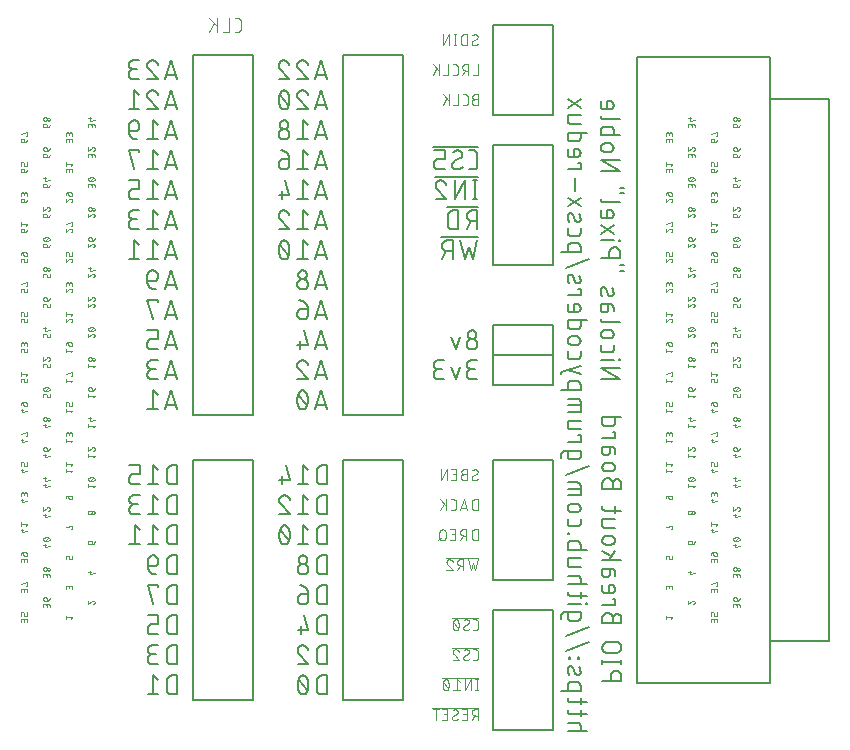
<source format=gbr>
G04 EAGLE Gerber RS-274X export*
G75*
%MOMM*%
%FSLAX34Y34*%
%LPD*%
%INSilkscreen Bottom*%
%IPPOS*%
%AMOC8*
5,1,8,0,0,1.08239X$1,22.5*%
G01*
%ADD10C,0.152400*%
%ADD11C,0.101600*%
%ADD12C,0.076200*%
%ADD13C,0.050800*%
%ADD14C,0.203200*%


D10*
X524002Y53814D02*
X540258Y53814D01*
X540258Y58329D01*
X540256Y58462D01*
X540250Y58594D01*
X540240Y58726D01*
X540227Y58858D01*
X540209Y58990D01*
X540188Y59120D01*
X540163Y59251D01*
X540134Y59380D01*
X540101Y59508D01*
X540065Y59636D01*
X540025Y59762D01*
X539981Y59887D01*
X539933Y60011D01*
X539882Y60133D01*
X539827Y60254D01*
X539769Y60373D01*
X539707Y60491D01*
X539642Y60606D01*
X539573Y60720D01*
X539502Y60831D01*
X539426Y60940D01*
X539348Y61047D01*
X539267Y61152D01*
X539182Y61254D01*
X539095Y61354D01*
X539005Y61451D01*
X538912Y61546D01*
X538816Y61637D01*
X538718Y61726D01*
X538617Y61812D01*
X538513Y61895D01*
X538407Y61975D01*
X538299Y62051D01*
X538189Y62125D01*
X538076Y62195D01*
X537962Y62262D01*
X537845Y62325D01*
X537727Y62385D01*
X537607Y62442D01*
X537485Y62495D01*
X537362Y62544D01*
X537238Y62590D01*
X537112Y62632D01*
X536985Y62670D01*
X536857Y62705D01*
X536728Y62736D01*
X536599Y62763D01*
X536468Y62786D01*
X536337Y62806D01*
X536205Y62821D01*
X536073Y62833D01*
X535941Y62841D01*
X535808Y62845D01*
X535676Y62845D01*
X535543Y62841D01*
X535411Y62833D01*
X535279Y62821D01*
X535147Y62806D01*
X535016Y62786D01*
X534885Y62763D01*
X534756Y62736D01*
X534627Y62705D01*
X534499Y62670D01*
X534372Y62632D01*
X534246Y62590D01*
X534122Y62544D01*
X533999Y62495D01*
X533877Y62442D01*
X533757Y62385D01*
X533639Y62325D01*
X533522Y62262D01*
X533408Y62195D01*
X533295Y62125D01*
X533185Y62051D01*
X533077Y61975D01*
X532971Y61895D01*
X532867Y61812D01*
X532766Y61726D01*
X532668Y61637D01*
X532572Y61546D01*
X532479Y61451D01*
X532389Y61354D01*
X532302Y61254D01*
X532217Y61152D01*
X532136Y61047D01*
X532058Y60940D01*
X531982Y60831D01*
X531911Y60720D01*
X531842Y60606D01*
X531777Y60491D01*
X531715Y60373D01*
X531657Y60254D01*
X531602Y60133D01*
X531551Y60011D01*
X531503Y59887D01*
X531459Y59762D01*
X531419Y59636D01*
X531383Y59508D01*
X531350Y59380D01*
X531321Y59251D01*
X531296Y59120D01*
X531275Y58990D01*
X531257Y58858D01*
X531244Y58726D01*
X531234Y58594D01*
X531228Y58462D01*
X531226Y58329D01*
X531227Y58329D02*
X531227Y53814D01*
X524002Y70102D02*
X540258Y70102D01*
X524002Y68296D02*
X524002Y71908D01*
X540258Y71908D02*
X540258Y68296D01*
X535742Y78091D02*
X528518Y78091D01*
X535742Y78091D02*
X535875Y78093D01*
X536007Y78099D01*
X536139Y78109D01*
X536271Y78122D01*
X536403Y78140D01*
X536533Y78161D01*
X536664Y78186D01*
X536793Y78215D01*
X536921Y78248D01*
X537049Y78284D01*
X537175Y78324D01*
X537300Y78368D01*
X537424Y78416D01*
X537546Y78467D01*
X537667Y78522D01*
X537786Y78580D01*
X537904Y78642D01*
X538019Y78707D01*
X538133Y78776D01*
X538244Y78847D01*
X538353Y78923D01*
X538460Y79001D01*
X538565Y79082D01*
X538667Y79167D01*
X538767Y79254D01*
X538864Y79344D01*
X538959Y79437D01*
X539050Y79533D01*
X539139Y79631D01*
X539225Y79732D01*
X539308Y79836D01*
X539388Y79942D01*
X539464Y80050D01*
X539538Y80160D01*
X539608Y80273D01*
X539675Y80387D01*
X539738Y80504D01*
X539798Y80622D01*
X539855Y80742D01*
X539908Y80864D01*
X539957Y80987D01*
X540003Y81111D01*
X540045Y81237D01*
X540083Y81364D01*
X540118Y81492D01*
X540149Y81621D01*
X540176Y81750D01*
X540199Y81881D01*
X540219Y82012D01*
X540234Y82144D01*
X540246Y82276D01*
X540254Y82408D01*
X540258Y82541D01*
X540258Y82673D01*
X540254Y82806D01*
X540246Y82938D01*
X540234Y83070D01*
X540219Y83202D01*
X540199Y83333D01*
X540176Y83464D01*
X540149Y83593D01*
X540118Y83722D01*
X540083Y83850D01*
X540045Y83977D01*
X540003Y84103D01*
X539957Y84227D01*
X539908Y84350D01*
X539855Y84472D01*
X539798Y84592D01*
X539738Y84710D01*
X539675Y84827D01*
X539608Y84941D01*
X539538Y85054D01*
X539464Y85164D01*
X539388Y85272D01*
X539308Y85378D01*
X539225Y85482D01*
X539139Y85583D01*
X539050Y85681D01*
X538959Y85777D01*
X538864Y85870D01*
X538767Y85960D01*
X538667Y86047D01*
X538565Y86132D01*
X538460Y86213D01*
X538353Y86291D01*
X538244Y86367D01*
X538133Y86438D01*
X538019Y86507D01*
X537904Y86572D01*
X537786Y86634D01*
X537667Y86692D01*
X537546Y86747D01*
X537424Y86798D01*
X537300Y86846D01*
X537175Y86890D01*
X537049Y86930D01*
X536921Y86966D01*
X536793Y86999D01*
X536664Y87028D01*
X536533Y87053D01*
X536403Y87074D01*
X536271Y87092D01*
X536139Y87105D01*
X536007Y87115D01*
X535875Y87121D01*
X535742Y87123D01*
X528518Y87123D01*
X528385Y87121D01*
X528253Y87115D01*
X528121Y87105D01*
X527989Y87092D01*
X527857Y87074D01*
X527727Y87053D01*
X527596Y87028D01*
X527467Y86999D01*
X527339Y86966D01*
X527211Y86930D01*
X527085Y86890D01*
X526960Y86846D01*
X526836Y86798D01*
X526714Y86747D01*
X526593Y86692D01*
X526474Y86634D01*
X526356Y86572D01*
X526241Y86507D01*
X526127Y86438D01*
X526016Y86367D01*
X525907Y86291D01*
X525800Y86213D01*
X525695Y86132D01*
X525593Y86047D01*
X525493Y85960D01*
X525396Y85870D01*
X525301Y85777D01*
X525210Y85681D01*
X525121Y85583D01*
X525035Y85482D01*
X524952Y85378D01*
X524872Y85272D01*
X524796Y85164D01*
X524722Y85054D01*
X524652Y84941D01*
X524585Y84827D01*
X524522Y84710D01*
X524462Y84592D01*
X524405Y84472D01*
X524352Y84350D01*
X524303Y84227D01*
X524257Y84103D01*
X524215Y83977D01*
X524177Y83850D01*
X524142Y83722D01*
X524111Y83593D01*
X524084Y83464D01*
X524061Y83333D01*
X524041Y83202D01*
X524026Y83070D01*
X524014Y82938D01*
X524006Y82806D01*
X524002Y82673D01*
X524002Y82541D01*
X524006Y82408D01*
X524014Y82276D01*
X524026Y82144D01*
X524041Y82012D01*
X524061Y81881D01*
X524084Y81750D01*
X524111Y81621D01*
X524142Y81492D01*
X524177Y81364D01*
X524215Y81237D01*
X524257Y81111D01*
X524303Y80987D01*
X524352Y80864D01*
X524405Y80742D01*
X524462Y80622D01*
X524522Y80504D01*
X524585Y80387D01*
X524652Y80273D01*
X524722Y80160D01*
X524796Y80050D01*
X524872Y79942D01*
X524952Y79836D01*
X525035Y79732D01*
X525121Y79631D01*
X525210Y79533D01*
X525301Y79437D01*
X525396Y79344D01*
X525493Y79254D01*
X525593Y79167D01*
X525695Y79082D01*
X525800Y79001D01*
X525907Y78923D01*
X526016Y78847D01*
X526127Y78776D01*
X526241Y78707D01*
X526356Y78642D01*
X526474Y78580D01*
X526593Y78522D01*
X526714Y78467D01*
X526836Y78416D01*
X526960Y78368D01*
X527085Y78324D01*
X527211Y78284D01*
X527339Y78248D01*
X527467Y78215D01*
X527596Y78186D01*
X527727Y78161D01*
X527857Y78140D01*
X527989Y78122D01*
X528121Y78109D01*
X528253Y78099D01*
X528385Y78093D01*
X528518Y78091D01*
X533033Y102791D02*
X533033Y107307D01*
X533034Y107307D02*
X533032Y107440D01*
X533026Y107572D01*
X533016Y107704D01*
X533003Y107836D01*
X532985Y107968D01*
X532964Y108098D01*
X532939Y108229D01*
X532910Y108358D01*
X532877Y108486D01*
X532841Y108614D01*
X532801Y108740D01*
X532757Y108865D01*
X532709Y108989D01*
X532658Y109111D01*
X532603Y109232D01*
X532545Y109351D01*
X532483Y109469D01*
X532418Y109584D01*
X532349Y109698D01*
X532278Y109809D01*
X532202Y109918D01*
X532124Y110025D01*
X532043Y110130D01*
X531958Y110232D01*
X531871Y110332D01*
X531781Y110429D01*
X531688Y110524D01*
X531592Y110615D01*
X531494Y110704D01*
X531393Y110790D01*
X531289Y110873D01*
X531183Y110953D01*
X531075Y111029D01*
X530965Y111103D01*
X530852Y111173D01*
X530738Y111240D01*
X530621Y111303D01*
X530503Y111363D01*
X530383Y111420D01*
X530261Y111473D01*
X530138Y111522D01*
X530014Y111568D01*
X529888Y111610D01*
X529761Y111648D01*
X529633Y111683D01*
X529504Y111714D01*
X529375Y111741D01*
X529244Y111764D01*
X529113Y111784D01*
X528981Y111799D01*
X528849Y111811D01*
X528717Y111819D01*
X528584Y111823D01*
X528452Y111823D01*
X528319Y111819D01*
X528187Y111811D01*
X528055Y111799D01*
X527923Y111784D01*
X527792Y111764D01*
X527661Y111741D01*
X527532Y111714D01*
X527403Y111683D01*
X527275Y111648D01*
X527148Y111610D01*
X527022Y111568D01*
X526898Y111522D01*
X526775Y111473D01*
X526653Y111420D01*
X526533Y111363D01*
X526415Y111303D01*
X526298Y111240D01*
X526184Y111173D01*
X526071Y111103D01*
X525961Y111029D01*
X525853Y110953D01*
X525747Y110873D01*
X525643Y110790D01*
X525542Y110704D01*
X525444Y110615D01*
X525348Y110524D01*
X525255Y110429D01*
X525165Y110332D01*
X525078Y110232D01*
X524993Y110130D01*
X524912Y110025D01*
X524834Y109918D01*
X524758Y109809D01*
X524687Y109698D01*
X524618Y109584D01*
X524553Y109469D01*
X524491Y109351D01*
X524433Y109232D01*
X524378Y109111D01*
X524327Y108989D01*
X524279Y108865D01*
X524235Y108740D01*
X524195Y108614D01*
X524159Y108486D01*
X524126Y108358D01*
X524097Y108229D01*
X524072Y108098D01*
X524051Y107968D01*
X524033Y107836D01*
X524020Y107704D01*
X524010Y107572D01*
X524004Y107440D01*
X524002Y107307D01*
X524002Y102791D01*
X540258Y102791D01*
X540258Y107307D01*
X540256Y107426D01*
X540250Y107546D01*
X540240Y107665D01*
X540226Y107783D01*
X540209Y107902D01*
X540187Y108019D01*
X540162Y108136D01*
X540132Y108251D01*
X540099Y108366D01*
X540062Y108480D01*
X540022Y108592D01*
X539977Y108703D01*
X539929Y108812D01*
X539878Y108920D01*
X539823Y109026D01*
X539764Y109130D01*
X539702Y109232D01*
X539637Y109332D01*
X539568Y109430D01*
X539496Y109526D01*
X539421Y109619D01*
X539344Y109709D01*
X539263Y109797D01*
X539179Y109882D01*
X539092Y109964D01*
X539003Y110044D01*
X538911Y110120D01*
X538817Y110194D01*
X538720Y110264D01*
X538622Y110331D01*
X538521Y110395D01*
X538417Y110455D01*
X538312Y110512D01*
X538205Y110565D01*
X538097Y110615D01*
X537987Y110661D01*
X537875Y110703D01*
X537762Y110742D01*
X537648Y110777D01*
X537533Y110808D01*
X537416Y110836D01*
X537299Y110859D01*
X537182Y110879D01*
X537063Y110895D01*
X536944Y110907D01*
X536825Y110915D01*
X536706Y110919D01*
X536586Y110919D01*
X536467Y110915D01*
X536348Y110907D01*
X536229Y110895D01*
X536110Y110879D01*
X535993Y110859D01*
X535876Y110836D01*
X535759Y110808D01*
X535644Y110777D01*
X535530Y110742D01*
X535417Y110703D01*
X535305Y110661D01*
X535195Y110615D01*
X535087Y110565D01*
X534980Y110512D01*
X534875Y110455D01*
X534771Y110395D01*
X534670Y110331D01*
X534572Y110264D01*
X534475Y110194D01*
X534381Y110120D01*
X534289Y110044D01*
X534200Y109964D01*
X534113Y109882D01*
X534029Y109797D01*
X533948Y109709D01*
X533871Y109619D01*
X533796Y109526D01*
X533724Y109430D01*
X533655Y109332D01*
X533590Y109232D01*
X533528Y109130D01*
X533469Y109026D01*
X533414Y108920D01*
X533363Y108812D01*
X533315Y108703D01*
X533270Y108592D01*
X533230Y108480D01*
X533193Y108366D01*
X533160Y108251D01*
X533130Y108136D01*
X533105Y108019D01*
X533083Y107902D01*
X533066Y107783D01*
X533052Y107665D01*
X533042Y107546D01*
X533036Y107426D01*
X533034Y107307D01*
X534839Y118157D02*
X524002Y118157D01*
X534839Y118157D02*
X534839Y123576D01*
X533033Y123576D01*
X524002Y131203D02*
X524002Y135718D01*
X524002Y131203D02*
X524004Y131102D01*
X524010Y131001D01*
X524019Y130900D01*
X524032Y130799D01*
X524049Y130699D01*
X524070Y130600D01*
X524094Y130502D01*
X524122Y130405D01*
X524154Y130308D01*
X524189Y130213D01*
X524228Y130120D01*
X524270Y130028D01*
X524316Y129937D01*
X524365Y129849D01*
X524417Y129762D01*
X524473Y129677D01*
X524531Y129594D01*
X524593Y129514D01*
X524658Y129436D01*
X524725Y129360D01*
X524795Y129287D01*
X524868Y129217D01*
X524944Y129150D01*
X525022Y129085D01*
X525102Y129023D01*
X525185Y128965D01*
X525270Y128909D01*
X525357Y128857D01*
X525445Y128808D01*
X525536Y128762D01*
X525628Y128720D01*
X525721Y128681D01*
X525816Y128646D01*
X525913Y128614D01*
X526010Y128586D01*
X526108Y128562D01*
X526207Y128541D01*
X526307Y128524D01*
X526408Y128511D01*
X526509Y128502D01*
X526610Y128496D01*
X526711Y128494D01*
X526711Y128493D02*
X531227Y128493D01*
X531227Y128494D02*
X531346Y128496D01*
X531466Y128502D01*
X531585Y128512D01*
X531703Y128526D01*
X531822Y128543D01*
X531939Y128565D01*
X532056Y128590D01*
X532171Y128620D01*
X532286Y128653D01*
X532400Y128690D01*
X532512Y128730D01*
X532623Y128775D01*
X532732Y128823D01*
X532840Y128874D01*
X532946Y128929D01*
X533050Y128988D01*
X533152Y129050D01*
X533252Y129115D01*
X533350Y129184D01*
X533446Y129256D01*
X533539Y129331D01*
X533629Y129408D01*
X533717Y129489D01*
X533802Y129573D01*
X533884Y129660D01*
X533964Y129749D01*
X534040Y129841D01*
X534114Y129935D01*
X534184Y130032D01*
X534251Y130130D01*
X534315Y130231D01*
X534375Y130335D01*
X534432Y130440D01*
X534485Y130547D01*
X534535Y130655D01*
X534581Y130765D01*
X534623Y130877D01*
X534662Y130990D01*
X534697Y131104D01*
X534728Y131219D01*
X534756Y131336D01*
X534779Y131453D01*
X534799Y131570D01*
X534815Y131689D01*
X534827Y131808D01*
X534835Y131927D01*
X534839Y132046D01*
X534839Y132166D01*
X534835Y132285D01*
X534827Y132404D01*
X534815Y132523D01*
X534799Y132642D01*
X534779Y132759D01*
X534756Y132876D01*
X534728Y132993D01*
X534697Y133108D01*
X534662Y133222D01*
X534623Y133335D01*
X534581Y133447D01*
X534535Y133557D01*
X534485Y133665D01*
X534432Y133772D01*
X534375Y133877D01*
X534315Y133981D01*
X534251Y134082D01*
X534184Y134180D01*
X534114Y134277D01*
X534040Y134371D01*
X533964Y134463D01*
X533884Y134552D01*
X533802Y134639D01*
X533717Y134723D01*
X533629Y134804D01*
X533539Y134881D01*
X533446Y134956D01*
X533350Y135028D01*
X533252Y135097D01*
X533152Y135162D01*
X533050Y135224D01*
X532946Y135283D01*
X532840Y135338D01*
X532732Y135389D01*
X532623Y135437D01*
X532512Y135482D01*
X532400Y135522D01*
X532286Y135559D01*
X532171Y135592D01*
X532056Y135622D01*
X531939Y135647D01*
X531822Y135669D01*
X531703Y135686D01*
X531585Y135700D01*
X531466Y135710D01*
X531346Y135716D01*
X531227Y135718D01*
X529421Y135718D01*
X529421Y128493D01*
X530324Y145128D02*
X530324Y149192D01*
X530324Y145128D02*
X530322Y145016D01*
X530316Y144905D01*
X530306Y144794D01*
X530293Y144683D01*
X530275Y144573D01*
X530253Y144464D01*
X530228Y144355D01*
X530199Y144247D01*
X530166Y144141D01*
X530129Y144035D01*
X530089Y143931D01*
X530045Y143829D01*
X529997Y143728D01*
X529946Y143629D01*
X529891Y143531D01*
X529833Y143436D01*
X529772Y143343D01*
X529707Y143252D01*
X529639Y143163D01*
X529568Y143077D01*
X529495Y142994D01*
X529418Y142913D01*
X529338Y142834D01*
X529256Y142759D01*
X529171Y142687D01*
X529084Y142617D01*
X528994Y142551D01*
X528902Y142488D01*
X528807Y142428D01*
X528711Y142372D01*
X528613Y142319D01*
X528513Y142270D01*
X528411Y142224D01*
X528308Y142182D01*
X528203Y142143D01*
X528097Y142108D01*
X527990Y142077D01*
X527882Y142050D01*
X527773Y142026D01*
X527663Y142007D01*
X527553Y141991D01*
X527442Y141979D01*
X527330Y141971D01*
X527219Y141967D01*
X527107Y141967D01*
X526996Y141971D01*
X526884Y141979D01*
X526773Y141991D01*
X526663Y142007D01*
X526553Y142026D01*
X526444Y142050D01*
X526336Y142077D01*
X526229Y142108D01*
X526123Y142143D01*
X526018Y142182D01*
X525915Y142224D01*
X525813Y142270D01*
X525713Y142319D01*
X525615Y142372D01*
X525519Y142428D01*
X525424Y142488D01*
X525332Y142551D01*
X525242Y142617D01*
X525155Y142687D01*
X525070Y142759D01*
X524988Y142834D01*
X524908Y142913D01*
X524831Y142994D01*
X524758Y143077D01*
X524687Y143163D01*
X524619Y143252D01*
X524554Y143343D01*
X524493Y143436D01*
X524435Y143531D01*
X524380Y143629D01*
X524329Y143728D01*
X524281Y143829D01*
X524237Y143931D01*
X524197Y144035D01*
X524160Y144141D01*
X524127Y144247D01*
X524098Y144355D01*
X524073Y144464D01*
X524051Y144573D01*
X524033Y144683D01*
X524020Y144794D01*
X524010Y144905D01*
X524004Y145016D01*
X524002Y145128D01*
X524002Y149192D01*
X532130Y149192D01*
X532231Y149190D01*
X532332Y149184D01*
X532433Y149175D01*
X532534Y149162D01*
X532634Y149145D01*
X532733Y149124D01*
X532831Y149100D01*
X532928Y149072D01*
X533025Y149040D01*
X533120Y149005D01*
X533213Y148966D01*
X533305Y148924D01*
X533396Y148878D01*
X533485Y148829D01*
X533571Y148777D01*
X533656Y148721D01*
X533739Y148663D01*
X533819Y148601D01*
X533897Y148536D01*
X533973Y148469D01*
X534046Y148399D01*
X534116Y148326D01*
X534183Y148250D01*
X534248Y148172D01*
X534310Y148092D01*
X534368Y148009D01*
X534424Y147924D01*
X534476Y147838D01*
X534525Y147749D01*
X534571Y147658D01*
X534613Y147566D01*
X534652Y147473D01*
X534687Y147378D01*
X534719Y147281D01*
X534747Y147184D01*
X534771Y147086D01*
X534792Y146987D01*
X534809Y146887D01*
X534822Y146786D01*
X534831Y146685D01*
X534837Y146584D01*
X534839Y146483D01*
X534839Y142870D01*
X540258Y156798D02*
X524002Y156798D01*
X529421Y156798D02*
X534839Y164023D01*
X531678Y159959D02*
X524002Y164023D01*
X527614Y169656D02*
X531227Y169656D01*
X531346Y169658D01*
X531466Y169664D01*
X531585Y169674D01*
X531703Y169688D01*
X531822Y169705D01*
X531939Y169727D01*
X532056Y169752D01*
X532171Y169782D01*
X532286Y169815D01*
X532400Y169852D01*
X532512Y169892D01*
X532623Y169937D01*
X532732Y169985D01*
X532840Y170036D01*
X532946Y170091D01*
X533050Y170150D01*
X533152Y170212D01*
X533252Y170277D01*
X533350Y170346D01*
X533446Y170418D01*
X533539Y170493D01*
X533629Y170570D01*
X533717Y170651D01*
X533802Y170735D01*
X533884Y170822D01*
X533964Y170911D01*
X534040Y171003D01*
X534114Y171097D01*
X534184Y171194D01*
X534251Y171292D01*
X534315Y171393D01*
X534375Y171497D01*
X534432Y171602D01*
X534485Y171709D01*
X534535Y171817D01*
X534581Y171927D01*
X534623Y172039D01*
X534662Y172152D01*
X534697Y172266D01*
X534728Y172381D01*
X534756Y172498D01*
X534779Y172615D01*
X534799Y172732D01*
X534815Y172851D01*
X534827Y172970D01*
X534835Y173089D01*
X534839Y173208D01*
X534839Y173328D01*
X534835Y173447D01*
X534827Y173566D01*
X534815Y173685D01*
X534799Y173804D01*
X534779Y173921D01*
X534756Y174038D01*
X534728Y174155D01*
X534697Y174270D01*
X534662Y174384D01*
X534623Y174497D01*
X534581Y174609D01*
X534535Y174719D01*
X534485Y174827D01*
X534432Y174934D01*
X534375Y175039D01*
X534315Y175143D01*
X534251Y175244D01*
X534184Y175342D01*
X534114Y175439D01*
X534040Y175533D01*
X533964Y175625D01*
X533884Y175714D01*
X533802Y175801D01*
X533717Y175885D01*
X533629Y175966D01*
X533539Y176043D01*
X533446Y176118D01*
X533350Y176190D01*
X533252Y176259D01*
X533152Y176324D01*
X533050Y176386D01*
X532946Y176445D01*
X532840Y176500D01*
X532732Y176551D01*
X532623Y176599D01*
X532512Y176644D01*
X532400Y176684D01*
X532286Y176721D01*
X532171Y176754D01*
X532056Y176784D01*
X531939Y176809D01*
X531822Y176831D01*
X531703Y176848D01*
X531585Y176862D01*
X531466Y176872D01*
X531346Y176878D01*
X531227Y176880D01*
X527614Y176880D01*
X527495Y176878D01*
X527375Y176872D01*
X527256Y176862D01*
X527138Y176848D01*
X527019Y176831D01*
X526902Y176809D01*
X526785Y176784D01*
X526670Y176754D01*
X526555Y176721D01*
X526441Y176684D01*
X526329Y176644D01*
X526218Y176599D01*
X526109Y176551D01*
X526001Y176500D01*
X525895Y176445D01*
X525791Y176386D01*
X525689Y176324D01*
X525589Y176259D01*
X525491Y176190D01*
X525395Y176118D01*
X525302Y176043D01*
X525212Y175966D01*
X525124Y175885D01*
X525039Y175801D01*
X524957Y175714D01*
X524877Y175625D01*
X524801Y175533D01*
X524727Y175439D01*
X524657Y175342D01*
X524590Y175244D01*
X524526Y175143D01*
X524466Y175039D01*
X524409Y174934D01*
X524356Y174827D01*
X524306Y174719D01*
X524260Y174609D01*
X524218Y174497D01*
X524179Y174384D01*
X524144Y174270D01*
X524113Y174155D01*
X524085Y174038D01*
X524062Y173921D01*
X524042Y173804D01*
X524026Y173685D01*
X524014Y173566D01*
X524006Y173447D01*
X524002Y173328D01*
X524002Y173208D01*
X524006Y173089D01*
X524014Y172970D01*
X524026Y172851D01*
X524042Y172732D01*
X524062Y172615D01*
X524085Y172498D01*
X524113Y172381D01*
X524144Y172266D01*
X524179Y172152D01*
X524218Y172039D01*
X524260Y171927D01*
X524306Y171817D01*
X524356Y171709D01*
X524409Y171602D01*
X524466Y171497D01*
X524526Y171393D01*
X524590Y171292D01*
X524657Y171194D01*
X524727Y171097D01*
X524801Y171003D01*
X524877Y170911D01*
X524957Y170822D01*
X525039Y170735D01*
X525124Y170651D01*
X525212Y170570D01*
X525302Y170493D01*
X525395Y170418D01*
X525491Y170346D01*
X525589Y170277D01*
X525689Y170212D01*
X525791Y170150D01*
X525895Y170091D01*
X526001Y170036D01*
X526109Y169985D01*
X526218Y169937D01*
X526329Y169892D01*
X526441Y169852D01*
X526555Y169815D01*
X526670Y169782D01*
X526785Y169752D01*
X526902Y169727D01*
X527019Y169705D01*
X527138Y169688D01*
X527256Y169674D01*
X527375Y169664D01*
X527495Y169658D01*
X527614Y169656D01*
X526711Y183724D02*
X534839Y183724D01*
X526711Y183724D02*
X526610Y183726D01*
X526509Y183732D01*
X526408Y183741D01*
X526307Y183754D01*
X526207Y183771D01*
X526108Y183792D01*
X526010Y183816D01*
X525913Y183844D01*
X525816Y183876D01*
X525721Y183911D01*
X525628Y183950D01*
X525536Y183992D01*
X525445Y184038D01*
X525357Y184087D01*
X525270Y184139D01*
X525185Y184195D01*
X525102Y184253D01*
X525022Y184315D01*
X524944Y184380D01*
X524868Y184447D01*
X524795Y184517D01*
X524725Y184590D01*
X524658Y184666D01*
X524593Y184744D01*
X524531Y184824D01*
X524473Y184907D01*
X524417Y184992D01*
X524365Y185079D01*
X524316Y185167D01*
X524270Y185258D01*
X524228Y185350D01*
X524189Y185443D01*
X524154Y185538D01*
X524122Y185635D01*
X524094Y185732D01*
X524070Y185830D01*
X524049Y185929D01*
X524032Y186029D01*
X524019Y186130D01*
X524010Y186231D01*
X524004Y186332D01*
X524002Y186433D01*
X524002Y190949D01*
X534839Y190949D01*
X534839Y196495D02*
X534839Y201913D01*
X540258Y198301D02*
X526711Y198301D01*
X526610Y198303D01*
X526509Y198309D01*
X526408Y198318D01*
X526307Y198331D01*
X526207Y198348D01*
X526108Y198369D01*
X526010Y198393D01*
X525913Y198421D01*
X525816Y198453D01*
X525721Y198488D01*
X525628Y198527D01*
X525536Y198569D01*
X525445Y198615D01*
X525357Y198664D01*
X525270Y198716D01*
X525185Y198772D01*
X525102Y198830D01*
X525022Y198892D01*
X524944Y198957D01*
X524868Y199024D01*
X524795Y199094D01*
X524725Y199167D01*
X524658Y199243D01*
X524593Y199321D01*
X524531Y199401D01*
X524473Y199484D01*
X524417Y199569D01*
X524365Y199656D01*
X524316Y199744D01*
X524270Y199835D01*
X524228Y199927D01*
X524189Y200020D01*
X524154Y200115D01*
X524122Y200212D01*
X524094Y200309D01*
X524070Y200407D01*
X524049Y200506D01*
X524032Y200606D01*
X524019Y200707D01*
X524010Y200808D01*
X524004Y200909D01*
X524002Y201010D01*
X524002Y201913D01*
X533033Y216899D02*
X533033Y221415D01*
X533034Y221415D02*
X533032Y221548D01*
X533026Y221680D01*
X533016Y221812D01*
X533003Y221944D01*
X532985Y222076D01*
X532964Y222206D01*
X532939Y222337D01*
X532910Y222466D01*
X532877Y222594D01*
X532841Y222722D01*
X532801Y222848D01*
X532757Y222973D01*
X532709Y223097D01*
X532658Y223219D01*
X532603Y223340D01*
X532545Y223459D01*
X532483Y223577D01*
X532418Y223692D01*
X532349Y223806D01*
X532278Y223917D01*
X532202Y224026D01*
X532124Y224133D01*
X532043Y224238D01*
X531958Y224340D01*
X531871Y224440D01*
X531781Y224537D01*
X531688Y224632D01*
X531592Y224723D01*
X531494Y224812D01*
X531393Y224898D01*
X531289Y224981D01*
X531183Y225061D01*
X531075Y225137D01*
X530965Y225211D01*
X530852Y225281D01*
X530738Y225348D01*
X530621Y225411D01*
X530503Y225471D01*
X530383Y225528D01*
X530261Y225581D01*
X530138Y225630D01*
X530014Y225676D01*
X529888Y225718D01*
X529761Y225756D01*
X529633Y225791D01*
X529504Y225822D01*
X529375Y225849D01*
X529244Y225872D01*
X529113Y225892D01*
X528981Y225907D01*
X528849Y225919D01*
X528717Y225927D01*
X528584Y225931D01*
X528452Y225931D01*
X528319Y225927D01*
X528187Y225919D01*
X528055Y225907D01*
X527923Y225892D01*
X527792Y225872D01*
X527661Y225849D01*
X527532Y225822D01*
X527403Y225791D01*
X527275Y225756D01*
X527148Y225718D01*
X527022Y225676D01*
X526898Y225630D01*
X526775Y225581D01*
X526653Y225528D01*
X526533Y225471D01*
X526415Y225411D01*
X526298Y225348D01*
X526184Y225281D01*
X526071Y225211D01*
X525961Y225137D01*
X525853Y225061D01*
X525747Y224981D01*
X525643Y224898D01*
X525542Y224812D01*
X525444Y224723D01*
X525348Y224632D01*
X525255Y224537D01*
X525165Y224440D01*
X525078Y224340D01*
X524993Y224238D01*
X524912Y224133D01*
X524834Y224026D01*
X524758Y223917D01*
X524687Y223806D01*
X524618Y223692D01*
X524553Y223577D01*
X524491Y223459D01*
X524433Y223340D01*
X524378Y223219D01*
X524327Y223097D01*
X524279Y222973D01*
X524235Y222848D01*
X524195Y222722D01*
X524159Y222594D01*
X524126Y222466D01*
X524097Y222337D01*
X524072Y222206D01*
X524051Y222076D01*
X524033Y221944D01*
X524020Y221812D01*
X524010Y221680D01*
X524004Y221548D01*
X524002Y221415D01*
X524002Y216899D01*
X540258Y216899D01*
X540258Y221415D01*
X540256Y221534D01*
X540250Y221654D01*
X540240Y221773D01*
X540226Y221891D01*
X540209Y222010D01*
X540187Y222127D01*
X540162Y222244D01*
X540132Y222359D01*
X540099Y222474D01*
X540062Y222588D01*
X540022Y222700D01*
X539977Y222811D01*
X539929Y222920D01*
X539878Y223028D01*
X539823Y223134D01*
X539764Y223238D01*
X539702Y223340D01*
X539637Y223440D01*
X539568Y223538D01*
X539496Y223634D01*
X539421Y223727D01*
X539344Y223817D01*
X539263Y223905D01*
X539179Y223990D01*
X539092Y224072D01*
X539003Y224152D01*
X538911Y224228D01*
X538817Y224302D01*
X538720Y224372D01*
X538622Y224439D01*
X538521Y224503D01*
X538417Y224563D01*
X538312Y224620D01*
X538205Y224673D01*
X538097Y224723D01*
X537987Y224769D01*
X537875Y224811D01*
X537762Y224850D01*
X537648Y224885D01*
X537533Y224916D01*
X537416Y224944D01*
X537299Y224967D01*
X537182Y224987D01*
X537063Y225003D01*
X536944Y225015D01*
X536825Y225023D01*
X536706Y225027D01*
X536586Y225027D01*
X536467Y225023D01*
X536348Y225015D01*
X536229Y225003D01*
X536110Y224987D01*
X535993Y224967D01*
X535876Y224944D01*
X535759Y224916D01*
X535644Y224885D01*
X535530Y224850D01*
X535417Y224811D01*
X535305Y224769D01*
X535195Y224723D01*
X535087Y224673D01*
X534980Y224620D01*
X534875Y224563D01*
X534771Y224503D01*
X534670Y224439D01*
X534572Y224372D01*
X534475Y224302D01*
X534381Y224228D01*
X534289Y224152D01*
X534200Y224072D01*
X534113Y223990D01*
X534029Y223905D01*
X533948Y223817D01*
X533871Y223727D01*
X533796Y223634D01*
X533724Y223538D01*
X533655Y223440D01*
X533590Y223340D01*
X533528Y223238D01*
X533469Y223134D01*
X533414Y223028D01*
X533363Y222920D01*
X533315Y222811D01*
X533270Y222700D01*
X533230Y222588D01*
X533193Y222474D01*
X533160Y222359D01*
X533130Y222244D01*
X533105Y222127D01*
X533083Y222010D01*
X533066Y221891D01*
X533052Y221773D01*
X533042Y221654D01*
X533036Y221534D01*
X533034Y221415D01*
X531227Y231659D02*
X527614Y231659D01*
X531227Y231660D02*
X531346Y231662D01*
X531466Y231668D01*
X531585Y231678D01*
X531703Y231692D01*
X531822Y231709D01*
X531939Y231731D01*
X532056Y231756D01*
X532171Y231786D01*
X532286Y231819D01*
X532400Y231856D01*
X532512Y231896D01*
X532623Y231941D01*
X532732Y231989D01*
X532840Y232040D01*
X532946Y232095D01*
X533050Y232154D01*
X533152Y232216D01*
X533252Y232281D01*
X533350Y232350D01*
X533446Y232422D01*
X533539Y232497D01*
X533629Y232574D01*
X533717Y232655D01*
X533802Y232739D01*
X533884Y232826D01*
X533964Y232915D01*
X534040Y233007D01*
X534114Y233101D01*
X534184Y233198D01*
X534251Y233296D01*
X534315Y233397D01*
X534375Y233501D01*
X534432Y233606D01*
X534485Y233713D01*
X534535Y233821D01*
X534581Y233931D01*
X534623Y234043D01*
X534662Y234156D01*
X534697Y234270D01*
X534728Y234385D01*
X534756Y234502D01*
X534779Y234619D01*
X534799Y234736D01*
X534815Y234855D01*
X534827Y234974D01*
X534835Y235093D01*
X534839Y235212D01*
X534839Y235332D01*
X534835Y235451D01*
X534827Y235570D01*
X534815Y235689D01*
X534799Y235808D01*
X534779Y235925D01*
X534756Y236042D01*
X534728Y236159D01*
X534697Y236274D01*
X534662Y236388D01*
X534623Y236501D01*
X534581Y236613D01*
X534535Y236723D01*
X534485Y236831D01*
X534432Y236938D01*
X534375Y237043D01*
X534315Y237147D01*
X534251Y237248D01*
X534184Y237346D01*
X534114Y237443D01*
X534040Y237537D01*
X533964Y237629D01*
X533884Y237718D01*
X533802Y237805D01*
X533717Y237889D01*
X533629Y237970D01*
X533539Y238047D01*
X533446Y238122D01*
X533350Y238194D01*
X533252Y238263D01*
X533152Y238328D01*
X533050Y238390D01*
X532946Y238449D01*
X532840Y238504D01*
X532732Y238555D01*
X532623Y238603D01*
X532512Y238648D01*
X532400Y238688D01*
X532286Y238725D01*
X532171Y238758D01*
X532056Y238788D01*
X531939Y238813D01*
X531822Y238835D01*
X531703Y238852D01*
X531585Y238866D01*
X531466Y238876D01*
X531346Y238882D01*
X531227Y238884D01*
X527614Y238884D01*
X527495Y238882D01*
X527375Y238876D01*
X527256Y238866D01*
X527138Y238852D01*
X527019Y238835D01*
X526902Y238813D01*
X526785Y238788D01*
X526670Y238758D01*
X526555Y238725D01*
X526441Y238688D01*
X526329Y238648D01*
X526218Y238603D01*
X526109Y238555D01*
X526001Y238504D01*
X525895Y238449D01*
X525791Y238390D01*
X525689Y238328D01*
X525589Y238263D01*
X525491Y238194D01*
X525395Y238122D01*
X525302Y238047D01*
X525212Y237970D01*
X525124Y237889D01*
X525039Y237805D01*
X524957Y237718D01*
X524877Y237629D01*
X524801Y237537D01*
X524727Y237443D01*
X524657Y237346D01*
X524590Y237248D01*
X524526Y237147D01*
X524466Y237043D01*
X524409Y236938D01*
X524356Y236831D01*
X524306Y236723D01*
X524260Y236613D01*
X524218Y236501D01*
X524179Y236388D01*
X524144Y236274D01*
X524113Y236159D01*
X524085Y236042D01*
X524062Y235925D01*
X524042Y235808D01*
X524026Y235689D01*
X524014Y235570D01*
X524006Y235451D01*
X524002Y235332D01*
X524002Y235212D01*
X524006Y235093D01*
X524014Y234974D01*
X524026Y234855D01*
X524042Y234736D01*
X524062Y234619D01*
X524085Y234502D01*
X524113Y234385D01*
X524144Y234270D01*
X524179Y234156D01*
X524218Y234043D01*
X524260Y233931D01*
X524306Y233821D01*
X524356Y233713D01*
X524409Y233606D01*
X524466Y233501D01*
X524526Y233397D01*
X524590Y233296D01*
X524657Y233198D01*
X524727Y233101D01*
X524801Y233007D01*
X524877Y232915D01*
X524957Y232826D01*
X525039Y232739D01*
X525124Y232655D01*
X525212Y232574D01*
X525302Y232497D01*
X525395Y232422D01*
X525491Y232350D01*
X525589Y232281D01*
X525689Y232216D01*
X525791Y232154D01*
X525895Y232095D01*
X526001Y232040D01*
X526109Y231989D01*
X526218Y231941D01*
X526329Y231896D01*
X526441Y231856D01*
X526555Y231819D01*
X526670Y231786D01*
X526785Y231756D01*
X526902Y231731D01*
X527019Y231709D01*
X527138Y231692D01*
X527256Y231678D01*
X527375Y231668D01*
X527495Y231662D01*
X527614Y231660D01*
X530324Y248294D02*
X530324Y252358D01*
X530324Y248294D02*
X530322Y248182D01*
X530316Y248071D01*
X530306Y247960D01*
X530293Y247849D01*
X530275Y247739D01*
X530253Y247630D01*
X530228Y247521D01*
X530199Y247413D01*
X530166Y247307D01*
X530129Y247201D01*
X530089Y247097D01*
X530045Y246995D01*
X529997Y246894D01*
X529946Y246795D01*
X529891Y246697D01*
X529833Y246602D01*
X529772Y246509D01*
X529707Y246418D01*
X529639Y246329D01*
X529568Y246243D01*
X529495Y246160D01*
X529418Y246079D01*
X529338Y246000D01*
X529256Y245925D01*
X529171Y245853D01*
X529084Y245783D01*
X528994Y245717D01*
X528902Y245654D01*
X528807Y245594D01*
X528711Y245538D01*
X528613Y245485D01*
X528513Y245436D01*
X528411Y245390D01*
X528308Y245348D01*
X528203Y245309D01*
X528097Y245274D01*
X527990Y245243D01*
X527882Y245216D01*
X527773Y245192D01*
X527663Y245173D01*
X527553Y245157D01*
X527442Y245145D01*
X527330Y245137D01*
X527219Y245133D01*
X527107Y245133D01*
X526996Y245137D01*
X526884Y245145D01*
X526773Y245157D01*
X526663Y245173D01*
X526553Y245192D01*
X526444Y245216D01*
X526336Y245243D01*
X526229Y245274D01*
X526123Y245309D01*
X526018Y245348D01*
X525915Y245390D01*
X525813Y245436D01*
X525713Y245485D01*
X525615Y245538D01*
X525519Y245594D01*
X525424Y245654D01*
X525332Y245717D01*
X525242Y245783D01*
X525155Y245853D01*
X525070Y245925D01*
X524988Y246000D01*
X524908Y246079D01*
X524831Y246160D01*
X524758Y246243D01*
X524687Y246329D01*
X524619Y246418D01*
X524554Y246509D01*
X524493Y246602D01*
X524435Y246697D01*
X524380Y246795D01*
X524329Y246894D01*
X524281Y246995D01*
X524237Y247097D01*
X524197Y247201D01*
X524160Y247307D01*
X524127Y247413D01*
X524098Y247521D01*
X524073Y247630D01*
X524051Y247739D01*
X524033Y247849D01*
X524020Y247960D01*
X524010Y248071D01*
X524004Y248182D01*
X524002Y248294D01*
X524002Y252358D01*
X532130Y252358D01*
X532231Y252356D01*
X532332Y252350D01*
X532433Y252341D01*
X532534Y252328D01*
X532634Y252311D01*
X532733Y252290D01*
X532831Y252266D01*
X532928Y252238D01*
X533025Y252206D01*
X533120Y252171D01*
X533213Y252132D01*
X533305Y252090D01*
X533396Y252044D01*
X533485Y251995D01*
X533571Y251943D01*
X533656Y251887D01*
X533739Y251829D01*
X533819Y251767D01*
X533897Y251702D01*
X533973Y251635D01*
X534046Y251565D01*
X534116Y251492D01*
X534183Y251416D01*
X534248Y251338D01*
X534310Y251258D01*
X534368Y251175D01*
X534424Y251090D01*
X534476Y251004D01*
X534525Y250915D01*
X534571Y250824D01*
X534613Y250732D01*
X534652Y250639D01*
X534687Y250544D01*
X534719Y250447D01*
X534747Y250350D01*
X534771Y250252D01*
X534792Y250153D01*
X534809Y250053D01*
X534822Y249952D01*
X534831Y249851D01*
X534837Y249750D01*
X534839Y249649D01*
X534839Y246036D01*
X534839Y259880D02*
X524002Y259880D01*
X534839Y259880D02*
X534839Y265299D01*
X533033Y265299D01*
X540258Y277368D02*
X524002Y277368D01*
X524002Y272852D01*
X524004Y272751D01*
X524010Y272650D01*
X524019Y272549D01*
X524032Y272448D01*
X524049Y272348D01*
X524070Y272249D01*
X524094Y272151D01*
X524122Y272054D01*
X524154Y271957D01*
X524189Y271862D01*
X524228Y271769D01*
X524270Y271677D01*
X524316Y271586D01*
X524365Y271498D01*
X524417Y271411D01*
X524473Y271326D01*
X524531Y271243D01*
X524593Y271163D01*
X524658Y271085D01*
X524725Y271009D01*
X524795Y270936D01*
X524868Y270866D01*
X524944Y270799D01*
X525022Y270734D01*
X525102Y270672D01*
X525185Y270614D01*
X525270Y270558D01*
X525357Y270506D01*
X525445Y270457D01*
X525536Y270411D01*
X525628Y270369D01*
X525721Y270330D01*
X525816Y270295D01*
X525913Y270263D01*
X526010Y270235D01*
X526108Y270211D01*
X526207Y270190D01*
X526307Y270173D01*
X526408Y270160D01*
X526509Y270151D01*
X526610Y270145D01*
X526711Y270143D01*
X532130Y270143D01*
X532231Y270145D01*
X532332Y270151D01*
X532433Y270160D01*
X532534Y270173D01*
X532634Y270190D01*
X532733Y270211D01*
X532831Y270235D01*
X532928Y270263D01*
X533025Y270295D01*
X533120Y270330D01*
X533213Y270369D01*
X533305Y270411D01*
X533396Y270457D01*
X533485Y270506D01*
X533571Y270558D01*
X533656Y270614D01*
X533739Y270672D01*
X533819Y270734D01*
X533897Y270799D01*
X533973Y270866D01*
X534046Y270936D01*
X534116Y271009D01*
X534183Y271085D01*
X534248Y271163D01*
X534310Y271243D01*
X534368Y271326D01*
X534424Y271411D01*
X534476Y271498D01*
X534525Y271586D01*
X534571Y271677D01*
X534613Y271769D01*
X534652Y271862D01*
X534687Y271957D01*
X534719Y272054D01*
X534747Y272151D01*
X534771Y272249D01*
X534792Y272348D01*
X534809Y272448D01*
X534822Y272549D01*
X534831Y272650D01*
X534837Y272751D01*
X534839Y272852D01*
X534839Y277368D01*
X538988Y310036D02*
X522732Y310036D01*
X522732Y319067D02*
X538988Y310036D01*
X538988Y319067D02*
X522732Y319067D01*
X522732Y326015D02*
X533569Y326015D01*
X538085Y325563D02*
X538988Y325563D01*
X538988Y326466D01*
X538085Y326466D01*
X538085Y325563D01*
X522732Y335029D02*
X522732Y338641D01*
X522732Y335029D02*
X522734Y334928D01*
X522740Y334827D01*
X522749Y334726D01*
X522762Y334625D01*
X522779Y334525D01*
X522800Y334426D01*
X522824Y334328D01*
X522852Y334231D01*
X522884Y334134D01*
X522919Y334039D01*
X522958Y333946D01*
X523000Y333854D01*
X523046Y333763D01*
X523095Y333675D01*
X523147Y333588D01*
X523203Y333503D01*
X523261Y333420D01*
X523323Y333340D01*
X523388Y333262D01*
X523455Y333186D01*
X523525Y333113D01*
X523598Y333043D01*
X523674Y332976D01*
X523752Y332911D01*
X523832Y332849D01*
X523915Y332791D01*
X524000Y332735D01*
X524087Y332683D01*
X524175Y332634D01*
X524266Y332588D01*
X524358Y332546D01*
X524451Y332507D01*
X524546Y332472D01*
X524643Y332440D01*
X524740Y332412D01*
X524838Y332388D01*
X524937Y332367D01*
X525037Y332350D01*
X525138Y332337D01*
X525239Y332328D01*
X525340Y332322D01*
X525441Y332320D01*
X530860Y332320D01*
X530961Y332322D01*
X531062Y332328D01*
X531163Y332337D01*
X531264Y332350D01*
X531364Y332367D01*
X531463Y332388D01*
X531561Y332412D01*
X531658Y332440D01*
X531755Y332472D01*
X531850Y332507D01*
X531943Y332546D01*
X532035Y332588D01*
X532126Y332634D01*
X532215Y332683D01*
X532301Y332735D01*
X532386Y332791D01*
X532469Y332849D01*
X532549Y332911D01*
X532627Y332976D01*
X532703Y333043D01*
X532776Y333113D01*
X532846Y333186D01*
X532913Y333262D01*
X532978Y333340D01*
X533040Y333420D01*
X533098Y333503D01*
X533154Y333588D01*
X533206Y333675D01*
X533255Y333763D01*
X533301Y333854D01*
X533343Y333946D01*
X533382Y334039D01*
X533417Y334134D01*
X533449Y334231D01*
X533477Y334328D01*
X533501Y334426D01*
X533522Y334525D01*
X533539Y334625D01*
X533552Y334726D01*
X533561Y334827D01*
X533567Y334928D01*
X533569Y335029D01*
X533569Y338641D01*
X529957Y344286D02*
X526344Y344286D01*
X529957Y344286D02*
X530076Y344288D01*
X530196Y344294D01*
X530315Y344304D01*
X530433Y344318D01*
X530552Y344335D01*
X530669Y344357D01*
X530786Y344382D01*
X530901Y344412D01*
X531016Y344445D01*
X531130Y344482D01*
X531242Y344522D01*
X531353Y344567D01*
X531462Y344615D01*
X531570Y344666D01*
X531676Y344721D01*
X531780Y344780D01*
X531882Y344842D01*
X531982Y344907D01*
X532080Y344976D01*
X532176Y345048D01*
X532269Y345123D01*
X532359Y345200D01*
X532447Y345281D01*
X532532Y345365D01*
X532614Y345452D01*
X532694Y345541D01*
X532770Y345633D01*
X532844Y345727D01*
X532914Y345824D01*
X532981Y345922D01*
X533045Y346023D01*
X533105Y346127D01*
X533162Y346232D01*
X533215Y346339D01*
X533265Y346447D01*
X533311Y346557D01*
X533353Y346669D01*
X533392Y346782D01*
X533427Y346896D01*
X533458Y347011D01*
X533486Y347128D01*
X533509Y347245D01*
X533529Y347362D01*
X533545Y347481D01*
X533557Y347600D01*
X533565Y347719D01*
X533569Y347838D01*
X533569Y347958D01*
X533565Y348077D01*
X533557Y348196D01*
X533545Y348315D01*
X533529Y348434D01*
X533509Y348551D01*
X533486Y348668D01*
X533458Y348785D01*
X533427Y348900D01*
X533392Y349014D01*
X533353Y349127D01*
X533311Y349239D01*
X533265Y349349D01*
X533215Y349457D01*
X533162Y349564D01*
X533105Y349669D01*
X533045Y349773D01*
X532981Y349874D01*
X532914Y349972D01*
X532844Y350069D01*
X532770Y350163D01*
X532694Y350255D01*
X532614Y350344D01*
X532532Y350431D01*
X532447Y350515D01*
X532359Y350596D01*
X532269Y350673D01*
X532176Y350748D01*
X532080Y350820D01*
X531982Y350889D01*
X531882Y350954D01*
X531780Y351016D01*
X531676Y351075D01*
X531570Y351130D01*
X531462Y351181D01*
X531353Y351229D01*
X531242Y351274D01*
X531130Y351314D01*
X531016Y351351D01*
X530901Y351384D01*
X530786Y351414D01*
X530669Y351439D01*
X530552Y351461D01*
X530433Y351478D01*
X530315Y351492D01*
X530196Y351502D01*
X530076Y351508D01*
X529957Y351510D01*
X529957Y351511D02*
X526344Y351511D01*
X526344Y351510D02*
X526225Y351508D01*
X526105Y351502D01*
X525986Y351492D01*
X525868Y351478D01*
X525749Y351461D01*
X525632Y351439D01*
X525515Y351414D01*
X525400Y351384D01*
X525285Y351351D01*
X525171Y351314D01*
X525059Y351274D01*
X524948Y351229D01*
X524839Y351181D01*
X524731Y351130D01*
X524625Y351075D01*
X524521Y351016D01*
X524419Y350954D01*
X524319Y350889D01*
X524221Y350820D01*
X524125Y350748D01*
X524032Y350673D01*
X523942Y350596D01*
X523854Y350515D01*
X523769Y350431D01*
X523687Y350344D01*
X523607Y350255D01*
X523531Y350163D01*
X523457Y350069D01*
X523387Y349972D01*
X523320Y349874D01*
X523256Y349773D01*
X523196Y349669D01*
X523139Y349564D01*
X523086Y349457D01*
X523036Y349349D01*
X522990Y349239D01*
X522948Y349127D01*
X522909Y349014D01*
X522874Y348900D01*
X522843Y348785D01*
X522815Y348668D01*
X522792Y348551D01*
X522772Y348434D01*
X522756Y348315D01*
X522744Y348196D01*
X522736Y348077D01*
X522732Y347958D01*
X522732Y347838D01*
X522736Y347719D01*
X522744Y347600D01*
X522756Y347481D01*
X522772Y347362D01*
X522792Y347245D01*
X522815Y347128D01*
X522843Y347011D01*
X522874Y346896D01*
X522909Y346782D01*
X522948Y346669D01*
X522990Y346557D01*
X523036Y346447D01*
X523086Y346339D01*
X523139Y346232D01*
X523196Y346127D01*
X523256Y346023D01*
X523320Y345922D01*
X523387Y345824D01*
X523457Y345727D01*
X523531Y345633D01*
X523607Y345541D01*
X523687Y345452D01*
X523769Y345365D01*
X523854Y345281D01*
X523942Y345200D01*
X524032Y345123D01*
X524125Y345048D01*
X524221Y344976D01*
X524319Y344907D01*
X524419Y344842D01*
X524521Y344780D01*
X524625Y344721D01*
X524731Y344666D01*
X524839Y344615D01*
X524948Y344567D01*
X525059Y344522D01*
X525171Y344482D01*
X525285Y344445D01*
X525400Y344412D01*
X525515Y344382D01*
X525632Y344357D01*
X525749Y344335D01*
X525868Y344318D01*
X525986Y344304D01*
X526105Y344294D01*
X526225Y344288D01*
X526344Y344286D01*
X525441Y358070D02*
X538988Y358070D01*
X525441Y358070D02*
X525340Y358072D01*
X525239Y358078D01*
X525138Y358087D01*
X525037Y358100D01*
X524937Y358117D01*
X524838Y358138D01*
X524740Y358162D01*
X524643Y358190D01*
X524546Y358222D01*
X524451Y358257D01*
X524358Y358296D01*
X524266Y358338D01*
X524175Y358384D01*
X524087Y358433D01*
X524000Y358485D01*
X523915Y358541D01*
X523832Y358599D01*
X523752Y358661D01*
X523674Y358726D01*
X523598Y358793D01*
X523525Y358863D01*
X523455Y358936D01*
X523388Y359012D01*
X523323Y359090D01*
X523261Y359170D01*
X523203Y359253D01*
X523147Y359338D01*
X523095Y359425D01*
X523046Y359513D01*
X523000Y359604D01*
X522958Y359696D01*
X522919Y359789D01*
X522884Y359884D01*
X522852Y359981D01*
X522824Y360078D01*
X522800Y360176D01*
X522779Y360275D01*
X522762Y360375D01*
X522749Y360476D01*
X522740Y360577D01*
X522734Y360678D01*
X522732Y360779D01*
X529054Y369257D02*
X529054Y373321D01*
X529054Y369257D02*
X529052Y369145D01*
X529046Y369034D01*
X529036Y368923D01*
X529023Y368812D01*
X529005Y368702D01*
X528983Y368593D01*
X528958Y368484D01*
X528929Y368376D01*
X528896Y368270D01*
X528859Y368164D01*
X528819Y368060D01*
X528775Y367958D01*
X528727Y367857D01*
X528676Y367758D01*
X528621Y367660D01*
X528563Y367565D01*
X528502Y367472D01*
X528437Y367381D01*
X528369Y367292D01*
X528298Y367206D01*
X528225Y367123D01*
X528148Y367042D01*
X528068Y366963D01*
X527986Y366888D01*
X527901Y366816D01*
X527814Y366746D01*
X527724Y366680D01*
X527632Y366617D01*
X527537Y366557D01*
X527441Y366501D01*
X527343Y366448D01*
X527243Y366399D01*
X527141Y366353D01*
X527038Y366311D01*
X526933Y366272D01*
X526827Y366237D01*
X526720Y366206D01*
X526612Y366179D01*
X526503Y366155D01*
X526393Y366136D01*
X526283Y366120D01*
X526172Y366108D01*
X526060Y366100D01*
X525949Y366096D01*
X525837Y366096D01*
X525726Y366100D01*
X525614Y366108D01*
X525503Y366120D01*
X525393Y366136D01*
X525283Y366155D01*
X525174Y366179D01*
X525066Y366206D01*
X524959Y366237D01*
X524853Y366272D01*
X524748Y366311D01*
X524645Y366353D01*
X524543Y366399D01*
X524443Y366448D01*
X524345Y366501D01*
X524249Y366557D01*
X524154Y366617D01*
X524062Y366680D01*
X523972Y366746D01*
X523885Y366816D01*
X523800Y366888D01*
X523718Y366963D01*
X523638Y367042D01*
X523561Y367123D01*
X523488Y367206D01*
X523417Y367292D01*
X523349Y367381D01*
X523284Y367472D01*
X523223Y367565D01*
X523165Y367660D01*
X523110Y367758D01*
X523059Y367857D01*
X523011Y367958D01*
X522967Y368060D01*
X522927Y368164D01*
X522890Y368270D01*
X522857Y368376D01*
X522828Y368484D01*
X522803Y368593D01*
X522781Y368702D01*
X522763Y368812D01*
X522750Y368923D01*
X522740Y369034D01*
X522734Y369145D01*
X522732Y369257D01*
X522732Y373321D01*
X530860Y373321D01*
X530961Y373319D01*
X531062Y373313D01*
X531163Y373304D01*
X531264Y373291D01*
X531364Y373274D01*
X531463Y373253D01*
X531561Y373229D01*
X531658Y373201D01*
X531755Y373169D01*
X531850Y373134D01*
X531943Y373095D01*
X532035Y373053D01*
X532126Y373007D01*
X532215Y372958D01*
X532301Y372906D01*
X532386Y372850D01*
X532469Y372792D01*
X532549Y372730D01*
X532627Y372665D01*
X532703Y372598D01*
X532776Y372528D01*
X532846Y372455D01*
X532913Y372379D01*
X532978Y372301D01*
X533040Y372221D01*
X533098Y372138D01*
X533154Y372053D01*
X533206Y371967D01*
X533255Y371878D01*
X533301Y371787D01*
X533343Y371695D01*
X533382Y371602D01*
X533417Y371507D01*
X533449Y371410D01*
X533477Y371313D01*
X533501Y371215D01*
X533522Y371116D01*
X533539Y371016D01*
X533552Y370915D01*
X533561Y370814D01*
X533567Y370713D01*
X533569Y370612D01*
X533569Y367000D01*
X529054Y381593D02*
X527248Y386108D01*
X529054Y381592D02*
X529091Y381504D01*
X529132Y381418D01*
X529176Y381333D01*
X529224Y381250D01*
X529275Y381170D01*
X529329Y381091D01*
X529387Y381015D01*
X529447Y380941D01*
X529511Y380869D01*
X529577Y380801D01*
X529647Y380735D01*
X529718Y380672D01*
X529793Y380611D01*
X529869Y380554D01*
X529948Y380501D01*
X530029Y380450D01*
X530112Y380403D01*
X530197Y380359D01*
X530284Y380319D01*
X530372Y380282D01*
X530462Y380249D01*
X530553Y380219D01*
X530645Y380194D01*
X530738Y380172D01*
X530832Y380154D01*
X530926Y380139D01*
X531021Y380129D01*
X531117Y380123D01*
X531212Y380120D01*
X531308Y380121D01*
X531403Y380127D01*
X531499Y380136D01*
X531593Y380149D01*
X531687Y380165D01*
X531781Y380186D01*
X531873Y380211D01*
X531964Y380239D01*
X532054Y380271D01*
X532143Y380306D01*
X532230Y380345D01*
X532316Y380388D01*
X532400Y380434D01*
X532481Y380484D01*
X532561Y380536D01*
X532639Y380592D01*
X532714Y380652D01*
X532786Y380714D01*
X532856Y380779D01*
X532924Y380847D01*
X532988Y380917D01*
X533050Y380990D01*
X533108Y381066D01*
X533164Y381144D01*
X533216Y381224D01*
X533265Y381306D01*
X533310Y381390D01*
X533352Y381476D01*
X533391Y381563D01*
X533426Y381652D01*
X533457Y381743D01*
X533484Y381834D01*
X533508Y381927D01*
X533528Y382020D01*
X533544Y382114D01*
X533556Y382209D01*
X533565Y382304D01*
X533569Y382400D01*
X533570Y382495D01*
X533563Y382742D01*
X533551Y382988D01*
X533533Y383234D01*
X533508Y383480D01*
X533478Y383724D01*
X533442Y383968D01*
X533401Y384211D01*
X533353Y384453D01*
X533299Y384694D01*
X533240Y384933D01*
X533175Y385171D01*
X533104Y385407D01*
X533028Y385642D01*
X532946Y385875D01*
X532858Y386105D01*
X532765Y386333D01*
X532667Y386560D01*
X527247Y386108D02*
X527210Y386196D01*
X527169Y386282D01*
X527125Y386367D01*
X527077Y386450D01*
X527026Y386530D01*
X526972Y386609D01*
X526914Y386685D01*
X526854Y386759D01*
X526790Y386831D01*
X526724Y386899D01*
X526654Y386965D01*
X526583Y387028D01*
X526508Y387089D01*
X526432Y387146D01*
X526353Y387199D01*
X526272Y387250D01*
X526189Y387297D01*
X526104Y387341D01*
X526017Y387381D01*
X525929Y387418D01*
X525839Y387451D01*
X525748Y387481D01*
X525656Y387506D01*
X525563Y387528D01*
X525469Y387546D01*
X525375Y387561D01*
X525280Y387571D01*
X525184Y387577D01*
X525089Y387580D01*
X524993Y387579D01*
X524898Y387573D01*
X524802Y387564D01*
X524708Y387551D01*
X524614Y387535D01*
X524520Y387514D01*
X524428Y387489D01*
X524337Y387461D01*
X524247Y387429D01*
X524158Y387394D01*
X524071Y387355D01*
X523985Y387312D01*
X523901Y387266D01*
X523820Y387216D01*
X523740Y387164D01*
X523662Y387108D01*
X523587Y387048D01*
X523515Y386986D01*
X523445Y386921D01*
X523377Y386853D01*
X523313Y386783D01*
X523251Y386710D01*
X523193Y386634D01*
X523137Y386556D01*
X523085Y386476D01*
X523036Y386394D01*
X522991Y386310D01*
X522949Y386224D01*
X522910Y386137D01*
X522875Y386048D01*
X522844Y385957D01*
X522817Y385866D01*
X522793Y385773D01*
X522773Y385680D01*
X522757Y385586D01*
X522745Y385491D01*
X522736Y385396D01*
X522732Y385300D01*
X522731Y385205D01*
X522732Y385205D02*
X522741Y384843D01*
X522759Y384481D01*
X522786Y384120D01*
X522821Y383760D01*
X522864Y383400D01*
X522916Y383041D01*
X522977Y382684D01*
X523046Y382329D01*
X523123Y381975D01*
X523209Y381623D01*
X523303Y381273D01*
X523406Y380925D01*
X523516Y380580D01*
X523635Y380238D01*
X538988Y401392D02*
X542600Y401392D01*
X542600Y405908D02*
X538988Y405908D01*
X538988Y412371D02*
X522732Y412371D01*
X538988Y412371D02*
X538988Y416887D01*
X538986Y417020D01*
X538980Y417152D01*
X538970Y417284D01*
X538957Y417416D01*
X538939Y417548D01*
X538918Y417678D01*
X538893Y417809D01*
X538864Y417938D01*
X538831Y418066D01*
X538795Y418194D01*
X538755Y418320D01*
X538711Y418445D01*
X538663Y418569D01*
X538612Y418691D01*
X538557Y418812D01*
X538499Y418931D01*
X538437Y419049D01*
X538372Y419164D01*
X538303Y419278D01*
X538232Y419389D01*
X538156Y419498D01*
X538078Y419605D01*
X537997Y419710D01*
X537912Y419812D01*
X537825Y419912D01*
X537735Y420009D01*
X537642Y420104D01*
X537546Y420195D01*
X537448Y420284D01*
X537347Y420370D01*
X537243Y420453D01*
X537137Y420533D01*
X537029Y420609D01*
X536919Y420683D01*
X536806Y420753D01*
X536692Y420820D01*
X536575Y420883D01*
X536457Y420943D01*
X536337Y421000D01*
X536215Y421053D01*
X536092Y421102D01*
X535968Y421148D01*
X535842Y421190D01*
X535715Y421228D01*
X535587Y421263D01*
X535458Y421294D01*
X535329Y421321D01*
X535198Y421344D01*
X535067Y421364D01*
X534935Y421379D01*
X534803Y421391D01*
X534671Y421399D01*
X534538Y421403D01*
X534406Y421403D01*
X534273Y421399D01*
X534141Y421391D01*
X534009Y421379D01*
X533877Y421364D01*
X533746Y421344D01*
X533615Y421321D01*
X533486Y421294D01*
X533357Y421263D01*
X533229Y421228D01*
X533102Y421190D01*
X532976Y421148D01*
X532852Y421102D01*
X532729Y421053D01*
X532607Y421000D01*
X532487Y420943D01*
X532369Y420883D01*
X532252Y420820D01*
X532138Y420753D01*
X532025Y420683D01*
X531915Y420609D01*
X531807Y420533D01*
X531701Y420453D01*
X531597Y420370D01*
X531496Y420284D01*
X531398Y420195D01*
X531302Y420104D01*
X531209Y420009D01*
X531119Y419912D01*
X531032Y419812D01*
X530947Y419710D01*
X530866Y419605D01*
X530788Y419498D01*
X530712Y419389D01*
X530641Y419278D01*
X530572Y419164D01*
X530507Y419049D01*
X530445Y418931D01*
X530387Y418812D01*
X530332Y418691D01*
X530281Y418569D01*
X530233Y418445D01*
X530189Y418320D01*
X530149Y418194D01*
X530113Y418066D01*
X530080Y417938D01*
X530051Y417809D01*
X530026Y417678D01*
X530005Y417548D01*
X529987Y417416D01*
X529974Y417284D01*
X529964Y417152D01*
X529958Y417020D01*
X529956Y416887D01*
X529957Y416887D02*
X529957Y412371D01*
X533569Y427097D02*
X522732Y427097D01*
X538085Y426645D02*
X538988Y426645D01*
X538988Y427548D01*
X538085Y427548D01*
X538085Y426645D01*
X533569Y440088D02*
X522732Y432863D01*
X522732Y440088D02*
X533569Y432863D01*
X522732Y448598D02*
X522732Y453114D01*
X522732Y448598D02*
X522734Y448497D01*
X522740Y448396D01*
X522749Y448295D01*
X522762Y448194D01*
X522779Y448094D01*
X522800Y447995D01*
X522824Y447897D01*
X522852Y447800D01*
X522884Y447703D01*
X522919Y447608D01*
X522958Y447515D01*
X523000Y447423D01*
X523046Y447332D01*
X523095Y447244D01*
X523147Y447157D01*
X523203Y447072D01*
X523261Y446989D01*
X523323Y446909D01*
X523388Y446831D01*
X523455Y446755D01*
X523525Y446682D01*
X523598Y446612D01*
X523674Y446545D01*
X523752Y446480D01*
X523832Y446418D01*
X523915Y446360D01*
X524000Y446304D01*
X524087Y446252D01*
X524175Y446203D01*
X524266Y446157D01*
X524358Y446115D01*
X524451Y446076D01*
X524546Y446041D01*
X524643Y446009D01*
X524740Y445981D01*
X524838Y445957D01*
X524937Y445936D01*
X525037Y445919D01*
X525138Y445906D01*
X525239Y445897D01*
X525340Y445891D01*
X525441Y445889D01*
X529957Y445889D01*
X530076Y445891D01*
X530196Y445897D01*
X530315Y445907D01*
X530433Y445921D01*
X530552Y445938D01*
X530669Y445960D01*
X530786Y445985D01*
X530901Y446015D01*
X531016Y446048D01*
X531130Y446085D01*
X531242Y446125D01*
X531353Y446170D01*
X531462Y446218D01*
X531570Y446269D01*
X531676Y446324D01*
X531780Y446383D01*
X531882Y446445D01*
X531982Y446510D01*
X532080Y446579D01*
X532176Y446651D01*
X532269Y446726D01*
X532359Y446803D01*
X532447Y446884D01*
X532532Y446968D01*
X532614Y447055D01*
X532694Y447144D01*
X532770Y447236D01*
X532844Y447330D01*
X532914Y447427D01*
X532981Y447525D01*
X533045Y447626D01*
X533105Y447730D01*
X533162Y447835D01*
X533215Y447942D01*
X533265Y448050D01*
X533311Y448160D01*
X533353Y448272D01*
X533392Y448385D01*
X533427Y448499D01*
X533458Y448614D01*
X533486Y448731D01*
X533509Y448848D01*
X533529Y448965D01*
X533545Y449084D01*
X533557Y449203D01*
X533565Y449322D01*
X533569Y449441D01*
X533569Y449561D01*
X533565Y449680D01*
X533557Y449799D01*
X533545Y449918D01*
X533529Y450037D01*
X533509Y450154D01*
X533486Y450271D01*
X533458Y450388D01*
X533427Y450503D01*
X533392Y450617D01*
X533353Y450730D01*
X533311Y450842D01*
X533265Y450952D01*
X533215Y451060D01*
X533162Y451167D01*
X533105Y451272D01*
X533045Y451376D01*
X532981Y451477D01*
X532914Y451575D01*
X532844Y451672D01*
X532770Y451766D01*
X532694Y451858D01*
X532614Y451947D01*
X532532Y452034D01*
X532447Y452118D01*
X532359Y452199D01*
X532269Y452276D01*
X532176Y452351D01*
X532080Y452423D01*
X531982Y452492D01*
X531882Y452557D01*
X531780Y452619D01*
X531676Y452678D01*
X531570Y452733D01*
X531462Y452784D01*
X531353Y452832D01*
X531242Y452877D01*
X531130Y452917D01*
X531016Y452954D01*
X530901Y452987D01*
X530786Y453017D01*
X530669Y453042D01*
X530552Y453064D01*
X530433Y453081D01*
X530315Y453095D01*
X530196Y453105D01*
X530076Y453111D01*
X529957Y453113D01*
X529957Y453114D02*
X528151Y453114D01*
X528151Y445889D01*
X525441Y459673D02*
X538988Y459673D01*
X525441Y459673D02*
X525340Y459675D01*
X525239Y459681D01*
X525138Y459690D01*
X525037Y459703D01*
X524937Y459720D01*
X524838Y459741D01*
X524740Y459765D01*
X524643Y459793D01*
X524546Y459825D01*
X524451Y459860D01*
X524358Y459899D01*
X524266Y459941D01*
X524175Y459987D01*
X524087Y460036D01*
X524000Y460088D01*
X523915Y460144D01*
X523832Y460202D01*
X523752Y460264D01*
X523674Y460329D01*
X523598Y460396D01*
X523525Y460466D01*
X523455Y460539D01*
X523388Y460615D01*
X523323Y460693D01*
X523261Y460773D01*
X523203Y460856D01*
X523147Y460941D01*
X523095Y461028D01*
X523046Y461116D01*
X523000Y461207D01*
X522958Y461299D01*
X522919Y461392D01*
X522884Y461487D01*
X522852Y461584D01*
X522824Y461681D01*
X522800Y461779D01*
X522779Y461878D01*
X522762Y461978D01*
X522749Y462079D01*
X522740Y462180D01*
X522734Y462281D01*
X522732Y462382D01*
X538988Y467043D02*
X542600Y467043D01*
X542600Y471559D02*
X538988Y471559D01*
X538988Y486148D02*
X522732Y486148D01*
X522732Y495179D02*
X538988Y486148D01*
X538988Y495179D02*
X522732Y495179D01*
X526344Y502161D02*
X529957Y502161D01*
X529957Y502162D02*
X530076Y502164D01*
X530196Y502170D01*
X530315Y502180D01*
X530433Y502194D01*
X530552Y502211D01*
X530669Y502233D01*
X530786Y502258D01*
X530901Y502288D01*
X531016Y502321D01*
X531130Y502358D01*
X531242Y502398D01*
X531353Y502443D01*
X531462Y502491D01*
X531570Y502542D01*
X531676Y502597D01*
X531780Y502656D01*
X531882Y502718D01*
X531982Y502783D01*
X532080Y502852D01*
X532176Y502924D01*
X532269Y502999D01*
X532359Y503076D01*
X532447Y503157D01*
X532532Y503241D01*
X532614Y503328D01*
X532694Y503417D01*
X532770Y503509D01*
X532844Y503603D01*
X532914Y503700D01*
X532981Y503798D01*
X533045Y503899D01*
X533105Y504003D01*
X533162Y504108D01*
X533215Y504215D01*
X533265Y504323D01*
X533311Y504433D01*
X533353Y504545D01*
X533392Y504658D01*
X533427Y504772D01*
X533458Y504887D01*
X533486Y505004D01*
X533509Y505121D01*
X533529Y505238D01*
X533545Y505357D01*
X533557Y505476D01*
X533565Y505595D01*
X533569Y505714D01*
X533569Y505834D01*
X533565Y505953D01*
X533557Y506072D01*
X533545Y506191D01*
X533529Y506310D01*
X533509Y506427D01*
X533486Y506544D01*
X533458Y506661D01*
X533427Y506776D01*
X533392Y506890D01*
X533353Y507003D01*
X533311Y507115D01*
X533265Y507225D01*
X533215Y507333D01*
X533162Y507440D01*
X533105Y507545D01*
X533045Y507649D01*
X532981Y507750D01*
X532914Y507848D01*
X532844Y507945D01*
X532770Y508039D01*
X532694Y508131D01*
X532614Y508220D01*
X532532Y508307D01*
X532447Y508391D01*
X532359Y508472D01*
X532269Y508549D01*
X532176Y508624D01*
X532080Y508696D01*
X531982Y508765D01*
X531882Y508830D01*
X531780Y508892D01*
X531676Y508951D01*
X531570Y509006D01*
X531462Y509057D01*
X531353Y509105D01*
X531242Y509150D01*
X531130Y509190D01*
X531016Y509227D01*
X530901Y509260D01*
X530786Y509290D01*
X530669Y509315D01*
X530552Y509337D01*
X530433Y509354D01*
X530315Y509368D01*
X530196Y509378D01*
X530076Y509384D01*
X529957Y509386D01*
X526344Y509386D01*
X526225Y509384D01*
X526105Y509378D01*
X525986Y509368D01*
X525868Y509354D01*
X525749Y509337D01*
X525632Y509315D01*
X525515Y509290D01*
X525400Y509260D01*
X525285Y509227D01*
X525171Y509190D01*
X525059Y509150D01*
X524948Y509105D01*
X524839Y509057D01*
X524731Y509006D01*
X524625Y508951D01*
X524521Y508892D01*
X524419Y508830D01*
X524319Y508765D01*
X524221Y508696D01*
X524125Y508624D01*
X524032Y508549D01*
X523942Y508472D01*
X523854Y508391D01*
X523769Y508307D01*
X523687Y508220D01*
X523607Y508131D01*
X523531Y508039D01*
X523457Y507945D01*
X523387Y507848D01*
X523320Y507750D01*
X523256Y507649D01*
X523196Y507545D01*
X523139Y507440D01*
X523086Y507333D01*
X523036Y507225D01*
X522990Y507115D01*
X522948Y507003D01*
X522909Y506890D01*
X522874Y506776D01*
X522843Y506661D01*
X522815Y506544D01*
X522792Y506427D01*
X522772Y506310D01*
X522756Y506191D01*
X522744Y506072D01*
X522736Y505953D01*
X522732Y505834D01*
X522732Y505714D01*
X522736Y505595D01*
X522744Y505476D01*
X522756Y505357D01*
X522772Y505238D01*
X522792Y505121D01*
X522815Y505004D01*
X522843Y504887D01*
X522874Y504772D01*
X522909Y504658D01*
X522948Y504545D01*
X522990Y504433D01*
X523036Y504323D01*
X523086Y504215D01*
X523139Y504108D01*
X523196Y504003D01*
X523256Y503899D01*
X523320Y503798D01*
X523387Y503700D01*
X523457Y503603D01*
X523531Y503509D01*
X523607Y503417D01*
X523687Y503328D01*
X523769Y503241D01*
X523854Y503157D01*
X523942Y503076D01*
X524032Y502999D01*
X524125Y502924D01*
X524221Y502852D01*
X524319Y502783D01*
X524419Y502718D01*
X524521Y502656D01*
X524625Y502597D01*
X524731Y502542D01*
X524839Y502491D01*
X524948Y502443D01*
X525059Y502398D01*
X525171Y502358D01*
X525285Y502321D01*
X525400Y502288D01*
X525515Y502258D01*
X525632Y502233D01*
X525749Y502211D01*
X525868Y502194D01*
X525986Y502180D01*
X526105Y502170D01*
X526225Y502164D01*
X526344Y502162D01*
X522732Y516303D02*
X538988Y516303D01*
X522732Y516303D02*
X522732Y520818D01*
X522734Y520922D01*
X522740Y521025D01*
X522750Y521129D01*
X522764Y521232D01*
X522782Y521334D01*
X522803Y521435D01*
X522829Y521536D01*
X522858Y521635D01*
X522891Y521734D01*
X522928Y521831D01*
X522969Y521926D01*
X523013Y522020D01*
X523061Y522112D01*
X523112Y522202D01*
X523167Y522291D01*
X523225Y522377D01*
X523287Y522460D01*
X523351Y522542D01*
X523419Y522620D01*
X523489Y522696D01*
X523562Y522770D01*
X523639Y522840D01*
X523717Y522908D01*
X523799Y522972D01*
X523882Y523034D01*
X523968Y523092D01*
X524057Y523147D01*
X524147Y523198D01*
X524239Y523246D01*
X524333Y523290D01*
X524428Y523331D01*
X524525Y523368D01*
X524624Y523401D01*
X524723Y523430D01*
X524824Y523456D01*
X524925Y523477D01*
X525027Y523495D01*
X525130Y523509D01*
X525234Y523519D01*
X525337Y523525D01*
X525441Y523527D01*
X525441Y523528D02*
X530860Y523528D01*
X530860Y523527D02*
X530961Y523525D01*
X531062Y523519D01*
X531163Y523510D01*
X531264Y523497D01*
X531364Y523480D01*
X531463Y523459D01*
X531561Y523435D01*
X531658Y523407D01*
X531755Y523375D01*
X531850Y523340D01*
X531943Y523301D01*
X532035Y523259D01*
X532126Y523213D01*
X532215Y523164D01*
X532301Y523112D01*
X532386Y523056D01*
X532469Y522998D01*
X532549Y522936D01*
X532627Y522871D01*
X532703Y522804D01*
X532776Y522734D01*
X532846Y522661D01*
X532913Y522585D01*
X532978Y522507D01*
X533040Y522427D01*
X533098Y522344D01*
X533154Y522259D01*
X533206Y522173D01*
X533255Y522084D01*
X533301Y521993D01*
X533343Y521901D01*
X533382Y521808D01*
X533417Y521713D01*
X533449Y521616D01*
X533477Y521519D01*
X533501Y521421D01*
X533522Y521322D01*
X533539Y521222D01*
X533552Y521121D01*
X533561Y521020D01*
X533567Y520919D01*
X533569Y520818D01*
X533569Y516303D01*
X538988Y530013D02*
X525441Y530013D01*
X525441Y530014D02*
X525340Y530016D01*
X525239Y530022D01*
X525138Y530031D01*
X525037Y530044D01*
X524937Y530061D01*
X524838Y530082D01*
X524740Y530106D01*
X524643Y530134D01*
X524546Y530166D01*
X524451Y530201D01*
X524358Y530240D01*
X524266Y530282D01*
X524175Y530328D01*
X524087Y530377D01*
X524000Y530429D01*
X523915Y530485D01*
X523832Y530543D01*
X523752Y530605D01*
X523674Y530670D01*
X523598Y530737D01*
X523525Y530807D01*
X523455Y530880D01*
X523388Y530956D01*
X523323Y531034D01*
X523261Y531114D01*
X523203Y531197D01*
X523147Y531282D01*
X523095Y531369D01*
X523046Y531457D01*
X523000Y531548D01*
X522958Y531640D01*
X522919Y531733D01*
X522884Y531828D01*
X522852Y531925D01*
X522824Y532022D01*
X522800Y532120D01*
X522779Y532219D01*
X522762Y532319D01*
X522749Y532420D01*
X522740Y532521D01*
X522734Y532622D01*
X522732Y532723D01*
X522732Y540822D02*
X522732Y545338D01*
X522732Y540822D02*
X522734Y540721D01*
X522740Y540620D01*
X522749Y540519D01*
X522762Y540418D01*
X522779Y540318D01*
X522800Y540219D01*
X522824Y540121D01*
X522852Y540024D01*
X522884Y539927D01*
X522919Y539832D01*
X522958Y539739D01*
X523000Y539647D01*
X523046Y539556D01*
X523095Y539468D01*
X523147Y539381D01*
X523203Y539296D01*
X523261Y539213D01*
X523323Y539133D01*
X523388Y539055D01*
X523455Y538979D01*
X523525Y538906D01*
X523598Y538836D01*
X523674Y538769D01*
X523752Y538704D01*
X523832Y538642D01*
X523915Y538584D01*
X524000Y538528D01*
X524087Y538476D01*
X524175Y538427D01*
X524266Y538381D01*
X524358Y538339D01*
X524451Y538300D01*
X524546Y538265D01*
X524643Y538233D01*
X524740Y538205D01*
X524838Y538181D01*
X524937Y538160D01*
X525037Y538143D01*
X525138Y538130D01*
X525239Y538121D01*
X525340Y538115D01*
X525441Y538113D01*
X529957Y538113D01*
X529957Y538114D02*
X530076Y538116D01*
X530196Y538122D01*
X530315Y538132D01*
X530433Y538146D01*
X530552Y538163D01*
X530669Y538185D01*
X530786Y538210D01*
X530901Y538240D01*
X531016Y538273D01*
X531130Y538310D01*
X531242Y538350D01*
X531353Y538395D01*
X531462Y538443D01*
X531570Y538494D01*
X531676Y538549D01*
X531780Y538608D01*
X531882Y538670D01*
X531982Y538735D01*
X532080Y538804D01*
X532176Y538876D01*
X532269Y538951D01*
X532359Y539028D01*
X532447Y539109D01*
X532532Y539193D01*
X532614Y539280D01*
X532694Y539369D01*
X532770Y539461D01*
X532844Y539555D01*
X532914Y539652D01*
X532981Y539750D01*
X533045Y539851D01*
X533105Y539955D01*
X533162Y540060D01*
X533215Y540167D01*
X533265Y540275D01*
X533311Y540385D01*
X533353Y540497D01*
X533392Y540610D01*
X533427Y540724D01*
X533458Y540839D01*
X533486Y540956D01*
X533509Y541073D01*
X533529Y541190D01*
X533545Y541309D01*
X533557Y541428D01*
X533565Y541547D01*
X533569Y541666D01*
X533569Y541786D01*
X533565Y541905D01*
X533557Y542024D01*
X533545Y542143D01*
X533529Y542262D01*
X533509Y542379D01*
X533486Y542496D01*
X533458Y542613D01*
X533427Y542728D01*
X533392Y542842D01*
X533353Y542955D01*
X533311Y543067D01*
X533265Y543177D01*
X533215Y543285D01*
X533162Y543392D01*
X533105Y543497D01*
X533045Y543601D01*
X532981Y543702D01*
X532914Y543800D01*
X532844Y543897D01*
X532770Y543991D01*
X532694Y544083D01*
X532614Y544172D01*
X532532Y544259D01*
X532447Y544343D01*
X532359Y544424D01*
X532269Y544501D01*
X532176Y544576D01*
X532080Y544648D01*
X531982Y544717D01*
X531882Y544782D01*
X531780Y544844D01*
X531676Y544903D01*
X531570Y544958D01*
X531462Y545009D01*
X531353Y545057D01*
X531242Y545102D01*
X531130Y545142D01*
X531016Y545179D01*
X530901Y545212D01*
X530786Y545242D01*
X530669Y545267D01*
X530552Y545289D01*
X530433Y545306D01*
X530315Y545320D01*
X530196Y545330D01*
X530076Y545336D01*
X529957Y545338D01*
X528151Y545338D01*
X528151Y538113D01*
X511048Y11569D02*
X494792Y11569D01*
X505629Y11569D02*
X505629Y16085D01*
X505627Y16186D01*
X505621Y16287D01*
X505612Y16388D01*
X505599Y16489D01*
X505582Y16589D01*
X505561Y16688D01*
X505537Y16786D01*
X505509Y16883D01*
X505477Y16980D01*
X505442Y17075D01*
X505403Y17168D01*
X505361Y17260D01*
X505315Y17351D01*
X505266Y17440D01*
X505214Y17526D01*
X505158Y17611D01*
X505100Y17694D01*
X505038Y17774D01*
X504973Y17852D01*
X504906Y17928D01*
X504836Y18001D01*
X504763Y18071D01*
X504687Y18138D01*
X504609Y18203D01*
X504529Y18265D01*
X504446Y18323D01*
X504361Y18379D01*
X504275Y18431D01*
X504186Y18480D01*
X504095Y18526D01*
X504003Y18568D01*
X503910Y18607D01*
X503815Y18642D01*
X503718Y18674D01*
X503621Y18702D01*
X503523Y18726D01*
X503424Y18747D01*
X503324Y18764D01*
X503223Y18777D01*
X503122Y18786D01*
X503021Y18792D01*
X502920Y18794D01*
X494792Y18794D01*
X505629Y24340D02*
X505629Y29759D01*
X511048Y26146D02*
X497501Y26146D01*
X497501Y26147D02*
X497400Y26149D01*
X497299Y26155D01*
X497198Y26164D01*
X497097Y26177D01*
X496997Y26194D01*
X496898Y26215D01*
X496800Y26239D01*
X496703Y26267D01*
X496606Y26299D01*
X496511Y26334D01*
X496418Y26373D01*
X496326Y26415D01*
X496235Y26461D01*
X496147Y26510D01*
X496060Y26562D01*
X495975Y26618D01*
X495892Y26676D01*
X495812Y26738D01*
X495734Y26803D01*
X495658Y26870D01*
X495585Y26940D01*
X495515Y27013D01*
X495448Y27089D01*
X495383Y27167D01*
X495321Y27247D01*
X495263Y27330D01*
X495207Y27415D01*
X495155Y27501D01*
X495106Y27590D01*
X495060Y27681D01*
X495018Y27773D01*
X494979Y27866D01*
X494944Y27961D01*
X494912Y28058D01*
X494884Y28155D01*
X494860Y28253D01*
X494839Y28352D01*
X494822Y28452D01*
X494809Y28553D01*
X494800Y28654D01*
X494794Y28755D01*
X494792Y28856D01*
X494792Y29759D01*
X505629Y34240D02*
X505629Y39658D01*
X511048Y36046D02*
X497501Y36046D01*
X497400Y36048D01*
X497299Y36054D01*
X497198Y36063D01*
X497097Y36076D01*
X496997Y36093D01*
X496898Y36114D01*
X496800Y36138D01*
X496703Y36166D01*
X496606Y36198D01*
X496511Y36233D01*
X496418Y36272D01*
X496326Y36314D01*
X496235Y36360D01*
X496147Y36409D01*
X496060Y36461D01*
X495975Y36517D01*
X495892Y36575D01*
X495812Y36637D01*
X495734Y36702D01*
X495658Y36769D01*
X495585Y36839D01*
X495515Y36912D01*
X495448Y36988D01*
X495383Y37066D01*
X495321Y37146D01*
X495263Y37229D01*
X495207Y37314D01*
X495155Y37400D01*
X495106Y37489D01*
X495060Y37580D01*
X495018Y37672D01*
X494979Y37765D01*
X494944Y37860D01*
X494912Y37957D01*
X494884Y38054D01*
X494860Y38152D01*
X494839Y38251D01*
X494822Y38351D01*
X494809Y38452D01*
X494800Y38553D01*
X494794Y38654D01*
X494792Y38755D01*
X494792Y39658D01*
X489373Y46031D02*
X505629Y46031D01*
X505629Y50547D01*
X505627Y50648D01*
X505621Y50749D01*
X505612Y50850D01*
X505599Y50951D01*
X505582Y51051D01*
X505561Y51150D01*
X505537Y51248D01*
X505509Y51345D01*
X505477Y51442D01*
X505442Y51537D01*
X505403Y51630D01*
X505361Y51722D01*
X505315Y51813D01*
X505266Y51902D01*
X505214Y51988D01*
X505158Y52073D01*
X505100Y52156D01*
X505038Y52236D01*
X504973Y52314D01*
X504906Y52390D01*
X504836Y52463D01*
X504763Y52533D01*
X504687Y52600D01*
X504609Y52665D01*
X504529Y52727D01*
X504446Y52785D01*
X504361Y52841D01*
X504275Y52893D01*
X504186Y52942D01*
X504095Y52988D01*
X504003Y53030D01*
X503910Y53069D01*
X503815Y53104D01*
X503718Y53136D01*
X503621Y53164D01*
X503523Y53188D01*
X503424Y53209D01*
X503324Y53226D01*
X503223Y53239D01*
X503122Y53248D01*
X503021Y53254D01*
X502920Y53256D01*
X497501Y53256D01*
X497400Y53254D01*
X497299Y53248D01*
X497198Y53239D01*
X497097Y53226D01*
X496997Y53209D01*
X496898Y53188D01*
X496800Y53164D01*
X496703Y53136D01*
X496606Y53104D01*
X496511Y53069D01*
X496418Y53030D01*
X496326Y52988D01*
X496235Y52942D01*
X496147Y52893D01*
X496060Y52841D01*
X495975Y52785D01*
X495892Y52727D01*
X495812Y52665D01*
X495734Y52600D01*
X495658Y52533D01*
X495585Y52463D01*
X495515Y52390D01*
X495448Y52314D01*
X495383Y52236D01*
X495321Y52156D01*
X495263Y52073D01*
X495207Y51988D01*
X495155Y51902D01*
X495106Y51813D01*
X495060Y51722D01*
X495018Y51630D01*
X494979Y51537D01*
X494944Y51442D01*
X494912Y51345D01*
X494884Y51248D01*
X494860Y51150D01*
X494839Y51051D01*
X494822Y50951D01*
X494809Y50850D01*
X494800Y50749D01*
X494794Y50648D01*
X494792Y50547D01*
X494792Y46031D01*
X501114Y60860D02*
X499308Y65375D01*
X501114Y60859D02*
X501151Y60771D01*
X501192Y60685D01*
X501236Y60600D01*
X501284Y60517D01*
X501335Y60437D01*
X501389Y60358D01*
X501447Y60282D01*
X501507Y60208D01*
X501571Y60136D01*
X501637Y60068D01*
X501707Y60002D01*
X501778Y59939D01*
X501853Y59878D01*
X501929Y59821D01*
X502008Y59768D01*
X502089Y59717D01*
X502172Y59670D01*
X502257Y59626D01*
X502344Y59586D01*
X502432Y59549D01*
X502522Y59516D01*
X502613Y59486D01*
X502705Y59461D01*
X502798Y59439D01*
X502892Y59421D01*
X502986Y59406D01*
X503081Y59396D01*
X503177Y59390D01*
X503272Y59387D01*
X503368Y59388D01*
X503463Y59394D01*
X503559Y59403D01*
X503653Y59416D01*
X503747Y59432D01*
X503841Y59453D01*
X503933Y59478D01*
X504024Y59506D01*
X504114Y59538D01*
X504203Y59573D01*
X504290Y59612D01*
X504376Y59655D01*
X504460Y59701D01*
X504541Y59751D01*
X504621Y59803D01*
X504699Y59859D01*
X504774Y59919D01*
X504846Y59981D01*
X504916Y60046D01*
X504984Y60114D01*
X505048Y60184D01*
X505110Y60257D01*
X505168Y60333D01*
X505224Y60411D01*
X505276Y60491D01*
X505325Y60573D01*
X505370Y60657D01*
X505412Y60743D01*
X505451Y60830D01*
X505486Y60919D01*
X505517Y61010D01*
X505544Y61101D01*
X505568Y61194D01*
X505588Y61287D01*
X505604Y61381D01*
X505616Y61476D01*
X505625Y61571D01*
X505629Y61667D01*
X505630Y61762D01*
X505623Y62009D01*
X505611Y62255D01*
X505593Y62501D01*
X505568Y62747D01*
X505538Y62991D01*
X505502Y63235D01*
X505461Y63478D01*
X505413Y63720D01*
X505359Y63961D01*
X505300Y64200D01*
X505235Y64438D01*
X505164Y64674D01*
X505088Y64909D01*
X505006Y65142D01*
X504918Y65372D01*
X504825Y65600D01*
X504727Y65827D01*
X499307Y65375D02*
X499270Y65463D01*
X499229Y65549D01*
X499185Y65634D01*
X499137Y65717D01*
X499086Y65797D01*
X499032Y65876D01*
X498974Y65952D01*
X498914Y66026D01*
X498850Y66098D01*
X498784Y66166D01*
X498714Y66232D01*
X498643Y66295D01*
X498568Y66356D01*
X498492Y66413D01*
X498413Y66466D01*
X498332Y66517D01*
X498249Y66564D01*
X498164Y66608D01*
X498077Y66648D01*
X497989Y66685D01*
X497899Y66718D01*
X497808Y66748D01*
X497716Y66773D01*
X497623Y66795D01*
X497529Y66813D01*
X497435Y66828D01*
X497340Y66838D01*
X497244Y66844D01*
X497149Y66847D01*
X497053Y66846D01*
X496958Y66840D01*
X496862Y66831D01*
X496768Y66818D01*
X496674Y66802D01*
X496580Y66781D01*
X496488Y66756D01*
X496397Y66728D01*
X496307Y66696D01*
X496218Y66661D01*
X496131Y66622D01*
X496045Y66579D01*
X495961Y66533D01*
X495880Y66483D01*
X495800Y66431D01*
X495722Y66375D01*
X495647Y66315D01*
X495575Y66253D01*
X495505Y66188D01*
X495437Y66120D01*
X495373Y66050D01*
X495311Y65977D01*
X495253Y65901D01*
X495197Y65823D01*
X495145Y65743D01*
X495096Y65661D01*
X495051Y65577D01*
X495009Y65491D01*
X494970Y65404D01*
X494935Y65315D01*
X494904Y65224D01*
X494877Y65133D01*
X494853Y65040D01*
X494833Y64947D01*
X494817Y64853D01*
X494805Y64758D01*
X494796Y64663D01*
X494792Y64567D01*
X494791Y64472D01*
X494792Y64472D02*
X494801Y64110D01*
X494819Y63748D01*
X494846Y63387D01*
X494881Y63027D01*
X494924Y62667D01*
X494976Y62308D01*
X495037Y61951D01*
X495106Y61596D01*
X495183Y61242D01*
X495269Y60890D01*
X495363Y60540D01*
X495466Y60192D01*
X495576Y59847D01*
X495695Y59505D01*
X496147Y73087D02*
X497050Y73087D01*
X497050Y73990D01*
X496147Y73990D01*
X496147Y73087D01*
X503372Y73087D02*
X504275Y73087D01*
X504275Y73990D01*
X503372Y73990D01*
X503372Y73087D01*
X492986Y79825D02*
X512854Y87050D01*
X512854Y99555D02*
X492986Y92330D01*
X494792Y107992D02*
X494792Y112508D01*
X494792Y107992D02*
X494794Y107891D01*
X494800Y107790D01*
X494809Y107689D01*
X494822Y107588D01*
X494839Y107488D01*
X494860Y107389D01*
X494884Y107291D01*
X494912Y107194D01*
X494944Y107097D01*
X494979Y107002D01*
X495018Y106909D01*
X495060Y106817D01*
X495106Y106726D01*
X495155Y106638D01*
X495207Y106551D01*
X495263Y106466D01*
X495321Y106383D01*
X495383Y106303D01*
X495448Y106225D01*
X495515Y106149D01*
X495585Y106076D01*
X495658Y106006D01*
X495734Y105939D01*
X495812Y105874D01*
X495892Y105812D01*
X495975Y105754D01*
X496060Y105698D01*
X496147Y105646D01*
X496235Y105597D01*
X496326Y105551D01*
X496418Y105509D01*
X496511Y105470D01*
X496606Y105435D01*
X496703Y105403D01*
X496800Y105375D01*
X496898Y105351D01*
X496997Y105330D01*
X497097Y105313D01*
X497198Y105300D01*
X497299Y105291D01*
X497400Y105285D01*
X497501Y105283D01*
X502920Y105283D01*
X503021Y105285D01*
X503122Y105291D01*
X503223Y105300D01*
X503324Y105313D01*
X503424Y105330D01*
X503523Y105351D01*
X503621Y105375D01*
X503718Y105403D01*
X503815Y105435D01*
X503910Y105470D01*
X504003Y105509D01*
X504095Y105551D01*
X504186Y105597D01*
X504275Y105646D01*
X504361Y105698D01*
X504446Y105754D01*
X504529Y105812D01*
X504609Y105874D01*
X504687Y105939D01*
X504763Y106006D01*
X504836Y106076D01*
X504906Y106149D01*
X504973Y106225D01*
X505038Y106303D01*
X505100Y106383D01*
X505158Y106466D01*
X505214Y106551D01*
X505266Y106637D01*
X505315Y106726D01*
X505361Y106817D01*
X505403Y106909D01*
X505442Y107002D01*
X505477Y107097D01*
X505509Y107194D01*
X505537Y107291D01*
X505561Y107389D01*
X505582Y107488D01*
X505599Y107588D01*
X505612Y107689D01*
X505621Y107790D01*
X505627Y107891D01*
X505629Y107992D01*
X505629Y112508D01*
X492083Y112508D01*
X491979Y112506D01*
X491876Y112500D01*
X491772Y112490D01*
X491669Y112476D01*
X491567Y112458D01*
X491466Y112437D01*
X491365Y112411D01*
X491266Y112382D01*
X491167Y112349D01*
X491070Y112312D01*
X490975Y112271D01*
X490881Y112227D01*
X490789Y112179D01*
X490699Y112128D01*
X490610Y112073D01*
X490524Y112015D01*
X490441Y111953D01*
X490359Y111889D01*
X490281Y111821D01*
X490205Y111751D01*
X490131Y111678D01*
X490061Y111601D01*
X489993Y111523D01*
X489929Y111441D01*
X489867Y111358D01*
X489809Y111272D01*
X489754Y111183D01*
X489703Y111093D01*
X489655Y111001D01*
X489611Y110907D01*
X489570Y110812D01*
X489533Y110715D01*
X489500Y110616D01*
X489471Y110517D01*
X489445Y110416D01*
X489424Y110315D01*
X489406Y110213D01*
X489392Y110110D01*
X489382Y110006D01*
X489376Y109903D01*
X489374Y109799D01*
X489373Y109799D02*
X489373Y106186D01*
X494792Y119390D02*
X505629Y119390D01*
X510145Y118938D02*
X511048Y118938D01*
X511048Y119841D01*
X510145Y119841D01*
X510145Y118938D01*
X505629Y124380D02*
X505629Y129798D01*
X511048Y126186D02*
X497501Y126186D01*
X497400Y126188D01*
X497299Y126194D01*
X497198Y126203D01*
X497097Y126216D01*
X496997Y126233D01*
X496898Y126254D01*
X496800Y126278D01*
X496703Y126306D01*
X496606Y126338D01*
X496511Y126373D01*
X496418Y126412D01*
X496326Y126454D01*
X496235Y126500D01*
X496147Y126549D01*
X496060Y126601D01*
X495975Y126657D01*
X495892Y126715D01*
X495812Y126777D01*
X495734Y126842D01*
X495658Y126909D01*
X495585Y126979D01*
X495515Y127052D01*
X495448Y127128D01*
X495383Y127206D01*
X495321Y127286D01*
X495263Y127369D01*
X495207Y127454D01*
X495155Y127541D01*
X495106Y127629D01*
X495060Y127720D01*
X495018Y127812D01*
X494979Y127905D01*
X494944Y128000D01*
X494912Y128097D01*
X494884Y128194D01*
X494860Y128292D01*
X494839Y128391D01*
X494822Y128491D01*
X494809Y128592D01*
X494800Y128693D01*
X494794Y128794D01*
X494792Y128895D01*
X494792Y129798D01*
X494792Y136098D02*
X511048Y136098D01*
X505629Y136098D02*
X505629Y140613D01*
X505627Y140714D01*
X505621Y140815D01*
X505612Y140916D01*
X505599Y141017D01*
X505582Y141117D01*
X505561Y141216D01*
X505537Y141314D01*
X505509Y141411D01*
X505477Y141508D01*
X505442Y141603D01*
X505403Y141696D01*
X505361Y141788D01*
X505315Y141879D01*
X505266Y141968D01*
X505214Y142054D01*
X505158Y142139D01*
X505100Y142222D01*
X505038Y142302D01*
X504973Y142380D01*
X504906Y142456D01*
X504836Y142529D01*
X504763Y142599D01*
X504687Y142666D01*
X504609Y142731D01*
X504529Y142793D01*
X504446Y142851D01*
X504361Y142907D01*
X504275Y142959D01*
X504186Y143008D01*
X504095Y143054D01*
X504003Y143096D01*
X503910Y143135D01*
X503815Y143170D01*
X503718Y143202D01*
X503621Y143230D01*
X503523Y143254D01*
X503424Y143275D01*
X503324Y143292D01*
X503223Y143305D01*
X503122Y143314D01*
X503021Y143320D01*
X502920Y143322D01*
X502920Y143323D02*
X494792Y143323D01*
X497501Y150687D02*
X505629Y150687D01*
X497501Y150687D02*
X497400Y150689D01*
X497299Y150695D01*
X497198Y150704D01*
X497097Y150717D01*
X496997Y150734D01*
X496898Y150755D01*
X496800Y150779D01*
X496703Y150807D01*
X496606Y150839D01*
X496511Y150874D01*
X496418Y150913D01*
X496326Y150955D01*
X496235Y151001D01*
X496147Y151050D01*
X496060Y151102D01*
X495975Y151158D01*
X495892Y151216D01*
X495812Y151278D01*
X495734Y151343D01*
X495658Y151410D01*
X495585Y151480D01*
X495515Y151553D01*
X495448Y151629D01*
X495383Y151707D01*
X495321Y151787D01*
X495263Y151870D01*
X495207Y151955D01*
X495155Y152042D01*
X495106Y152130D01*
X495060Y152221D01*
X495018Y152313D01*
X494979Y152406D01*
X494944Y152501D01*
X494912Y152598D01*
X494884Y152695D01*
X494860Y152793D01*
X494839Y152892D01*
X494822Y152992D01*
X494809Y153093D01*
X494800Y153194D01*
X494794Y153295D01*
X494792Y153396D01*
X494792Y157912D01*
X505629Y157912D01*
X511048Y165349D02*
X494792Y165349D01*
X494792Y169865D01*
X494794Y169969D01*
X494800Y170072D01*
X494810Y170176D01*
X494824Y170279D01*
X494842Y170381D01*
X494863Y170482D01*
X494889Y170583D01*
X494918Y170682D01*
X494951Y170781D01*
X494988Y170878D01*
X495029Y170973D01*
X495073Y171067D01*
X495121Y171159D01*
X495172Y171249D01*
X495227Y171338D01*
X495285Y171424D01*
X495347Y171507D01*
X495411Y171589D01*
X495479Y171667D01*
X495549Y171743D01*
X495622Y171817D01*
X495699Y171887D01*
X495777Y171955D01*
X495859Y172019D01*
X495942Y172081D01*
X496028Y172139D01*
X496117Y172194D01*
X496207Y172245D01*
X496299Y172293D01*
X496393Y172337D01*
X496488Y172378D01*
X496585Y172415D01*
X496684Y172448D01*
X496783Y172477D01*
X496884Y172503D01*
X496985Y172524D01*
X497087Y172542D01*
X497190Y172556D01*
X497294Y172566D01*
X497397Y172572D01*
X497501Y172574D01*
X502920Y172574D01*
X503021Y172572D01*
X503122Y172566D01*
X503223Y172557D01*
X503324Y172544D01*
X503424Y172527D01*
X503523Y172506D01*
X503621Y172482D01*
X503718Y172454D01*
X503815Y172422D01*
X503910Y172387D01*
X504003Y172348D01*
X504095Y172306D01*
X504186Y172260D01*
X504275Y172211D01*
X504361Y172159D01*
X504446Y172103D01*
X504529Y172045D01*
X504609Y171983D01*
X504687Y171918D01*
X504763Y171851D01*
X504836Y171781D01*
X504906Y171708D01*
X504973Y171632D01*
X505038Y171554D01*
X505100Y171474D01*
X505158Y171391D01*
X505214Y171306D01*
X505266Y171220D01*
X505315Y171131D01*
X505361Y171040D01*
X505403Y170948D01*
X505442Y170855D01*
X505477Y170760D01*
X505509Y170663D01*
X505537Y170566D01*
X505561Y170468D01*
X505582Y170369D01*
X505599Y170269D01*
X505612Y170168D01*
X505621Y170067D01*
X505627Y169966D01*
X505629Y169865D01*
X505629Y165349D01*
X495695Y178337D02*
X494792Y178337D01*
X495695Y178337D02*
X495695Y179240D01*
X494792Y179240D01*
X494792Y178337D01*
X494792Y187802D02*
X494792Y191415D01*
X494792Y187802D02*
X494794Y187701D01*
X494800Y187600D01*
X494809Y187499D01*
X494822Y187398D01*
X494839Y187298D01*
X494860Y187199D01*
X494884Y187101D01*
X494912Y187004D01*
X494944Y186907D01*
X494979Y186812D01*
X495018Y186719D01*
X495060Y186627D01*
X495106Y186536D01*
X495155Y186448D01*
X495207Y186361D01*
X495263Y186276D01*
X495321Y186193D01*
X495383Y186113D01*
X495448Y186035D01*
X495515Y185959D01*
X495585Y185886D01*
X495658Y185816D01*
X495734Y185749D01*
X495812Y185684D01*
X495892Y185622D01*
X495975Y185564D01*
X496060Y185508D01*
X496147Y185456D01*
X496235Y185407D01*
X496326Y185361D01*
X496418Y185319D01*
X496511Y185280D01*
X496606Y185245D01*
X496703Y185213D01*
X496800Y185185D01*
X496898Y185161D01*
X496997Y185140D01*
X497097Y185123D01*
X497198Y185110D01*
X497299Y185101D01*
X497400Y185095D01*
X497501Y185093D01*
X502920Y185093D01*
X503021Y185095D01*
X503122Y185101D01*
X503223Y185110D01*
X503324Y185123D01*
X503424Y185140D01*
X503523Y185161D01*
X503621Y185185D01*
X503718Y185213D01*
X503815Y185245D01*
X503910Y185280D01*
X504003Y185319D01*
X504095Y185361D01*
X504186Y185407D01*
X504275Y185456D01*
X504361Y185508D01*
X504446Y185564D01*
X504529Y185622D01*
X504609Y185684D01*
X504687Y185749D01*
X504763Y185816D01*
X504836Y185886D01*
X504906Y185959D01*
X504973Y186035D01*
X505038Y186113D01*
X505100Y186193D01*
X505158Y186276D01*
X505214Y186361D01*
X505266Y186447D01*
X505315Y186536D01*
X505361Y186627D01*
X505403Y186719D01*
X505442Y186812D01*
X505477Y186907D01*
X505509Y187004D01*
X505537Y187101D01*
X505561Y187199D01*
X505582Y187298D01*
X505599Y187398D01*
X505612Y187499D01*
X505621Y187600D01*
X505627Y187701D01*
X505629Y187802D01*
X505629Y191415D01*
X502017Y197060D02*
X498404Y197060D01*
X502017Y197060D02*
X502136Y197062D01*
X502256Y197068D01*
X502375Y197078D01*
X502493Y197092D01*
X502612Y197109D01*
X502729Y197131D01*
X502846Y197156D01*
X502961Y197186D01*
X503076Y197219D01*
X503190Y197256D01*
X503302Y197296D01*
X503413Y197341D01*
X503522Y197389D01*
X503630Y197440D01*
X503736Y197495D01*
X503840Y197554D01*
X503942Y197616D01*
X504042Y197681D01*
X504140Y197750D01*
X504236Y197822D01*
X504329Y197897D01*
X504419Y197974D01*
X504507Y198055D01*
X504592Y198139D01*
X504674Y198226D01*
X504754Y198315D01*
X504830Y198407D01*
X504904Y198501D01*
X504974Y198598D01*
X505041Y198696D01*
X505105Y198797D01*
X505165Y198901D01*
X505222Y199006D01*
X505275Y199113D01*
X505325Y199221D01*
X505371Y199331D01*
X505413Y199443D01*
X505452Y199556D01*
X505487Y199670D01*
X505518Y199785D01*
X505546Y199902D01*
X505569Y200019D01*
X505589Y200136D01*
X505605Y200255D01*
X505617Y200374D01*
X505625Y200493D01*
X505629Y200612D01*
X505629Y200732D01*
X505625Y200851D01*
X505617Y200970D01*
X505605Y201089D01*
X505589Y201208D01*
X505569Y201325D01*
X505546Y201442D01*
X505518Y201559D01*
X505487Y201674D01*
X505452Y201788D01*
X505413Y201901D01*
X505371Y202013D01*
X505325Y202123D01*
X505275Y202231D01*
X505222Y202338D01*
X505165Y202443D01*
X505105Y202547D01*
X505041Y202648D01*
X504974Y202746D01*
X504904Y202843D01*
X504830Y202937D01*
X504754Y203029D01*
X504674Y203118D01*
X504592Y203205D01*
X504507Y203289D01*
X504419Y203370D01*
X504329Y203447D01*
X504236Y203522D01*
X504140Y203594D01*
X504042Y203663D01*
X503942Y203728D01*
X503840Y203790D01*
X503736Y203849D01*
X503630Y203904D01*
X503522Y203955D01*
X503413Y204003D01*
X503302Y204048D01*
X503190Y204088D01*
X503076Y204125D01*
X502961Y204158D01*
X502846Y204188D01*
X502729Y204213D01*
X502612Y204235D01*
X502493Y204252D01*
X502375Y204266D01*
X502256Y204276D01*
X502136Y204282D01*
X502017Y204284D01*
X498404Y204284D01*
X498285Y204282D01*
X498165Y204276D01*
X498046Y204266D01*
X497928Y204252D01*
X497809Y204235D01*
X497692Y204213D01*
X497575Y204188D01*
X497460Y204158D01*
X497345Y204125D01*
X497231Y204088D01*
X497119Y204048D01*
X497008Y204003D01*
X496899Y203955D01*
X496791Y203904D01*
X496685Y203849D01*
X496581Y203790D01*
X496479Y203728D01*
X496379Y203663D01*
X496281Y203594D01*
X496185Y203522D01*
X496092Y203447D01*
X496002Y203370D01*
X495914Y203289D01*
X495829Y203205D01*
X495747Y203118D01*
X495667Y203029D01*
X495591Y202937D01*
X495517Y202843D01*
X495447Y202746D01*
X495380Y202648D01*
X495316Y202547D01*
X495256Y202443D01*
X495199Y202338D01*
X495146Y202231D01*
X495096Y202123D01*
X495050Y202013D01*
X495008Y201901D01*
X494969Y201788D01*
X494934Y201674D01*
X494903Y201559D01*
X494875Y201442D01*
X494852Y201325D01*
X494832Y201208D01*
X494816Y201089D01*
X494804Y200970D01*
X494796Y200851D01*
X494792Y200732D01*
X494792Y200612D01*
X494796Y200493D01*
X494804Y200374D01*
X494816Y200255D01*
X494832Y200136D01*
X494852Y200019D01*
X494875Y199902D01*
X494903Y199785D01*
X494934Y199670D01*
X494969Y199556D01*
X495008Y199443D01*
X495050Y199331D01*
X495096Y199221D01*
X495146Y199113D01*
X495199Y199006D01*
X495256Y198901D01*
X495316Y198797D01*
X495380Y198696D01*
X495447Y198598D01*
X495517Y198501D01*
X495591Y198407D01*
X495667Y198315D01*
X495747Y198226D01*
X495829Y198139D01*
X495914Y198055D01*
X496002Y197974D01*
X496092Y197897D01*
X496185Y197822D01*
X496281Y197750D01*
X496379Y197681D01*
X496479Y197616D01*
X496581Y197554D01*
X496685Y197495D01*
X496791Y197440D01*
X496899Y197389D01*
X497008Y197341D01*
X497119Y197296D01*
X497231Y197256D01*
X497345Y197219D01*
X497460Y197186D01*
X497575Y197156D01*
X497692Y197131D01*
X497809Y197109D01*
X497928Y197092D01*
X498046Y197078D01*
X498165Y197068D01*
X498285Y197062D01*
X498404Y197060D01*
X494792Y211406D02*
X505629Y211406D01*
X505629Y219534D01*
X505627Y219635D01*
X505621Y219736D01*
X505612Y219837D01*
X505599Y219938D01*
X505582Y220038D01*
X505561Y220137D01*
X505537Y220235D01*
X505509Y220332D01*
X505477Y220429D01*
X505442Y220524D01*
X505403Y220617D01*
X505361Y220709D01*
X505315Y220800D01*
X505266Y220889D01*
X505214Y220975D01*
X505158Y221060D01*
X505100Y221143D01*
X505038Y221223D01*
X504973Y221301D01*
X504906Y221377D01*
X504836Y221450D01*
X504763Y221520D01*
X504687Y221587D01*
X504609Y221652D01*
X504529Y221714D01*
X504446Y221772D01*
X504361Y221828D01*
X504275Y221880D01*
X504186Y221929D01*
X504095Y221975D01*
X504003Y222017D01*
X503910Y222056D01*
X503815Y222091D01*
X503718Y222123D01*
X503621Y222151D01*
X503523Y222175D01*
X503424Y222196D01*
X503324Y222213D01*
X503223Y222226D01*
X503122Y222235D01*
X503021Y222241D01*
X502920Y222243D01*
X494792Y222243D01*
X494792Y216824D02*
X505629Y216824D01*
X492986Y228843D02*
X512854Y236068D01*
X494792Y244505D02*
X494792Y249021D01*
X494792Y244505D02*
X494794Y244404D01*
X494800Y244303D01*
X494809Y244202D01*
X494822Y244101D01*
X494839Y244001D01*
X494860Y243902D01*
X494884Y243804D01*
X494912Y243707D01*
X494944Y243610D01*
X494979Y243515D01*
X495018Y243422D01*
X495060Y243330D01*
X495106Y243239D01*
X495155Y243151D01*
X495207Y243064D01*
X495263Y242979D01*
X495321Y242896D01*
X495383Y242816D01*
X495448Y242738D01*
X495515Y242662D01*
X495585Y242589D01*
X495658Y242519D01*
X495734Y242452D01*
X495812Y242387D01*
X495892Y242325D01*
X495975Y242267D01*
X496060Y242211D01*
X496147Y242159D01*
X496235Y242110D01*
X496326Y242064D01*
X496418Y242022D01*
X496511Y241983D01*
X496606Y241948D01*
X496703Y241916D01*
X496800Y241888D01*
X496898Y241864D01*
X496997Y241843D01*
X497097Y241826D01*
X497198Y241813D01*
X497299Y241804D01*
X497400Y241798D01*
X497501Y241796D01*
X502920Y241796D01*
X503021Y241798D01*
X503122Y241804D01*
X503223Y241813D01*
X503324Y241826D01*
X503424Y241843D01*
X503523Y241864D01*
X503621Y241888D01*
X503718Y241916D01*
X503815Y241948D01*
X503910Y241983D01*
X504003Y242022D01*
X504095Y242064D01*
X504186Y242110D01*
X504275Y242159D01*
X504361Y242211D01*
X504446Y242267D01*
X504529Y242325D01*
X504609Y242387D01*
X504687Y242452D01*
X504763Y242519D01*
X504836Y242589D01*
X504906Y242662D01*
X504973Y242738D01*
X505038Y242816D01*
X505100Y242896D01*
X505158Y242979D01*
X505214Y243064D01*
X505266Y243150D01*
X505315Y243239D01*
X505361Y243330D01*
X505403Y243422D01*
X505442Y243515D01*
X505477Y243610D01*
X505509Y243707D01*
X505537Y243804D01*
X505561Y243902D01*
X505582Y244001D01*
X505599Y244101D01*
X505612Y244202D01*
X505621Y244303D01*
X505627Y244404D01*
X505629Y244505D01*
X505629Y249021D01*
X492083Y249021D01*
X492083Y249020D02*
X491979Y249018D01*
X491876Y249012D01*
X491772Y249002D01*
X491669Y248988D01*
X491567Y248970D01*
X491466Y248949D01*
X491365Y248923D01*
X491266Y248894D01*
X491167Y248861D01*
X491070Y248824D01*
X490975Y248783D01*
X490881Y248739D01*
X490789Y248691D01*
X490699Y248640D01*
X490610Y248585D01*
X490524Y248527D01*
X490441Y248465D01*
X490359Y248401D01*
X490281Y248333D01*
X490205Y248263D01*
X490131Y248190D01*
X490061Y248113D01*
X489993Y248035D01*
X489929Y247953D01*
X489867Y247870D01*
X489809Y247784D01*
X489754Y247695D01*
X489703Y247605D01*
X489655Y247513D01*
X489611Y247419D01*
X489570Y247324D01*
X489533Y247227D01*
X489500Y247128D01*
X489471Y247029D01*
X489445Y246928D01*
X489424Y246827D01*
X489406Y246725D01*
X489392Y246622D01*
X489382Y246518D01*
X489376Y246415D01*
X489374Y246311D01*
X489373Y246311D02*
X489373Y242699D01*
X494792Y256543D02*
X505629Y256543D01*
X505629Y261962D01*
X503823Y261962D01*
X505629Y267400D02*
X497501Y267400D01*
X497400Y267402D01*
X497299Y267408D01*
X497198Y267417D01*
X497097Y267430D01*
X496997Y267447D01*
X496898Y267468D01*
X496800Y267492D01*
X496703Y267520D01*
X496606Y267552D01*
X496511Y267587D01*
X496418Y267626D01*
X496326Y267668D01*
X496235Y267714D01*
X496147Y267763D01*
X496060Y267815D01*
X495975Y267871D01*
X495892Y267929D01*
X495812Y267991D01*
X495734Y268056D01*
X495658Y268123D01*
X495585Y268193D01*
X495515Y268266D01*
X495448Y268342D01*
X495383Y268420D01*
X495321Y268500D01*
X495263Y268583D01*
X495207Y268668D01*
X495155Y268755D01*
X495106Y268843D01*
X495060Y268934D01*
X495018Y269026D01*
X494979Y269119D01*
X494944Y269214D01*
X494912Y269311D01*
X494884Y269408D01*
X494860Y269506D01*
X494839Y269605D01*
X494822Y269705D01*
X494809Y269806D01*
X494800Y269907D01*
X494794Y270008D01*
X494792Y270109D01*
X494792Y274625D01*
X505629Y274625D01*
X505629Y282267D02*
X494792Y282267D01*
X505629Y282267D02*
X505629Y290395D01*
X505627Y290496D01*
X505621Y290597D01*
X505612Y290698D01*
X505599Y290799D01*
X505582Y290899D01*
X505561Y290998D01*
X505537Y291096D01*
X505509Y291193D01*
X505477Y291290D01*
X505442Y291385D01*
X505403Y291478D01*
X505361Y291570D01*
X505315Y291661D01*
X505266Y291750D01*
X505214Y291836D01*
X505158Y291921D01*
X505100Y292004D01*
X505038Y292084D01*
X504973Y292162D01*
X504906Y292238D01*
X504836Y292311D01*
X504763Y292381D01*
X504687Y292448D01*
X504609Y292513D01*
X504529Y292575D01*
X504446Y292633D01*
X504361Y292689D01*
X504275Y292741D01*
X504186Y292790D01*
X504095Y292836D01*
X504003Y292878D01*
X503910Y292917D01*
X503815Y292952D01*
X503718Y292984D01*
X503621Y293012D01*
X503523Y293036D01*
X503424Y293057D01*
X503324Y293074D01*
X503223Y293087D01*
X503122Y293096D01*
X503021Y293102D01*
X502920Y293104D01*
X494792Y293104D01*
X494792Y287686D02*
X505629Y287686D01*
X505629Y300820D02*
X489373Y300820D01*
X505629Y300820D02*
X505629Y305335D01*
X505627Y305436D01*
X505621Y305537D01*
X505612Y305638D01*
X505599Y305739D01*
X505582Y305839D01*
X505561Y305938D01*
X505537Y306036D01*
X505509Y306133D01*
X505477Y306230D01*
X505442Y306325D01*
X505403Y306418D01*
X505361Y306510D01*
X505315Y306601D01*
X505266Y306690D01*
X505214Y306776D01*
X505158Y306861D01*
X505100Y306944D01*
X505038Y307024D01*
X504973Y307102D01*
X504906Y307178D01*
X504836Y307251D01*
X504763Y307321D01*
X504687Y307388D01*
X504609Y307453D01*
X504529Y307515D01*
X504446Y307573D01*
X504361Y307629D01*
X504275Y307681D01*
X504186Y307730D01*
X504095Y307776D01*
X504003Y307818D01*
X503910Y307857D01*
X503815Y307892D01*
X503718Y307924D01*
X503621Y307952D01*
X503523Y307976D01*
X503424Y307997D01*
X503324Y308014D01*
X503223Y308027D01*
X503122Y308036D01*
X503021Y308042D01*
X502920Y308044D01*
X502920Y308045D02*
X497501Y308045D01*
X497501Y308044D02*
X497400Y308042D01*
X497299Y308036D01*
X497198Y308027D01*
X497097Y308014D01*
X496997Y307997D01*
X496898Y307976D01*
X496800Y307952D01*
X496703Y307924D01*
X496606Y307892D01*
X496511Y307857D01*
X496418Y307818D01*
X496326Y307776D01*
X496235Y307730D01*
X496147Y307681D01*
X496060Y307629D01*
X495975Y307573D01*
X495892Y307515D01*
X495812Y307453D01*
X495734Y307388D01*
X495658Y307321D01*
X495585Y307251D01*
X495515Y307178D01*
X495448Y307102D01*
X495383Y307024D01*
X495321Y306944D01*
X495263Y306861D01*
X495207Y306776D01*
X495155Y306690D01*
X495106Y306601D01*
X495060Y306510D01*
X495018Y306418D01*
X494979Y306325D01*
X494944Y306230D01*
X494912Y306133D01*
X494884Y306036D01*
X494860Y305938D01*
X494839Y305839D01*
X494822Y305739D01*
X494809Y305638D01*
X494800Y305537D01*
X494794Y305436D01*
X494792Y305335D01*
X494792Y300820D01*
X489373Y313773D02*
X489373Y315579D01*
X505629Y320997D01*
X505629Y313773D02*
X494792Y317385D01*
X494792Y329526D02*
X494792Y333138D01*
X494792Y329526D02*
X494794Y329425D01*
X494800Y329324D01*
X494809Y329223D01*
X494822Y329122D01*
X494839Y329022D01*
X494860Y328923D01*
X494884Y328825D01*
X494912Y328728D01*
X494944Y328631D01*
X494979Y328536D01*
X495018Y328443D01*
X495060Y328351D01*
X495106Y328260D01*
X495155Y328172D01*
X495207Y328085D01*
X495263Y328000D01*
X495321Y327917D01*
X495383Y327837D01*
X495448Y327759D01*
X495515Y327683D01*
X495585Y327610D01*
X495658Y327540D01*
X495734Y327473D01*
X495812Y327408D01*
X495892Y327346D01*
X495975Y327288D01*
X496060Y327232D01*
X496147Y327180D01*
X496235Y327131D01*
X496326Y327085D01*
X496418Y327043D01*
X496511Y327004D01*
X496606Y326969D01*
X496703Y326937D01*
X496800Y326909D01*
X496898Y326885D01*
X496997Y326864D01*
X497097Y326847D01*
X497198Y326834D01*
X497299Y326825D01*
X497400Y326819D01*
X497501Y326817D01*
X497501Y326816D02*
X502920Y326816D01*
X502920Y326817D02*
X503021Y326819D01*
X503122Y326825D01*
X503223Y326834D01*
X503324Y326847D01*
X503424Y326864D01*
X503523Y326885D01*
X503621Y326909D01*
X503718Y326937D01*
X503815Y326969D01*
X503910Y327004D01*
X504003Y327043D01*
X504095Y327085D01*
X504186Y327131D01*
X504275Y327180D01*
X504361Y327232D01*
X504446Y327288D01*
X504529Y327346D01*
X504609Y327408D01*
X504687Y327473D01*
X504763Y327540D01*
X504836Y327610D01*
X504906Y327683D01*
X504973Y327759D01*
X505038Y327837D01*
X505100Y327917D01*
X505158Y328000D01*
X505214Y328085D01*
X505266Y328172D01*
X505315Y328260D01*
X505361Y328351D01*
X505403Y328443D01*
X505442Y328536D01*
X505477Y328631D01*
X505509Y328728D01*
X505537Y328825D01*
X505561Y328923D01*
X505582Y329022D01*
X505599Y329122D01*
X505612Y329223D01*
X505621Y329324D01*
X505627Y329425D01*
X505629Y329526D01*
X505629Y333138D01*
X502017Y338783D02*
X498404Y338783D01*
X502017Y338783D02*
X502136Y338785D01*
X502256Y338791D01*
X502375Y338801D01*
X502493Y338815D01*
X502612Y338832D01*
X502729Y338854D01*
X502846Y338879D01*
X502961Y338909D01*
X503076Y338942D01*
X503190Y338979D01*
X503302Y339019D01*
X503413Y339064D01*
X503522Y339112D01*
X503630Y339163D01*
X503736Y339218D01*
X503840Y339277D01*
X503942Y339339D01*
X504042Y339404D01*
X504140Y339473D01*
X504236Y339545D01*
X504329Y339620D01*
X504419Y339697D01*
X504507Y339778D01*
X504592Y339862D01*
X504674Y339949D01*
X504754Y340038D01*
X504830Y340130D01*
X504904Y340224D01*
X504974Y340321D01*
X505041Y340419D01*
X505105Y340520D01*
X505165Y340624D01*
X505222Y340729D01*
X505275Y340836D01*
X505325Y340944D01*
X505371Y341054D01*
X505413Y341166D01*
X505452Y341279D01*
X505487Y341393D01*
X505518Y341508D01*
X505546Y341625D01*
X505569Y341742D01*
X505589Y341859D01*
X505605Y341978D01*
X505617Y342097D01*
X505625Y342216D01*
X505629Y342335D01*
X505629Y342455D01*
X505625Y342574D01*
X505617Y342693D01*
X505605Y342812D01*
X505589Y342931D01*
X505569Y343048D01*
X505546Y343165D01*
X505518Y343282D01*
X505487Y343397D01*
X505452Y343511D01*
X505413Y343624D01*
X505371Y343736D01*
X505325Y343846D01*
X505275Y343954D01*
X505222Y344061D01*
X505165Y344166D01*
X505105Y344270D01*
X505041Y344371D01*
X504974Y344469D01*
X504904Y344566D01*
X504830Y344660D01*
X504754Y344752D01*
X504674Y344841D01*
X504592Y344928D01*
X504507Y345012D01*
X504419Y345093D01*
X504329Y345170D01*
X504236Y345245D01*
X504140Y345317D01*
X504042Y345386D01*
X503942Y345451D01*
X503840Y345513D01*
X503736Y345572D01*
X503630Y345627D01*
X503522Y345678D01*
X503413Y345726D01*
X503302Y345771D01*
X503190Y345811D01*
X503076Y345848D01*
X502961Y345881D01*
X502846Y345911D01*
X502729Y345936D01*
X502612Y345958D01*
X502493Y345975D01*
X502375Y345989D01*
X502256Y345999D01*
X502136Y346005D01*
X502017Y346007D01*
X498404Y346007D01*
X498285Y346005D01*
X498165Y345999D01*
X498046Y345989D01*
X497928Y345975D01*
X497809Y345958D01*
X497692Y345936D01*
X497575Y345911D01*
X497460Y345881D01*
X497345Y345848D01*
X497231Y345811D01*
X497119Y345771D01*
X497008Y345726D01*
X496899Y345678D01*
X496791Y345627D01*
X496685Y345572D01*
X496581Y345513D01*
X496479Y345451D01*
X496379Y345386D01*
X496281Y345317D01*
X496185Y345245D01*
X496092Y345170D01*
X496002Y345093D01*
X495914Y345012D01*
X495829Y344928D01*
X495747Y344841D01*
X495667Y344752D01*
X495591Y344660D01*
X495517Y344566D01*
X495447Y344469D01*
X495380Y344371D01*
X495316Y344270D01*
X495256Y344166D01*
X495199Y344061D01*
X495146Y343954D01*
X495096Y343846D01*
X495050Y343736D01*
X495008Y343624D01*
X494969Y343511D01*
X494934Y343397D01*
X494903Y343282D01*
X494875Y343165D01*
X494852Y343048D01*
X494832Y342931D01*
X494816Y342812D01*
X494804Y342693D01*
X494796Y342574D01*
X494792Y342455D01*
X494792Y342335D01*
X494796Y342216D01*
X494804Y342097D01*
X494816Y341978D01*
X494832Y341859D01*
X494852Y341742D01*
X494875Y341625D01*
X494903Y341508D01*
X494934Y341393D01*
X494969Y341279D01*
X495008Y341166D01*
X495050Y341054D01*
X495096Y340944D01*
X495146Y340836D01*
X495199Y340729D01*
X495256Y340624D01*
X495316Y340520D01*
X495380Y340419D01*
X495447Y340321D01*
X495517Y340224D01*
X495591Y340130D01*
X495667Y340038D01*
X495747Y339949D01*
X495829Y339862D01*
X495914Y339778D01*
X496002Y339697D01*
X496092Y339620D01*
X496185Y339545D01*
X496281Y339473D01*
X496379Y339404D01*
X496479Y339339D01*
X496581Y339277D01*
X496685Y339218D01*
X496791Y339163D01*
X496899Y339112D01*
X497008Y339064D01*
X497119Y339019D01*
X497231Y338979D01*
X497345Y338942D01*
X497460Y338909D01*
X497575Y338879D01*
X497692Y338854D01*
X497809Y338832D01*
X497928Y338815D01*
X498046Y338801D01*
X498165Y338791D01*
X498285Y338785D01*
X498404Y338783D01*
X494792Y359481D02*
X511048Y359481D01*
X494792Y359481D02*
X494792Y354966D01*
X494794Y354865D01*
X494800Y354764D01*
X494809Y354663D01*
X494822Y354562D01*
X494839Y354462D01*
X494860Y354363D01*
X494884Y354265D01*
X494912Y354168D01*
X494944Y354071D01*
X494979Y353976D01*
X495018Y353883D01*
X495060Y353791D01*
X495106Y353700D01*
X495155Y353612D01*
X495207Y353525D01*
X495263Y353440D01*
X495321Y353357D01*
X495383Y353277D01*
X495448Y353199D01*
X495515Y353123D01*
X495585Y353050D01*
X495658Y352980D01*
X495734Y352913D01*
X495812Y352848D01*
X495892Y352786D01*
X495975Y352728D01*
X496060Y352672D01*
X496147Y352620D01*
X496235Y352571D01*
X496326Y352525D01*
X496418Y352483D01*
X496511Y352444D01*
X496606Y352409D01*
X496703Y352377D01*
X496800Y352349D01*
X496898Y352325D01*
X496997Y352304D01*
X497097Y352287D01*
X497198Y352274D01*
X497299Y352265D01*
X497400Y352259D01*
X497501Y352257D01*
X497501Y352256D02*
X502920Y352256D01*
X502920Y352257D02*
X503021Y352259D01*
X503122Y352265D01*
X503223Y352274D01*
X503324Y352287D01*
X503424Y352304D01*
X503523Y352325D01*
X503621Y352349D01*
X503718Y352377D01*
X503815Y352409D01*
X503910Y352444D01*
X504003Y352483D01*
X504095Y352525D01*
X504186Y352571D01*
X504275Y352620D01*
X504361Y352672D01*
X504446Y352728D01*
X504529Y352786D01*
X504609Y352848D01*
X504687Y352913D01*
X504763Y352980D01*
X504836Y353050D01*
X504906Y353123D01*
X504973Y353199D01*
X505038Y353277D01*
X505100Y353357D01*
X505158Y353440D01*
X505214Y353525D01*
X505266Y353612D01*
X505315Y353700D01*
X505361Y353791D01*
X505403Y353883D01*
X505442Y353976D01*
X505477Y354071D01*
X505509Y354168D01*
X505537Y354265D01*
X505561Y354363D01*
X505582Y354462D01*
X505599Y354562D01*
X505612Y354663D01*
X505621Y354764D01*
X505627Y354865D01*
X505629Y354966D01*
X505629Y359481D01*
X494792Y369107D02*
X494792Y373623D01*
X494792Y369107D02*
X494794Y369006D01*
X494800Y368905D01*
X494809Y368804D01*
X494822Y368703D01*
X494839Y368603D01*
X494860Y368504D01*
X494884Y368406D01*
X494912Y368309D01*
X494944Y368212D01*
X494979Y368117D01*
X495018Y368024D01*
X495060Y367932D01*
X495106Y367841D01*
X495155Y367753D01*
X495207Y367666D01*
X495263Y367581D01*
X495321Y367498D01*
X495383Y367418D01*
X495448Y367340D01*
X495515Y367264D01*
X495585Y367191D01*
X495658Y367121D01*
X495734Y367054D01*
X495812Y366989D01*
X495892Y366927D01*
X495975Y366869D01*
X496060Y366813D01*
X496147Y366761D01*
X496235Y366712D01*
X496326Y366666D01*
X496418Y366624D01*
X496511Y366585D01*
X496606Y366550D01*
X496703Y366518D01*
X496800Y366490D01*
X496898Y366466D01*
X496997Y366445D01*
X497097Y366428D01*
X497198Y366415D01*
X497299Y366406D01*
X497400Y366400D01*
X497501Y366398D01*
X502017Y366398D01*
X502136Y366400D01*
X502256Y366406D01*
X502375Y366416D01*
X502493Y366430D01*
X502612Y366447D01*
X502729Y366469D01*
X502846Y366494D01*
X502961Y366524D01*
X503076Y366557D01*
X503190Y366594D01*
X503302Y366634D01*
X503413Y366679D01*
X503522Y366727D01*
X503630Y366778D01*
X503736Y366833D01*
X503840Y366892D01*
X503942Y366954D01*
X504042Y367019D01*
X504140Y367088D01*
X504236Y367160D01*
X504329Y367235D01*
X504419Y367312D01*
X504507Y367393D01*
X504592Y367477D01*
X504674Y367564D01*
X504754Y367653D01*
X504830Y367745D01*
X504904Y367839D01*
X504974Y367936D01*
X505041Y368034D01*
X505105Y368135D01*
X505165Y368239D01*
X505222Y368344D01*
X505275Y368451D01*
X505325Y368559D01*
X505371Y368669D01*
X505413Y368781D01*
X505452Y368894D01*
X505487Y369008D01*
X505518Y369123D01*
X505546Y369240D01*
X505569Y369357D01*
X505589Y369474D01*
X505605Y369593D01*
X505617Y369712D01*
X505625Y369831D01*
X505629Y369950D01*
X505629Y370070D01*
X505625Y370189D01*
X505617Y370308D01*
X505605Y370427D01*
X505589Y370546D01*
X505569Y370663D01*
X505546Y370780D01*
X505518Y370897D01*
X505487Y371012D01*
X505452Y371126D01*
X505413Y371239D01*
X505371Y371351D01*
X505325Y371461D01*
X505275Y371569D01*
X505222Y371676D01*
X505165Y371781D01*
X505105Y371885D01*
X505041Y371986D01*
X504974Y372084D01*
X504904Y372181D01*
X504830Y372275D01*
X504754Y372367D01*
X504674Y372456D01*
X504592Y372543D01*
X504507Y372627D01*
X504419Y372708D01*
X504329Y372785D01*
X504236Y372860D01*
X504140Y372932D01*
X504042Y373001D01*
X503942Y373066D01*
X503840Y373128D01*
X503736Y373187D01*
X503630Y373242D01*
X503522Y373293D01*
X503413Y373341D01*
X503302Y373386D01*
X503190Y373426D01*
X503076Y373463D01*
X502961Y373496D01*
X502846Y373526D01*
X502729Y373551D01*
X502612Y373573D01*
X502493Y373590D01*
X502375Y373604D01*
X502256Y373614D01*
X502136Y373620D01*
X502017Y373622D01*
X502017Y373623D02*
X500211Y373623D01*
X500211Y366398D01*
X494792Y380551D02*
X505629Y380551D01*
X505629Y385969D01*
X503823Y385969D01*
X501114Y392241D02*
X499308Y396757D01*
X501114Y392241D02*
X501151Y392153D01*
X501192Y392067D01*
X501236Y391982D01*
X501284Y391899D01*
X501335Y391819D01*
X501389Y391740D01*
X501447Y391664D01*
X501507Y391590D01*
X501571Y391518D01*
X501637Y391450D01*
X501707Y391384D01*
X501778Y391321D01*
X501853Y391260D01*
X501929Y391203D01*
X502008Y391150D01*
X502089Y391099D01*
X502172Y391052D01*
X502257Y391008D01*
X502344Y390968D01*
X502432Y390931D01*
X502522Y390898D01*
X502613Y390868D01*
X502705Y390843D01*
X502798Y390821D01*
X502892Y390803D01*
X502986Y390788D01*
X503081Y390778D01*
X503177Y390772D01*
X503272Y390769D01*
X503368Y390770D01*
X503463Y390776D01*
X503559Y390785D01*
X503653Y390798D01*
X503747Y390814D01*
X503841Y390835D01*
X503933Y390860D01*
X504024Y390888D01*
X504114Y390920D01*
X504203Y390955D01*
X504290Y390994D01*
X504376Y391037D01*
X504460Y391083D01*
X504541Y391133D01*
X504621Y391185D01*
X504699Y391241D01*
X504774Y391301D01*
X504846Y391363D01*
X504916Y391428D01*
X504984Y391496D01*
X505048Y391566D01*
X505110Y391639D01*
X505168Y391715D01*
X505224Y391793D01*
X505276Y391873D01*
X505325Y391955D01*
X505370Y392039D01*
X505412Y392125D01*
X505451Y392212D01*
X505486Y392301D01*
X505517Y392392D01*
X505544Y392483D01*
X505568Y392576D01*
X505588Y392669D01*
X505604Y392763D01*
X505616Y392858D01*
X505625Y392953D01*
X505629Y393049D01*
X505630Y393144D01*
X505623Y393391D01*
X505611Y393637D01*
X505593Y393883D01*
X505568Y394129D01*
X505538Y394373D01*
X505502Y394617D01*
X505461Y394860D01*
X505413Y395102D01*
X505359Y395343D01*
X505300Y395582D01*
X505235Y395820D01*
X505164Y396056D01*
X505088Y396291D01*
X505006Y396524D01*
X504918Y396754D01*
X504825Y396982D01*
X504727Y397209D01*
X499307Y396757D02*
X499270Y396845D01*
X499229Y396931D01*
X499185Y397016D01*
X499137Y397099D01*
X499086Y397179D01*
X499032Y397258D01*
X498974Y397334D01*
X498914Y397408D01*
X498850Y397480D01*
X498784Y397548D01*
X498714Y397614D01*
X498643Y397677D01*
X498568Y397738D01*
X498492Y397795D01*
X498413Y397848D01*
X498332Y397899D01*
X498249Y397946D01*
X498164Y397990D01*
X498077Y398030D01*
X497989Y398067D01*
X497899Y398100D01*
X497808Y398130D01*
X497716Y398155D01*
X497623Y398177D01*
X497529Y398195D01*
X497435Y398210D01*
X497340Y398220D01*
X497244Y398226D01*
X497149Y398229D01*
X497053Y398228D01*
X496958Y398222D01*
X496862Y398213D01*
X496768Y398200D01*
X496674Y398184D01*
X496580Y398163D01*
X496488Y398138D01*
X496397Y398110D01*
X496307Y398078D01*
X496218Y398043D01*
X496131Y398004D01*
X496045Y397961D01*
X495961Y397915D01*
X495880Y397865D01*
X495800Y397813D01*
X495722Y397757D01*
X495647Y397697D01*
X495575Y397635D01*
X495505Y397570D01*
X495437Y397502D01*
X495373Y397432D01*
X495311Y397359D01*
X495253Y397283D01*
X495197Y397205D01*
X495145Y397125D01*
X495096Y397043D01*
X495051Y396959D01*
X495009Y396873D01*
X494970Y396786D01*
X494935Y396697D01*
X494904Y396606D01*
X494877Y396515D01*
X494853Y396422D01*
X494833Y396329D01*
X494817Y396235D01*
X494805Y396140D01*
X494796Y396045D01*
X494792Y395949D01*
X494791Y395854D01*
X494792Y395853D02*
X494801Y395491D01*
X494819Y395129D01*
X494846Y394768D01*
X494881Y394408D01*
X494924Y394048D01*
X494976Y393689D01*
X495037Y393332D01*
X495106Y392977D01*
X495183Y392623D01*
X495269Y392271D01*
X495363Y391921D01*
X495466Y391573D01*
X495576Y391228D01*
X495695Y390886D01*
X492986Y403913D02*
X512854Y411138D01*
X505629Y417533D02*
X489373Y417533D01*
X505629Y417533D02*
X505629Y422048D01*
X505627Y422149D01*
X505621Y422250D01*
X505612Y422351D01*
X505599Y422452D01*
X505582Y422552D01*
X505561Y422651D01*
X505537Y422749D01*
X505509Y422846D01*
X505477Y422943D01*
X505442Y423038D01*
X505403Y423131D01*
X505361Y423223D01*
X505315Y423314D01*
X505266Y423403D01*
X505214Y423489D01*
X505158Y423574D01*
X505100Y423657D01*
X505038Y423737D01*
X504973Y423815D01*
X504906Y423891D01*
X504836Y423964D01*
X504763Y424034D01*
X504687Y424101D01*
X504609Y424166D01*
X504529Y424228D01*
X504446Y424286D01*
X504361Y424342D01*
X504275Y424394D01*
X504186Y424443D01*
X504095Y424489D01*
X504003Y424531D01*
X503910Y424570D01*
X503815Y424605D01*
X503718Y424637D01*
X503621Y424665D01*
X503523Y424689D01*
X503424Y424710D01*
X503324Y424727D01*
X503223Y424740D01*
X503122Y424749D01*
X503021Y424755D01*
X502920Y424757D01*
X502920Y424758D02*
X497501Y424758D01*
X497501Y424757D02*
X497400Y424755D01*
X497299Y424749D01*
X497198Y424740D01*
X497097Y424727D01*
X496997Y424710D01*
X496898Y424689D01*
X496800Y424665D01*
X496703Y424637D01*
X496606Y424605D01*
X496511Y424570D01*
X496418Y424531D01*
X496326Y424489D01*
X496235Y424443D01*
X496147Y424394D01*
X496060Y424342D01*
X495975Y424286D01*
X495892Y424228D01*
X495812Y424166D01*
X495734Y424101D01*
X495658Y424034D01*
X495585Y423964D01*
X495515Y423891D01*
X495448Y423815D01*
X495383Y423737D01*
X495321Y423657D01*
X495263Y423574D01*
X495207Y423489D01*
X495155Y423403D01*
X495106Y423314D01*
X495060Y423223D01*
X495018Y423131D01*
X494979Y423038D01*
X494944Y422943D01*
X494912Y422846D01*
X494884Y422749D01*
X494860Y422651D01*
X494839Y422552D01*
X494822Y422452D01*
X494809Y422351D01*
X494800Y422250D01*
X494794Y422149D01*
X494792Y422048D01*
X494792Y417533D01*
X494792Y433734D02*
X494792Y437346D01*
X494792Y433734D02*
X494794Y433633D01*
X494800Y433532D01*
X494809Y433431D01*
X494822Y433330D01*
X494839Y433230D01*
X494860Y433131D01*
X494884Y433033D01*
X494912Y432936D01*
X494944Y432839D01*
X494979Y432744D01*
X495018Y432651D01*
X495060Y432559D01*
X495106Y432468D01*
X495155Y432380D01*
X495207Y432293D01*
X495263Y432208D01*
X495321Y432125D01*
X495383Y432045D01*
X495448Y431967D01*
X495515Y431891D01*
X495585Y431818D01*
X495658Y431748D01*
X495734Y431681D01*
X495812Y431616D01*
X495892Y431554D01*
X495975Y431496D01*
X496060Y431440D01*
X496147Y431388D01*
X496235Y431339D01*
X496326Y431293D01*
X496418Y431251D01*
X496511Y431212D01*
X496606Y431177D01*
X496703Y431145D01*
X496800Y431117D01*
X496898Y431093D01*
X496997Y431072D01*
X497097Y431055D01*
X497198Y431042D01*
X497299Y431033D01*
X497400Y431027D01*
X497501Y431025D01*
X497501Y431024D02*
X502920Y431024D01*
X502920Y431025D02*
X503021Y431027D01*
X503122Y431033D01*
X503223Y431042D01*
X503324Y431055D01*
X503424Y431072D01*
X503523Y431093D01*
X503621Y431117D01*
X503718Y431145D01*
X503815Y431177D01*
X503910Y431212D01*
X504003Y431251D01*
X504095Y431293D01*
X504186Y431339D01*
X504275Y431388D01*
X504361Y431440D01*
X504446Y431496D01*
X504529Y431554D01*
X504609Y431616D01*
X504687Y431681D01*
X504763Y431748D01*
X504836Y431818D01*
X504906Y431891D01*
X504973Y431967D01*
X505038Y432045D01*
X505100Y432125D01*
X505158Y432208D01*
X505214Y432293D01*
X505266Y432380D01*
X505315Y432468D01*
X505361Y432559D01*
X505403Y432651D01*
X505442Y432744D01*
X505477Y432839D01*
X505509Y432936D01*
X505537Y433033D01*
X505561Y433131D01*
X505582Y433230D01*
X505599Y433330D01*
X505612Y433431D01*
X505621Y433532D01*
X505627Y433633D01*
X505629Y433734D01*
X505629Y437346D01*
X501114Y444345D02*
X499308Y448861D01*
X501114Y444345D02*
X501151Y444257D01*
X501192Y444171D01*
X501236Y444086D01*
X501284Y444003D01*
X501335Y443923D01*
X501389Y443844D01*
X501447Y443768D01*
X501507Y443694D01*
X501571Y443622D01*
X501637Y443554D01*
X501707Y443488D01*
X501778Y443425D01*
X501853Y443364D01*
X501929Y443307D01*
X502008Y443254D01*
X502089Y443203D01*
X502172Y443156D01*
X502257Y443112D01*
X502344Y443072D01*
X502432Y443035D01*
X502522Y443002D01*
X502613Y442972D01*
X502705Y442947D01*
X502798Y442925D01*
X502892Y442907D01*
X502986Y442892D01*
X503081Y442882D01*
X503177Y442876D01*
X503272Y442873D01*
X503368Y442874D01*
X503463Y442880D01*
X503559Y442889D01*
X503653Y442902D01*
X503747Y442918D01*
X503841Y442939D01*
X503933Y442964D01*
X504024Y442992D01*
X504114Y443024D01*
X504203Y443059D01*
X504290Y443098D01*
X504376Y443141D01*
X504460Y443187D01*
X504541Y443237D01*
X504621Y443289D01*
X504699Y443345D01*
X504774Y443405D01*
X504846Y443467D01*
X504916Y443532D01*
X504984Y443600D01*
X505048Y443670D01*
X505110Y443743D01*
X505168Y443819D01*
X505224Y443897D01*
X505276Y443977D01*
X505325Y444059D01*
X505370Y444143D01*
X505412Y444229D01*
X505451Y444316D01*
X505486Y444405D01*
X505517Y444496D01*
X505544Y444587D01*
X505568Y444680D01*
X505588Y444773D01*
X505604Y444867D01*
X505616Y444962D01*
X505625Y445057D01*
X505629Y445153D01*
X505630Y445248D01*
X505623Y445495D01*
X505611Y445741D01*
X505593Y445987D01*
X505568Y446233D01*
X505538Y446477D01*
X505502Y446721D01*
X505461Y446964D01*
X505413Y447206D01*
X505359Y447447D01*
X505300Y447686D01*
X505235Y447924D01*
X505164Y448160D01*
X505088Y448395D01*
X505006Y448628D01*
X504918Y448858D01*
X504825Y449086D01*
X504727Y449313D01*
X499307Y448861D02*
X499270Y448949D01*
X499229Y449035D01*
X499185Y449120D01*
X499137Y449203D01*
X499086Y449283D01*
X499032Y449362D01*
X498974Y449438D01*
X498914Y449512D01*
X498850Y449584D01*
X498784Y449652D01*
X498714Y449718D01*
X498643Y449781D01*
X498568Y449842D01*
X498492Y449899D01*
X498413Y449952D01*
X498332Y450003D01*
X498249Y450050D01*
X498164Y450094D01*
X498077Y450134D01*
X497989Y450171D01*
X497899Y450204D01*
X497808Y450234D01*
X497716Y450259D01*
X497623Y450281D01*
X497529Y450299D01*
X497435Y450314D01*
X497340Y450324D01*
X497244Y450330D01*
X497149Y450333D01*
X497053Y450332D01*
X496958Y450326D01*
X496862Y450317D01*
X496768Y450304D01*
X496674Y450288D01*
X496580Y450267D01*
X496488Y450242D01*
X496397Y450214D01*
X496307Y450182D01*
X496218Y450147D01*
X496131Y450108D01*
X496045Y450065D01*
X495961Y450019D01*
X495880Y449969D01*
X495800Y449917D01*
X495722Y449861D01*
X495647Y449801D01*
X495575Y449739D01*
X495505Y449674D01*
X495437Y449606D01*
X495373Y449536D01*
X495311Y449463D01*
X495253Y449387D01*
X495197Y449309D01*
X495145Y449229D01*
X495096Y449147D01*
X495051Y449063D01*
X495009Y448977D01*
X494970Y448890D01*
X494935Y448801D01*
X494904Y448710D01*
X494877Y448619D01*
X494853Y448526D01*
X494833Y448433D01*
X494817Y448339D01*
X494805Y448244D01*
X494796Y448149D01*
X494792Y448053D01*
X494791Y447958D01*
X494792Y447958D02*
X494801Y447596D01*
X494819Y447234D01*
X494846Y446873D01*
X494881Y446513D01*
X494924Y446153D01*
X494976Y445794D01*
X495037Y445437D01*
X495106Y445082D01*
X495183Y444728D01*
X495269Y444376D01*
X495363Y444026D01*
X495466Y443678D01*
X495576Y443333D01*
X495695Y442991D01*
X494792Y456017D02*
X505629Y463242D01*
X505629Y456017D02*
X494792Y463242D01*
X501114Y469321D02*
X501114Y480158D01*
X505629Y487364D02*
X494792Y487364D01*
X505629Y487364D02*
X505629Y492783D01*
X503823Y492783D01*
X494792Y500409D02*
X494792Y504925D01*
X494792Y500409D02*
X494794Y500308D01*
X494800Y500207D01*
X494809Y500106D01*
X494822Y500005D01*
X494839Y499905D01*
X494860Y499806D01*
X494884Y499708D01*
X494912Y499611D01*
X494944Y499514D01*
X494979Y499419D01*
X495018Y499326D01*
X495060Y499234D01*
X495106Y499143D01*
X495155Y499055D01*
X495207Y498968D01*
X495263Y498883D01*
X495321Y498800D01*
X495383Y498720D01*
X495448Y498642D01*
X495515Y498566D01*
X495585Y498493D01*
X495658Y498423D01*
X495734Y498356D01*
X495812Y498291D01*
X495892Y498229D01*
X495975Y498171D01*
X496060Y498115D01*
X496147Y498063D01*
X496235Y498014D01*
X496326Y497968D01*
X496418Y497926D01*
X496511Y497887D01*
X496606Y497852D01*
X496703Y497820D01*
X496800Y497792D01*
X496898Y497768D01*
X496997Y497747D01*
X497097Y497730D01*
X497198Y497717D01*
X497299Y497708D01*
X497400Y497702D01*
X497501Y497700D01*
X502017Y497700D01*
X502136Y497702D01*
X502256Y497708D01*
X502375Y497718D01*
X502493Y497732D01*
X502612Y497749D01*
X502729Y497771D01*
X502846Y497796D01*
X502961Y497826D01*
X503076Y497859D01*
X503190Y497896D01*
X503302Y497936D01*
X503413Y497981D01*
X503522Y498029D01*
X503630Y498080D01*
X503736Y498135D01*
X503840Y498194D01*
X503942Y498256D01*
X504042Y498321D01*
X504140Y498390D01*
X504236Y498462D01*
X504329Y498537D01*
X504419Y498614D01*
X504507Y498695D01*
X504592Y498779D01*
X504674Y498866D01*
X504754Y498955D01*
X504830Y499047D01*
X504904Y499141D01*
X504974Y499238D01*
X505041Y499336D01*
X505105Y499437D01*
X505165Y499541D01*
X505222Y499646D01*
X505275Y499753D01*
X505325Y499861D01*
X505371Y499971D01*
X505413Y500083D01*
X505452Y500196D01*
X505487Y500310D01*
X505518Y500425D01*
X505546Y500542D01*
X505569Y500659D01*
X505589Y500776D01*
X505605Y500895D01*
X505617Y501014D01*
X505625Y501133D01*
X505629Y501252D01*
X505629Y501372D01*
X505625Y501491D01*
X505617Y501610D01*
X505605Y501729D01*
X505589Y501848D01*
X505569Y501965D01*
X505546Y502082D01*
X505518Y502199D01*
X505487Y502314D01*
X505452Y502428D01*
X505413Y502541D01*
X505371Y502653D01*
X505325Y502763D01*
X505275Y502871D01*
X505222Y502978D01*
X505165Y503083D01*
X505105Y503187D01*
X505041Y503288D01*
X504974Y503386D01*
X504904Y503483D01*
X504830Y503577D01*
X504754Y503669D01*
X504674Y503758D01*
X504592Y503845D01*
X504507Y503929D01*
X504419Y504010D01*
X504329Y504087D01*
X504236Y504162D01*
X504140Y504234D01*
X504042Y504303D01*
X503942Y504368D01*
X503840Y504430D01*
X503736Y504489D01*
X503630Y504544D01*
X503522Y504595D01*
X503413Y504643D01*
X503302Y504688D01*
X503190Y504728D01*
X503076Y504765D01*
X502961Y504798D01*
X502846Y504828D01*
X502729Y504853D01*
X502612Y504875D01*
X502493Y504892D01*
X502375Y504906D01*
X502256Y504916D01*
X502136Y504922D01*
X502017Y504924D01*
X502017Y504925D02*
X500211Y504925D01*
X500211Y497700D01*
X494792Y518399D02*
X511048Y518399D01*
X494792Y518399D02*
X494792Y513883D01*
X494794Y513782D01*
X494800Y513681D01*
X494809Y513580D01*
X494822Y513479D01*
X494839Y513379D01*
X494860Y513280D01*
X494884Y513182D01*
X494912Y513085D01*
X494944Y512988D01*
X494979Y512893D01*
X495018Y512800D01*
X495060Y512708D01*
X495106Y512617D01*
X495155Y512529D01*
X495207Y512442D01*
X495263Y512357D01*
X495321Y512274D01*
X495383Y512194D01*
X495448Y512116D01*
X495515Y512040D01*
X495585Y511967D01*
X495658Y511897D01*
X495734Y511830D01*
X495812Y511765D01*
X495892Y511703D01*
X495975Y511645D01*
X496060Y511589D01*
X496147Y511537D01*
X496235Y511488D01*
X496326Y511442D01*
X496418Y511400D01*
X496511Y511361D01*
X496606Y511326D01*
X496703Y511294D01*
X496800Y511266D01*
X496898Y511242D01*
X496997Y511221D01*
X497097Y511204D01*
X497198Y511191D01*
X497299Y511182D01*
X497400Y511176D01*
X497501Y511174D01*
X502920Y511174D01*
X503021Y511176D01*
X503122Y511182D01*
X503223Y511191D01*
X503324Y511204D01*
X503424Y511221D01*
X503523Y511242D01*
X503621Y511266D01*
X503718Y511294D01*
X503815Y511326D01*
X503910Y511361D01*
X504003Y511400D01*
X504095Y511442D01*
X504186Y511488D01*
X504275Y511537D01*
X504361Y511589D01*
X504446Y511645D01*
X504529Y511703D01*
X504609Y511765D01*
X504687Y511830D01*
X504763Y511897D01*
X504836Y511967D01*
X504906Y512040D01*
X504973Y512116D01*
X505038Y512194D01*
X505100Y512274D01*
X505158Y512357D01*
X505214Y512442D01*
X505266Y512529D01*
X505315Y512617D01*
X505361Y512708D01*
X505403Y512800D01*
X505442Y512893D01*
X505477Y512988D01*
X505509Y513085D01*
X505537Y513182D01*
X505561Y513280D01*
X505582Y513379D01*
X505599Y513479D01*
X505612Y513580D01*
X505621Y513681D01*
X505627Y513782D01*
X505629Y513883D01*
X505629Y518399D01*
X505629Y525836D02*
X497501Y525836D01*
X497400Y525838D01*
X497299Y525844D01*
X497198Y525853D01*
X497097Y525866D01*
X496997Y525883D01*
X496898Y525904D01*
X496800Y525928D01*
X496703Y525956D01*
X496606Y525988D01*
X496511Y526023D01*
X496418Y526062D01*
X496326Y526104D01*
X496235Y526150D01*
X496147Y526199D01*
X496060Y526251D01*
X495975Y526307D01*
X495892Y526365D01*
X495812Y526427D01*
X495734Y526492D01*
X495658Y526559D01*
X495585Y526629D01*
X495515Y526702D01*
X495448Y526778D01*
X495383Y526856D01*
X495321Y526936D01*
X495263Y527019D01*
X495207Y527104D01*
X495155Y527191D01*
X495106Y527279D01*
X495060Y527370D01*
X495018Y527462D01*
X494979Y527555D01*
X494944Y527650D01*
X494912Y527747D01*
X494884Y527844D01*
X494860Y527942D01*
X494839Y528041D01*
X494822Y528141D01*
X494809Y528242D01*
X494800Y528343D01*
X494794Y528444D01*
X494792Y528545D01*
X494792Y533061D01*
X505629Y533061D01*
X494792Y539383D02*
X505629Y546608D01*
X505629Y539383D02*
X494792Y546608D01*
X158919Y300228D02*
X164338Y283972D01*
X153501Y283972D02*
X158919Y300228D01*
X154855Y288036D02*
X162983Y288036D01*
X147804Y296616D02*
X143288Y300228D01*
X143288Y283972D01*
X138773Y283972D02*
X147804Y283972D01*
X164338Y309372D02*
X158919Y325628D01*
X153501Y309372D01*
X154855Y313436D02*
X162983Y313436D01*
X147804Y309372D02*
X143288Y309372D01*
X143155Y309374D01*
X143023Y309380D01*
X142891Y309390D01*
X142759Y309403D01*
X142627Y309421D01*
X142497Y309442D01*
X142366Y309467D01*
X142237Y309496D01*
X142109Y309529D01*
X141981Y309565D01*
X141855Y309605D01*
X141730Y309649D01*
X141606Y309697D01*
X141484Y309748D01*
X141363Y309803D01*
X141244Y309861D01*
X141126Y309923D01*
X141011Y309988D01*
X140897Y310057D01*
X140786Y310128D01*
X140677Y310204D01*
X140570Y310282D01*
X140465Y310363D01*
X140363Y310448D01*
X140263Y310535D01*
X140166Y310625D01*
X140071Y310718D01*
X139980Y310814D01*
X139891Y310912D01*
X139805Y311013D01*
X139722Y311117D01*
X139642Y311223D01*
X139566Y311331D01*
X139492Y311441D01*
X139422Y311554D01*
X139355Y311668D01*
X139292Y311785D01*
X139232Y311903D01*
X139175Y312023D01*
X139122Y312145D01*
X139073Y312268D01*
X139027Y312392D01*
X138985Y312518D01*
X138947Y312645D01*
X138912Y312773D01*
X138881Y312902D01*
X138854Y313031D01*
X138831Y313162D01*
X138811Y313293D01*
X138796Y313425D01*
X138784Y313557D01*
X138776Y313689D01*
X138772Y313822D01*
X138772Y313954D01*
X138776Y314087D01*
X138784Y314219D01*
X138796Y314351D01*
X138811Y314483D01*
X138831Y314614D01*
X138854Y314745D01*
X138881Y314874D01*
X138912Y315003D01*
X138947Y315131D01*
X138985Y315258D01*
X139027Y315384D01*
X139073Y315508D01*
X139122Y315631D01*
X139175Y315753D01*
X139232Y315873D01*
X139292Y315991D01*
X139355Y316108D01*
X139422Y316222D01*
X139492Y316335D01*
X139566Y316445D01*
X139642Y316553D01*
X139722Y316659D01*
X139805Y316763D01*
X139891Y316864D01*
X139980Y316962D01*
X140071Y317058D01*
X140166Y317151D01*
X140263Y317241D01*
X140363Y317328D01*
X140465Y317413D01*
X140570Y317494D01*
X140677Y317572D01*
X140786Y317648D01*
X140897Y317719D01*
X141011Y317788D01*
X141126Y317853D01*
X141244Y317915D01*
X141363Y317973D01*
X141484Y318028D01*
X141606Y318079D01*
X141730Y318127D01*
X141855Y318171D01*
X141981Y318211D01*
X142109Y318247D01*
X142237Y318280D01*
X142366Y318309D01*
X142497Y318334D01*
X142627Y318355D01*
X142759Y318373D01*
X142891Y318386D01*
X143023Y318396D01*
X143155Y318402D01*
X143288Y318404D01*
X142385Y325628D02*
X147804Y325628D01*
X142385Y325628D02*
X142266Y325626D01*
X142146Y325620D01*
X142027Y325610D01*
X141909Y325596D01*
X141790Y325579D01*
X141673Y325557D01*
X141556Y325532D01*
X141441Y325502D01*
X141326Y325469D01*
X141212Y325432D01*
X141100Y325392D01*
X140989Y325347D01*
X140880Y325299D01*
X140772Y325248D01*
X140666Y325193D01*
X140562Y325134D01*
X140460Y325072D01*
X140360Y325007D01*
X140262Y324938D01*
X140166Y324866D01*
X140073Y324791D01*
X139983Y324714D01*
X139895Y324633D01*
X139810Y324549D01*
X139728Y324462D01*
X139648Y324373D01*
X139572Y324281D01*
X139498Y324187D01*
X139428Y324090D01*
X139361Y323992D01*
X139297Y323891D01*
X139237Y323787D01*
X139180Y323682D01*
X139127Y323575D01*
X139077Y323467D01*
X139031Y323357D01*
X138989Y323245D01*
X138950Y323132D01*
X138915Y323018D01*
X138884Y322903D01*
X138856Y322786D01*
X138833Y322669D01*
X138813Y322552D01*
X138797Y322433D01*
X138785Y322314D01*
X138777Y322195D01*
X138773Y322076D01*
X138773Y321956D01*
X138777Y321837D01*
X138785Y321718D01*
X138797Y321599D01*
X138813Y321480D01*
X138833Y321363D01*
X138856Y321246D01*
X138884Y321129D01*
X138915Y321014D01*
X138950Y320900D01*
X138989Y320787D01*
X139031Y320675D01*
X139077Y320565D01*
X139127Y320457D01*
X139180Y320350D01*
X139237Y320245D01*
X139297Y320141D01*
X139361Y320040D01*
X139428Y319942D01*
X139498Y319845D01*
X139572Y319751D01*
X139648Y319659D01*
X139728Y319570D01*
X139810Y319483D01*
X139895Y319399D01*
X139983Y319318D01*
X140073Y319241D01*
X140166Y319166D01*
X140262Y319094D01*
X140360Y319025D01*
X140460Y318960D01*
X140562Y318898D01*
X140666Y318839D01*
X140772Y318784D01*
X140880Y318733D01*
X140989Y318685D01*
X141100Y318640D01*
X141212Y318600D01*
X141326Y318563D01*
X141441Y318530D01*
X141556Y318500D01*
X141673Y318475D01*
X141790Y318453D01*
X141909Y318436D01*
X142027Y318422D01*
X142146Y318412D01*
X142266Y318406D01*
X142385Y318404D01*
X142385Y318403D02*
X145997Y318403D01*
X164338Y334772D02*
X158919Y351028D01*
X153501Y334772D01*
X154855Y338836D02*
X162983Y338836D01*
X147804Y334772D02*
X142385Y334772D01*
X142267Y334774D01*
X142149Y334780D01*
X142031Y334789D01*
X141914Y334803D01*
X141797Y334820D01*
X141680Y334841D01*
X141565Y334866D01*
X141450Y334895D01*
X141336Y334928D01*
X141224Y334964D01*
X141113Y335004D01*
X141003Y335047D01*
X140894Y335094D01*
X140787Y335144D01*
X140682Y335199D01*
X140579Y335256D01*
X140478Y335317D01*
X140378Y335381D01*
X140281Y335448D01*
X140186Y335518D01*
X140094Y335592D01*
X140003Y335668D01*
X139916Y335748D01*
X139831Y335830D01*
X139749Y335915D01*
X139669Y336002D01*
X139593Y336093D01*
X139519Y336185D01*
X139449Y336280D01*
X139382Y336377D01*
X139318Y336477D01*
X139257Y336578D01*
X139200Y336681D01*
X139145Y336786D01*
X139095Y336893D01*
X139048Y337002D01*
X139005Y337112D01*
X138965Y337223D01*
X138929Y337335D01*
X138896Y337449D01*
X138867Y337564D01*
X138842Y337679D01*
X138821Y337796D01*
X138804Y337913D01*
X138790Y338030D01*
X138781Y338148D01*
X138775Y338266D01*
X138773Y338384D01*
X138773Y340191D01*
X138775Y340309D01*
X138781Y340427D01*
X138790Y340545D01*
X138804Y340662D01*
X138821Y340779D01*
X138842Y340896D01*
X138867Y341011D01*
X138896Y341126D01*
X138929Y341240D01*
X138965Y341352D01*
X139005Y341463D01*
X139048Y341573D01*
X139095Y341682D01*
X139145Y341789D01*
X139200Y341894D01*
X139257Y341997D01*
X139318Y342098D01*
X139382Y342198D01*
X139449Y342295D01*
X139519Y342390D01*
X139593Y342482D01*
X139669Y342573D01*
X139749Y342660D01*
X139831Y342745D01*
X139916Y342827D01*
X140003Y342907D01*
X140094Y342983D01*
X140186Y343057D01*
X140281Y343127D01*
X140378Y343194D01*
X140478Y343258D01*
X140579Y343319D01*
X140682Y343376D01*
X140787Y343431D01*
X140894Y343481D01*
X141003Y343528D01*
X141113Y343571D01*
X141224Y343611D01*
X141336Y343647D01*
X141450Y343680D01*
X141565Y343709D01*
X141680Y343734D01*
X141797Y343755D01*
X141914Y343772D01*
X142031Y343786D01*
X142149Y343795D01*
X142267Y343801D01*
X142385Y343803D01*
X147804Y343803D01*
X147804Y351028D01*
X138773Y351028D01*
X164338Y360172D02*
X158919Y376428D01*
X153501Y360172D01*
X154855Y364236D02*
X162983Y364236D01*
X147804Y374622D02*
X147804Y376428D01*
X138773Y376428D01*
X143288Y360172D01*
X164338Y385572D02*
X158919Y401828D01*
X153501Y385572D01*
X154855Y389636D02*
X162983Y389636D01*
X144191Y392797D02*
X138773Y392797D01*
X144191Y392797D02*
X144309Y392799D01*
X144427Y392805D01*
X144545Y392814D01*
X144662Y392828D01*
X144779Y392845D01*
X144896Y392866D01*
X145011Y392891D01*
X145126Y392920D01*
X145240Y392953D01*
X145352Y392989D01*
X145463Y393029D01*
X145573Y393072D01*
X145682Y393119D01*
X145789Y393169D01*
X145894Y393224D01*
X145997Y393281D01*
X146098Y393342D01*
X146198Y393406D01*
X146295Y393473D01*
X146390Y393543D01*
X146482Y393617D01*
X146573Y393693D01*
X146660Y393773D01*
X146745Y393855D01*
X146827Y393940D01*
X146907Y394027D01*
X146983Y394118D01*
X147057Y394210D01*
X147127Y394305D01*
X147194Y394402D01*
X147258Y394502D01*
X147319Y394603D01*
X147376Y394706D01*
X147431Y394811D01*
X147481Y394918D01*
X147528Y395027D01*
X147571Y395137D01*
X147611Y395248D01*
X147647Y395360D01*
X147680Y395474D01*
X147709Y395589D01*
X147734Y395704D01*
X147755Y395821D01*
X147772Y395938D01*
X147786Y396055D01*
X147795Y396173D01*
X147801Y396291D01*
X147803Y396409D01*
X147804Y396409D02*
X147804Y397312D01*
X147802Y397445D01*
X147796Y397577D01*
X147786Y397709D01*
X147773Y397841D01*
X147755Y397973D01*
X147734Y398103D01*
X147709Y398234D01*
X147680Y398363D01*
X147647Y398491D01*
X147611Y398619D01*
X147571Y398745D01*
X147527Y398870D01*
X147479Y398994D01*
X147428Y399116D01*
X147373Y399237D01*
X147315Y399356D01*
X147253Y399474D01*
X147188Y399589D01*
X147119Y399703D01*
X147048Y399814D01*
X146972Y399923D01*
X146894Y400030D01*
X146813Y400135D01*
X146728Y400237D01*
X146641Y400337D01*
X146551Y400434D01*
X146458Y400529D01*
X146362Y400620D01*
X146264Y400709D01*
X146163Y400795D01*
X146059Y400878D01*
X145953Y400958D01*
X145845Y401034D01*
X145735Y401108D01*
X145622Y401178D01*
X145508Y401245D01*
X145391Y401308D01*
X145273Y401368D01*
X145153Y401425D01*
X145031Y401478D01*
X144908Y401527D01*
X144784Y401573D01*
X144658Y401615D01*
X144531Y401653D01*
X144403Y401688D01*
X144274Y401719D01*
X144145Y401746D01*
X144014Y401769D01*
X143883Y401789D01*
X143751Y401804D01*
X143619Y401816D01*
X143487Y401824D01*
X143354Y401828D01*
X143222Y401828D01*
X143089Y401824D01*
X142957Y401816D01*
X142825Y401804D01*
X142693Y401789D01*
X142562Y401769D01*
X142431Y401746D01*
X142302Y401719D01*
X142173Y401688D01*
X142045Y401653D01*
X141918Y401615D01*
X141792Y401573D01*
X141668Y401527D01*
X141545Y401478D01*
X141423Y401425D01*
X141303Y401368D01*
X141185Y401308D01*
X141068Y401245D01*
X140954Y401178D01*
X140841Y401108D01*
X140731Y401034D01*
X140623Y400958D01*
X140517Y400878D01*
X140413Y400795D01*
X140312Y400709D01*
X140214Y400620D01*
X140118Y400529D01*
X140025Y400434D01*
X139935Y400337D01*
X139848Y400237D01*
X139763Y400135D01*
X139682Y400030D01*
X139604Y399923D01*
X139528Y399814D01*
X139457Y399703D01*
X139388Y399589D01*
X139323Y399474D01*
X139261Y399356D01*
X139203Y399237D01*
X139148Y399116D01*
X139097Y398994D01*
X139049Y398870D01*
X139005Y398745D01*
X138965Y398619D01*
X138929Y398491D01*
X138896Y398363D01*
X138867Y398234D01*
X138842Y398103D01*
X138821Y397973D01*
X138803Y397841D01*
X138790Y397709D01*
X138780Y397577D01*
X138774Y397445D01*
X138772Y397312D01*
X138773Y397312D02*
X138773Y392797D01*
X138772Y392797D02*
X138774Y392622D01*
X138780Y392448D01*
X138791Y392274D01*
X138806Y392100D01*
X138825Y391926D01*
X138848Y391753D01*
X138875Y391581D01*
X138907Y391409D01*
X138942Y391238D01*
X138982Y391068D01*
X139026Y390899D01*
X139074Y390731D01*
X139126Y390564D01*
X139182Y390399D01*
X139242Y390235D01*
X139305Y390072D01*
X139373Y389912D01*
X139445Y389752D01*
X139520Y389595D01*
X139600Y389439D01*
X139683Y389286D01*
X139769Y389134D01*
X139860Y388985D01*
X139954Y388838D01*
X140051Y388693D01*
X140152Y388550D01*
X140256Y388410D01*
X140364Y388273D01*
X140475Y388138D01*
X140589Y388006D01*
X140706Y387877D01*
X140827Y387750D01*
X140950Y387627D01*
X141077Y387506D01*
X141206Y387389D01*
X141338Y387275D01*
X141473Y387164D01*
X141610Y387056D01*
X141750Y386952D01*
X141893Y386851D01*
X142038Y386754D01*
X142185Y386660D01*
X142334Y386569D01*
X142486Y386483D01*
X142639Y386400D01*
X142795Y386320D01*
X142952Y386245D01*
X143112Y386173D01*
X143272Y386105D01*
X143435Y386042D01*
X143599Y385982D01*
X143764Y385926D01*
X143931Y385874D01*
X144099Y385826D01*
X144268Y385782D01*
X144438Y385742D01*
X144609Y385707D01*
X144781Y385675D01*
X144953Y385648D01*
X145126Y385625D01*
X145300Y385606D01*
X145474Y385591D01*
X145648Y385580D01*
X145822Y385574D01*
X145997Y385572D01*
X164338Y410972D02*
X158919Y427228D01*
X153501Y410972D01*
X154855Y415036D02*
X162983Y415036D01*
X147804Y423616D02*
X143288Y427228D01*
X143288Y410972D01*
X138773Y410972D02*
X147804Y410972D01*
X132172Y423616D02*
X127657Y427228D01*
X127657Y410972D01*
X132172Y410972D02*
X123141Y410972D01*
X164338Y436372D02*
X158919Y452628D01*
X153501Y436372D01*
X154855Y440436D02*
X162983Y440436D01*
X147804Y449016D02*
X143288Y452628D01*
X143288Y436372D01*
X138773Y436372D02*
X147804Y436372D01*
X132172Y436372D02*
X127657Y436372D01*
X127524Y436374D01*
X127392Y436380D01*
X127260Y436390D01*
X127128Y436403D01*
X126996Y436421D01*
X126866Y436442D01*
X126735Y436467D01*
X126606Y436496D01*
X126478Y436529D01*
X126350Y436565D01*
X126224Y436605D01*
X126099Y436649D01*
X125975Y436697D01*
X125853Y436748D01*
X125732Y436803D01*
X125613Y436861D01*
X125495Y436923D01*
X125380Y436988D01*
X125266Y437057D01*
X125155Y437128D01*
X125046Y437204D01*
X124939Y437282D01*
X124834Y437363D01*
X124732Y437448D01*
X124632Y437535D01*
X124535Y437625D01*
X124440Y437718D01*
X124349Y437814D01*
X124260Y437912D01*
X124174Y438013D01*
X124091Y438117D01*
X124011Y438223D01*
X123935Y438331D01*
X123861Y438441D01*
X123791Y438554D01*
X123724Y438668D01*
X123661Y438785D01*
X123601Y438903D01*
X123544Y439023D01*
X123491Y439145D01*
X123442Y439268D01*
X123396Y439392D01*
X123354Y439518D01*
X123316Y439645D01*
X123281Y439773D01*
X123250Y439902D01*
X123223Y440031D01*
X123200Y440162D01*
X123180Y440293D01*
X123165Y440425D01*
X123153Y440557D01*
X123145Y440689D01*
X123141Y440822D01*
X123141Y440954D01*
X123145Y441087D01*
X123153Y441219D01*
X123165Y441351D01*
X123180Y441483D01*
X123200Y441614D01*
X123223Y441745D01*
X123250Y441874D01*
X123281Y442003D01*
X123316Y442131D01*
X123354Y442258D01*
X123396Y442384D01*
X123442Y442508D01*
X123491Y442631D01*
X123544Y442753D01*
X123601Y442873D01*
X123661Y442991D01*
X123724Y443108D01*
X123791Y443222D01*
X123861Y443335D01*
X123935Y443445D01*
X124011Y443553D01*
X124091Y443659D01*
X124174Y443763D01*
X124260Y443864D01*
X124349Y443962D01*
X124440Y444058D01*
X124535Y444151D01*
X124632Y444241D01*
X124732Y444328D01*
X124834Y444413D01*
X124939Y444494D01*
X125046Y444572D01*
X125155Y444648D01*
X125266Y444719D01*
X125380Y444788D01*
X125495Y444853D01*
X125613Y444915D01*
X125732Y444973D01*
X125853Y445028D01*
X125975Y445079D01*
X126099Y445127D01*
X126224Y445171D01*
X126350Y445211D01*
X126478Y445247D01*
X126606Y445280D01*
X126735Y445309D01*
X126866Y445334D01*
X126996Y445355D01*
X127128Y445373D01*
X127260Y445386D01*
X127392Y445396D01*
X127524Y445402D01*
X127657Y445404D01*
X126754Y452628D02*
X132172Y452628D01*
X126754Y452628D02*
X126635Y452626D01*
X126515Y452620D01*
X126396Y452610D01*
X126278Y452596D01*
X126159Y452579D01*
X126042Y452557D01*
X125925Y452532D01*
X125810Y452502D01*
X125695Y452469D01*
X125581Y452432D01*
X125469Y452392D01*
X125358Y452347D01*
X125249Y452299D01*
X125141Y452248D01*
X125035Y452193D01*
X124931Y452134D01*
X124829Y452072D01*
X124729Y452007D01*
X124631Y451938D01*
X124535Y451866D01*
X124442Y451791D01*
X124352Y451714D01*
X124264Y451633D01*
X124179Y451549D01*
X124097Y451462D01*
X124017Y451373D01*
X123941Y451281D01*
X123867Y451187D01*
X123797Y451090D01*
X123730Y450992D01*
X123666Y450891D01*
X123606Y450787D01*
X123549Y450682D01*
X123496Y450575D01*
X123446Y450467D01*
X123400Y450357D01*
X123358Y450245D01*
X123319Y450132D01*
X123284Y450018D01*
X123253Y449903D01*
X123225Y449786D01*
X123202Y449669D01*
X123182Y449552D01*
X123166Y449433D01*
X123154Y449314D01*
X123146Y449195D01*
X123142Y449076D01*
X123142Y448956D01*
X123146Y448837D01*
X123154Y448718D01*
X123166Y448599D01*
X123182Y448480D01*
X123202Y448363D01*
X123225Y448246D01*
X123253Y448129D01*
X123284Y448014D01*
X123319Y447900D01*
X123358Y447787D01*
X123400Y447675D01*
X123446Y447565D01*
X123496Y447457D01*
X123549Y447350D01*
X123606Y447245D01*
X123666Y447141D01*
X123730Y447040D01*
X123797Y446942D01*
X123867Y446845D01*
X123941Y446751D01*
X124017Y446659D01*
X124097Y446570D01*
X124179Y446483D01*
X124264Y446399D01*
X124352Y446318D01*
X124442Y446241D01*
X124535Y446166D01*
X124631Y446094D01*
X124729Y446025D01*
X124829Y445960D01*
X124931Y445898D01*
X125035Y445839D01*
X125141Y445784D01*
X125249Y445733D01*
X125358Y445685D01*
X125469Y445640D01*
X125581Y445600D01*
X125695Y445563D01*
X125810Y445530D01*
X125925Y445500D01*
X126042Y445475D01*
X126159Y445453D01*
X126278Y445436D01*
X126396Y445422D01*
X126515Y445412D01*
X126635Y445406D01*
X126754Y445404D01*
X126754Y445403D02*
X130366Y445403D01*
X164338Y461772D02*
X158919Y478028D01*
X153501Y461772D01*
X154855Y465836D02*
X162983Y465836D01*
X147804Y474416D02*
X143288Y478028D01*
X143288Y461772D01*
X138773Y461772D02*
X147804Y461772D01*
X132172Y461772D02*
X126754Y461772D01*
X126636Y461774D01*
X126518Y461780D01*
X126400Y461789D01*
X126283Y461803D01*
X126166Y461820D01*
X126049Y461841D01*
X125934Y461866D01*
X125819Y461895D01*
X125705Y461928D01*
X125593Y461964D01*
X125482Y462004D01*
X125372Y462047D01*
X125263Y462094D01*
X125156Y462144D01*
X125051Y462199D01*
X124948Y462256D01*
X124847Y462317D01*
X124747Y462381D01*
X124650Y462448D01*
X124555Y462518D01*
X124463Y462592D01*
X124372Y462668D01*
X124285Y462748D01*
X124200Y462830D01*
X124118Y462915D01*
X124038Y463002D01*
X123962Y463093D01*
X123888Y463185D01*
X123818Y463280D01*
X123751Y463377D01*
X123687Y463477D01*
X123626Y463578D01*
X123569Y463681D01*
X123514Y463786D01*
X123464Y463893D01*
X123417Y464002D01*
X123374Y464112D01*
X123334Y464223D01*
X123298Y464335D01*
X123265Y464449D01*
X123236Y464564D01*
X123211Y464679D01*
X123190Y464796D01*
X123173Y464913D01*
X123159Y465030D01*
X123150Y465148D01*
X123144Y465266D01*
X123142Y465384D01*
X123141Y465384D02*
X123141Y467191D01*
X123142Y467191D02*
X123144Y467309D01*
X123150Y467427D01*
X123159Y467545D01*
X123173Y467662D01*
X123190Y467779D01*
X123211Y467896D01*
X123236Y468011D01*
X123265Y468126D01*
X123298Y468240D01*
X123334Y468352D01*
X123374Y468463D01*
X123417Y468573D01*
X123464Y468682D01*
X123514Y468789D01*
X123569Y468894D01*
X123626Y468997D01*
X123687Y469098D01*
X123751Y469198D01*
X123818Y469295D01*
X123888Y469390D01*
X123962Y469482D01*
X124038Y469573D01*
X124118Y469660D01*
X124200Y469745D01*
X124285Y469827D01*
X124372Y469907D01*
X124463Y469983D01*
X124555Y470057D01*
X124650Y470127D01*
X124747Y470194D01*
X124847Y470258D01*
X124948Y470319D01*
X125051Y470376D01*
X125156Y470431D01*
X125263Y470481D01*
X125372Y470528D01*
X125482Y470571D01*
X125593Y470611D01*
X125705Y470647D01*
X125819Y470680D01*
X125934Y470709D01*
X126049Y470734D01*
X126166Y470755D01*
X126283Y470772D01*
X126400Y470786D01*
X126518Y470795D01*
X126636Y470801D01*
X126754Y470803D01*
X132172Y470803D01*
X132172Y478028D01*
X123141Y478028D01*
X164338Y487172D02*
X158919Y503428D01*
X153501Y487172D01*
X154855Y491236D02*
X162983Y491236D01*
X147804Y499816D02*
X143288Y503428D01*
X143288Y487172D01*
X138773Y487172D02*
X147804Y487172D01*
X132172Y501622D02*
X132172Y503428D01*
X123141Y503428D01*
X127657Y487172D01*
X164338Y512572D02*
X158919Y528828D01*
X153501Y512572D01*
X154855Y516636D02*
X162983Y516636D01*
X147804Y525216D02*
X143288Y528828D01*
X143288Y512572D01*
X138773Y512572D02*
X147804Y512572D01*
X128560Y519797D02*
X123141Y519797D01*
X128560Y519797D02*
X128678Y519799D01*
X128796Y519805D01*
X128914Y519814D01*
X129031Y519828D01*
X129148Y519845D01*
X129265Y519866D01*
X129380Y519891D01*
X129495Y519920D01*
X129609Y519953D01*
X129721Y519989D01*
X129832Y520029D01*
X129942Y520072D01*
X130051Y520119D01*
X130158Y520169D01*
X130263Y520224D01*
X130366Y520281D01*
X130467Y520342D01*
X130567Y520406D01*
X130664Y520473D01*
X130759Y520543D01*
X130851Y520617D01*
X130942Y520693D01*
X131029Y520773D01*
X131114Y520855D01*
X131196Y520940D01*
X131276Y521027D01*
X131352Y521118D01*
X131426Y521210D01*
X131496Y521305D01*
X131563Y521402D01*
X131627Y521502D01*
X131688Y521603D01*
X131745Y521706D01*
X131800Y521811D01*
X131850Y521918D01*
X131897Y522027D01*
X131940Y522137D01*
X131980Y522248D01*
X132016Y522360D01*
X132049Y522474D01*
X132078Y522589D01*
X132103Y522704D01*
X132124Y522821D01*
X132141Y522938D01*
X132155Y523055D01*
X132164Y523173D01*
X132170Y523291D01*
X132172Y523409D01*
X132172Y524312D01*
X132173Y524312D02*
X132171Y524445D01*
X132165Y524577D01*
X132155Y524709D01*
X132142Y524841D01*
X132124Y524973D01*
X132103Y525103D01*
X132078Y525234D01*
X132049Y525363D01*
X132016Y525491D01*
X131980Y525619D01*
X131940Y525745D01*
X131896Y525870D01*
X131848Y525994D01*
X131797Y526116D01*
X131742Y526237D01*
X131684Y526356D01*
X131622Y526474D01*
X131557Y526589D01*
X131488Y526703D01*
X131417Y526814D01*
X131341Y526923D01*
X131263Y527030D01*
X131182Y527135D01*
X131097Y527237D01*
X131010Y527337D01*
X130920Y527434D01*
X130827Y527529D01*
X130731Y527620D01*
X130633Y527709D01*
X130532Y527795D01*
X130428Y527878D01*
X130322Y527958D01*
X130214Y528034D01*
X130104Y528108D01*
X129991Y528178D01*
X129877Y528245D01*
X129760Y528308D01*
X129642Y528368D01*
X129522Y528425D01*
X129400Y528478D01*
X129277Y528527D01*
X129153Y528573D01*
X129027Y528615D01*
X128900Y528653D01*
X128772Y528688D01*
X128643Y528719D01*
X128514Y528746D01*
X128383Y528769D01*
X128252Y528789D01*
X128120Y528804D01*
X127988Y528816D01*
X127856Y528824D01*
X127723Y528828D01*
X127591Y528828D01*
X127458Y528824D01*
X127326Y528816D01*
X127194Y528804D01*
X127062Y528789D01*
X126931Y528769D01*
X126800Y528746D01*
X126671Y528719D01*
X126542Y528688D01*
X126414Y528653D01*
X126287Y528615D01*
X126161Y528573D01*
X126037Y528527D01*
X125914Y528478D01*
X125792Y528425D01*
X125672Y528368D01*
X125554Y528308D01*
X125437Y528245D01*
X125323Y528178D01*
X125210Y528108D01*
X125100Y528034D01*
X124992Y527958D01*
X124886Y527878D01*
X124782Y527795D01*
X124681Y527709D01*
X124583Y527620D01*
X124487Y527529D01*
X124394Y527434D01*
X124304Y527337D01*
X124217Y527237D01*
X124132Y527135D01*
X124051Y527030D01*
X123973Y526923D01*
X123897Y526814D01*
X123826Y526703D01*
X123757Y526589D01*
X123692Y526474D01*
X123630Y526356D01*
X123572Y526237D01*
X123517Y526116D01*
X123466Y525994D01*
X123418Y525870D01*
X123374Y525745D01*
X123334Y525619D01*
X123298Y525491D01*
X123265Y525363D01*
X123236Y525234D01*
X123211Y525103D01*
X123190Y524973D01*
X123172Y524841D01*
X123159Y524709D01*
X123149Y524577D01*
X123143Y524445D01*
X123141Y524312D01*
X123141Y519797D01*
X123143Y519622D01*
X123149Y519448D01*
X123160Y519274D01*
X123175Y519100D01*
X123194Y518926D01*
X123217Y518753D01*
X123244Y518581D01*
X123276Y518409D01*
X123311Y518238D01*
X123351Y518068D01*
X123395Y517899D01*
X123443Y517731D01*
X123495Y517564D01*
X123551Y517399D01*
X123611Y517235D01*
X123674Y517072D01*
X123742Y516912D01*
X123814Y516752D01*
X123889Y516595D01*
X123969Y516439D01*
X124052Y516286D01*
X124138Y516134D01*
X124229Y515985D01*
X124323Y515838D01*
X124420Y515693D01*
X124521Y515550D01*
X124625Y515410D01*
X124733Y515273D01*
X124844Y515138D01*
X124958Y515006D01*
X125075Y514877D01*
X125196Y514750D01*
X125319Y514627D01*
X125446Y514506D01*
X125575Y514389D01*
X125707Y514275D01*
X125842Y514164D01*
X125979Y514056D01*
X126119Y513952D01*
X126262Y513851D01*
X126407Y513754D01*
X126554Y513660D01*
X126703Y513569D01*
X126855Y513483D01*
X127008Y513400D01*
X127164Y513320D01*
X127321Y513245D01*
X127481Y513173D01*
X127641Y513105D01*
X127804Y513042D01*
X127968Y512982D01*
X128133Y512926D01*
X128300Y512874D01*
X128468Y512826D01*
X128637Y512782D01*
X128807Y512742D01*
X128978Y512707D01*
X129150Y512675D01*
X129322Y512648D01*
X129495Y512625D01*
X129669Y512606D01*
X129843Y512591D01*
X130017Y512580D01*
X130191Y512574D01*
X130366Y512572D01*
X164338Y537972D02*
X158919Y554228D01*
X153501Y537972D01*
X154855Y542036D02*
X162983Y542036D01*
X142837Y554228D02*
X142712Y554226D01*
X142587Y554220D01*
X142462Y554211D01*
X142338Y554197D01*
X142214Y554180D01*
X142090Y554159D01*
X141968Y554134D01*
X141846Y554105D01*
X141725Y554073D01*
X141605Y554037D01*
X141486Y553997D01*
X141369Y553954D01*
X141253Y553907D01*
X141138Y553856D01*
X141026Y553802D01*
X140914Y553744D01*
X140805Y553684D01*
X140698Y553619D01*
X140592Y553552D01*
X140489Y553481D01*
X140388Y553407D01*
X140289Y553330D01*
X140193Y553250D01*
X140099Y553167D01*
X140008Y553082D01*
X139919Y552993D01*
X139834Y552902D01*
X139751Y552808D01*
X139671Y552712D01*
X139594Y552613D01*
X139520Y552512D01*
X139449Y552409D01*
X139382Y552303D01*
X139317Y552196D01*
X139257Y552087D01*
X139199Y551975D01*
X139145Y551863D01*
X139094Y551748D01*
X139047Y551632D01*
X139004Y551515D01*
X138964Y551396D01*
X138928Y551276D01*
X138896Y551155D01*
X138867Y551033D01*
X138842Y550911D01*
X138821Y550787D01*
X138804Y550663D01*
X138790Y550539D01*
X138781Y550414D01*
X138775Y550289D01*
X138773Y550164D01*
X142837Y554228D02*
X142980Y554226D01*
X143122Y554220D01*
X143265Y554210D01*
X143407Y554197D01*
X143548Y554179D01*
X143690Y554158D01*
X143830Y554133D01*
X143970Y554104D01*
X144109Y554071D01*
X144247Y554034D01*
X144384Y553994D01*
X144519Y553950D01*
X144654Y553902D01*
X144787Y553850D01*
X144919Y553795D01*
X145049Y553736D01*
X145177Y553674D01*
X145304Y553608D01*
X145429Y553539D01*
X145552Y553467D01*
X145673Y553391D01*
X145791Y553312D01*
X145908Y553229D01*
X146022Y553144D01*
X146134Y553055D01*
X146243Y552964D01*
X146350Y552869D01*
X146455Y552772D01*
X146556Y552671D01*
X146655Y552568D01*
X146751Y552463D01*
X146844Y552354D01*
X146934Y552243D01*
X147021Y552130D01*
X147105Y552015D01*
X147185Y551897D01*
X147263Y551777D01*
X147337Y551655D01*
X147407Y551531D01*
X147475Y551405D01*
X147538Y551277D01*
X147599Y551148D01*
X147656Y551017D01*
X147709Y550885D01*
X147758Y550751D01*
X147804Y550616D01*
X140128Y547003D02*
X140034Y547095D01*
X139944Y547189D01*
X139856Y547286D01*
X139771Y547386D01*
X139689Y547488D01*
X139610Y547593D01*
X139535Y547700D01*
X139463Y547809D01*
X139394Y547920D01*
X139328Y548034D01*
X139266Y548149D01*
X139207Y548266D01*
X139152Y548385D01*
X139101Y548505D01*
X139053Y548627D01*
X139008Y548750D01*
X138968Y548874D01*
X138931Y549000D01*
X138898Y549127D01*
X138869Y549254D01*
X138843Y549383D01*
X138822Y549512D01*
X138804Y549642D01*
X138791Y549772D01*
X138781Y549902D01*
X138775Y550033D01*
X138773Y550164D01*
X140127Y547003D02*
X147804Y537972D01*
X138773Y537972D01*
X132172Y550616D02*
X127657Y554228D01*
X127657Y537972D01*
X132172Y537972D02*
X123141Y537972D01*
X164338Y563372D02*
X158919Y579628D01*
X153501Y563372D01*
X154855Y567436D02*
X162983Y567436D01*
X142837Y579628D02*
X142712Y579626D01*
X142587Y579620D01*
X142462Y579611D01*
X142338Y579597D01*
X142214Y579580D01*
X142090Y579559D01*
X141968Y579534D01*
X141846Y579505D01*
X141725Y579473D01*
X141605Y579437D01*
X141486Y579397D01*
X141369Y579354D01*
X141253Y579307D01*
X141138Y579256D01*
X141026Y579202D01*
X140914Y579144D01*
X140805Y579084D01*
X140698Y579019D01*
X140592Y578952D01*
X140489Y578881D01*
X140388Y578807D01*
X140289Y578730D01*
X140193Y578650D01*
X140099Y578567D01*
X140008Y578482D01*
X139919Y578393D01*
X139834Y578302D01*
X139751Y578208D01*
X139671Y578112D01*
X139594Y578013D01*
X139520Y577912D01*
X139449Y577809D01*
X139382Y577703D01*
X139317Y577596D01*
X139257Y577487D01*
X139199Y577375D01*
X139145Y577263D01*
X139094Y577148D01*
X139047Y577032D01*
X139004Y576915D01*
X138964Y576796D01*
X138928Y576676D01*
X138896Y576555D01*
X138867Y576433D01*
X138842Y576311D01*
X138821Y576187D01*
X138804Y576063D01*
X138790Y575939D01*
X138781Y575814D01*
X138775Y575689D01*
X138773Y575564D01*
X142837Y579628D02*
X142980Y579626D01*
X143122Y579620D01*
X143265Y579610D01*
X143407Y579597D01*
X143548Y579579D01*
X143690Y579558D01*
X143830Y579533D01*
X143970Y579504D01*
X144109Y579471D01*
X144247Y579434D01*
X144384Y579394D01*
X144519Y579350D01*
X144654Y579302D01*
X144787Y579250D01*
X144919Y579195D01*
X145049Y579136D01*
X145177Y579074D01*
X145304Y579008D01*
X145429Y578939D01*
X145552Y578867D01*
X145673Y578791D01*
X145791Y578712D01*
X145908Y578629D01*
X146022Y578544D01*
X146134Y578455D01*
X146243Y578364D01*
X146350Y578269D01*
X146455Y578172D01*
X146556Y578071D01*
X146655Y577968D01*
X146751Y577863D01*
X146844Y577754D01*
X146934Y577643D01*
X147021Y577530D01*
X147105Y577415D01*
X147185Y577297D01*
X147263Y577177D01*
X147337Y577055D01*
X147407Y576931D01*
X147475Y576805D01*
X147538Y576677D01*
X147599Y576548D01*
X147656Y576417D01*
X147709Y576285D01*
X147758Y576151D01*
X147804Y576016D01*
X140128Y572403D02*
X140034Y572495D01*
X139944Y572589D01*
X139856Y572686D01*
X139771Y572786D01*
X139689Y572888D01*
X139610Y572993D01*
X139535Y573100D01*
X139463Y573209D01*
X139394Y573320D01*
X139328Y573434D01*
X139266Y573549D01*
X139207Y573666D01*
X139152Y573785D01*
X139101Y573905D01*
X139053Y574027D01*
X139008Y574150D01*
X138968Y574274D01*
X138931Y574400D01*
X138898Y574527D01*
X138869Y574654D01*
X138843Y574783D01*
X138822Y574912D01*
X138804Y575042D01*
X138791Y575172D01*
X138781Y575302D01*
X138775Y575433D01*
X138773Y575564D01*
X140127Y572403D02*
X147804Y563372D01*
X138773Y563372D01*
X132172Y563372D02*
X127657Y563372D01*
X127524Y563374D01*
X127392Y563380D01*
X127260Y563390D01*
X127128Y563403D01*
X126996Y563421D01*
X126866Y563442D01*
X126735Y563467D01*
X126606Y563496D01*
X126478Y563529D01*
X126350Y563565D01*
X126224Y563605D01*
X126099Y563649D01*
X125975Y563697D01*
X125853Y563748D01*
X125732Y563803D01*
X125613Y563861D01*
X125495Y563923D01*
X125380Y563988D01*
X125266Y564057D01*
X125155Y564128D01*
X125046Y564204D01*
X124939Y564282D01*
X124834Y564363D01*
X124732Y564448D01*
X124632Y564535D01*
X124535Y564625D01*
X124440Y564718D01*
X124349Y564814D01*
X124260Y564912D01*
X124174Y565013D01*
X124091Y565117D01*
X124011Y565223D01*
X123935Y565331D01*
X123861Y565441D01*
X123791Y565554D01*
X123724Y565668D01*
X123661Y565785D01*
X123601Y565903D01*
X123544Y566023D01*
X123491Y566145D01*
X123442Y566268D01*
X123396Y566392D01*
X123354Y566518D01*
X123316Y566645D01*
X123281Y566773D01*
X123250Y566902D01*
X123223Y567031D01*
X123200Y567162D01*
X123180Y567293D01*
X123165Y567425D01*
X123153Y567557D01*
X123145Y567689D01*
X123141Y567822D01*
X123141Y567954D01*
X123145Y568087D01*
X123153Y568219D01*
X123165Y568351D01*
X123180Y568483D01*
X123200Y568614D01*
X123223Y568745D01*
X123250Y568874D01*
X123281Y569003D01*
X123316Y569131D01*
X123354Y569258D01*
X123396Y569384D01*
X123442Y569508D01*
X123491Y569631D01*
X123544Y569753D01*
X123601Y569873D01*
X123661Y569991D01*
X123724Y570108D01*
X123791Y570222D01*
X123861Y570335D01*
X123935Y570445D01*
X124011Y570553D01*
X124091Y570659D01*
X124174Y570763D01*
X124260Y570864D01*
X124349Y570962D01*
X124440Y571058D01*
X124535Y571151D01*
X124632Y571241D01*
X124732Y571328D01*
X124834Y571413D01*
X124939Y571494D01*
X125046Y571572D01*
X125155Y571648D01*
X125266Y571719D01*
X125380Y571788D01*
X125495Y571853D01*
X125613Y571915D01*
X125732Y571973D01*
X125853Y572028D01*
X125975Y572079D01*
X126099Y572127D01*
X126224Y572171D01*
X126350Y572211D01*
X126478Y572247D01*
X126606Y572280D01*
X126735Y572309D01*
X126866Y572334D01*
X126996Y572355D01*
X127128Y572373D01*
X127260Y572386D01*
X127392Y572396D01*
X127524Y572402D01*
X127657Y572404D01*
X126754Y579628D02*
X132172Y579628D01*
X126754Y579628D02*
X126635Y579626D01*
X126515Y579620D01*
X126396Y579610D01*
X126278Y579596D01*
X126159Y579579D01*
X126042Y579557D01*
X125925Y579532D01*
X125810Y579502D01*
X125695Y579469D01*
X125581Y579432D01*
X125469Y579392D01*
X125358Y579347D01*
X125249Y579299D01*
X125141Y579248D01*
X125035Y579193D01*
X124931Y579134D01*
X124829Y579072D01*
X124729Y579007D01*
X124631Y578938D01*
X124535Y578866D01*
X124442Y578791D01*
X124352Y578714D01*
X124264Y578633D01*
X124179Y578549D01*
X124097Y578462D01*
X124017Y578373D01*
X123941Y578281D01*
X123867Y578187D01*
X123797Y578090D01*
X123730Y577992D01*
X123666Y577891D01*
X123606Y577787D01*
X123549Y577682D01*
X123496Y577575D01*
X123446Y577467D01*
X123400Y577357D01*
X123358Y577245D01*
X123319Y577132D01*
X123284Y577018D01*
X123253Y576903D01*
X123225Y576786D01*
X123202Y576669D01*
X123182Y576552D01*
X123166Y576433D01*
X123154Y576314D01*
X123146Y576195D01*
X123142Y576076D01*
X123142Y575956D01*
X123146Y575837D01*
X123154Y575718D01*
X123166Y575599D01*
X123182Y575480D01*
X123202Y575363D01*
X123225Y575246D01*
X123253Y575129D01*
X123284Y575014D01*
X123319Y574900D01*
X123358Y574787D01*
X123400Y574675D01*
X123446Y574565D01*
X123496Y574457D01*
X123549Y574350D01*
X123606Y574245D01*
X123666Y574141D01*
X123730Y574040D01*
X123797Y573942D01*
X123867Y573845D01*
X123941Y573751D01*
X124017Y573659D01*
X124097Y573570D01*
X124179Y573483D01*
X124264Y573399D01*
X124352Y573318D01*
X124442Y573241D01*
X124535Y573166D01*
X124631Y573094D01*
X124729Y573025D01*
X124829Y572960D01*
X124931Y572898D01*
X125035Y572839D01*
X125141Y572784D01*
X125249Y572733D01*
X125358Y572685D01*
X125469Y572640D01*
X125581Y572600D01*
X125695Y572563D01*
X125810Y572530D01*
X125925Y572500D01*
X126042Y572475D01*
X126159Y572453D01*
X126278Y572436D01*
X126396Y572422D01*
X126515Y572412D01*
X126635Y572406D01*
X126754Y572404D01*
X126754Y572403D02*
X130366Y572403D01*
X164338Y58928D02*
X164338Y42672D01*
X164338Y58928D02*
X159822Y58928D01*
X159691Y58926D01*
X159559Y58920D01*
X159428Y58911D01*
X159298Y58897D01*
X159167Y58880D01*
X159038Y58859D01*
X158909Y58835D01*
X158781Y58806D01*
X158653Y58774D01*
X158527Y58738D01*
X158402Y58699D01*
X158277Y58656D01*
X158155Y58609D01*
X158033Y58559D01*
X157913Y58505D01*
X157795Y58448D01*
X157679Y58387D01*
X157564Y58323D01*
X157451Y58256D01*
X157340Y58185D01*
X157232Y58111D01*
X157125Y58034D01*
X157021Y57954D01*
X156919Y57871D01*
X156820Y57786D01*
X156723Y57697D01*
X156629Y57605D01*
X156537Y57511D01*
X156448Y57414D01*
X156363Y57315D01*
X156280Y57213D01*
X156200Y57109D01*
X156123Y57002D01*
X156049Y56894D01*
X155978Y56783D01*
X155911Y56670D01*
X155847Y56555D01*
X155786Y56439D01*
X155729Y56321D01*
X155675Y56201D01*
X155625Y56079D01*
X155578Y55957D01*
X155535Y55832D01*
X155496Y55707D01*
X155460Y55581D01*
X155428Y55453D01*
X155399Y55325D01*
X155375Y55196D01*
X155354Y55067D01*
X155337Y54936D01*
X155323Y54806D01*
X155314Y54675D01*
X155308Y54543D01*
X155306Y54412D01*
X155307Y54412D02*
X155307Y47188D01*
X155306Y47188D02*
X155308Y47057D01*
X155314Y46925D01*
X155323Y46794D01*
X155337Y46664D01*
X155354Y46533D01*
X155375Y46404D01*
X155399Y46275D01*
X155428Y46147D01*
X155460Y46019D01*
X155496Y45893D01*
X155535Y45768D01*
X155578Y45643D01*
X155625Y45521D01*
X155675Y45399D01*
X155729Y45279D01*
X155786Y45161D01*
X155847Y45045D01*
X155911Y44930D01*
X155978Y44817D01*
X156049Y44706D01*
X156123Y44598D01*
X156200Y44491D01*
X156280Y44387D01*
X156363Y44285D01*
X156448Y44186D01*
X156537Y44089D01*
X156629Y43995D01*
X156723Y43903D01*
X156820Y43814D01*
X156919Y43729D01*
X157021Y43646D01*
X157125Y43566D01*
X157232Y43489D01*
X157340Y43415D01*
X157451Y43344D01*
X157564Y43277D01*
X157679Y43213D01*
X157795Y43152D01*
X157913Y43095D01*
X158033Y43041D01*
X158155Y42991D01*
X158277Y42944D01*
X158402Y42901D01*
X158527Y42862D01*
X158653Y42826D01*
X158781Y42794D01*
X158909Y42765D01*
X159038Y42741D01*
X159167Y42720D01*
X159298Y42703D01*
X159428Y42689D01*
X159559Y42680D01*
X159691Y42674D01*
X159822Y42672D01*
X164338Y42672D01*
X148186Y55316D02*
X143670Y58928D01*
X143670Y42672D01*
X139155Y42672D02*
X148186Y42672D01*
X164338Y68072D02*
X164338Y84328D01*
X159822Y84328D01*
X159691Y84326D01*
X159559Y84320D01*
X159428Y84311D01*
X159298Y84297D01*
X159167Y84280D01*
X159038Y84259D01*
X158909Y84235D01*
X158781Y84206D01*
X158653Y84174D01*
X158527Y84138D01*
X158402Y84099D01*
X158277Y84056D01*
X158155Y84009D01*
X158033Y83959D01*
X157913Y83905D01*
X157795Y83848D01*
X157679Y83787D01*
X157564Y83723D01*
X157451Y83656D01*
X157340Y83585D01*
X157232Y83511D01*
X157125Y83434D01*
X157021Y83354D01*
X156919Y83271D01*
X156820Y83186D01*
X156723Y83097D01*
X156629Y83005D01*
X156537Y82911D01*
X156448Y82814D01*
X156363Y82715D01*
X156280Y82613D01*
X156200Y82509D01*
X156123Y82402D01*
X156049Y82294D01*
X155978Y82183D01*
X155911Y82070D01*
X155847Y81955D01*
X155786Y81839D01*
X155729Y81721D01*
X155675Y81601D01*
X155625Y81479D01*
X155578Y81357D01*
X155535Y81232D01*
X155496Y81107D01*
X155460Y80981D01*
X155428Y80853D01*
X155399Y80725D01*
X155375Y80596D01*
X155354Y80467D01*
X155337Y80336D01*
X155323Y80206D01*
X155314Y80075D01*
X155308Y79943D01*
X155306Y79812D01*
X155307Y79812D02*
X155307Y72588D01*
X155306Y72588D02*
X155308Y72457D01*
X155314Y72325D01*
X155323Y72194D01*
X155337Y72064D01*
X155354Y71933D01*
X155375Y71804D01*
X155399Y71675D01*
X155428Y71547D01*
X155460Y71419D01*
X155496Y71293D01*
X155535Y71168D01*
X155578Y71043D01*
X155625Y70921D01*
X155675Y70799D01*
X155729Y70679D01*
X155786Y70561D01*
X155847Y70445D01*
X155911Y70330D01*
X155978Y70217D01*
X156049Y70106D01*
X156123Y69998D01*
X156200Y69891D01*
X156280Y69787D01*
X156363Y69685D01*
X156448Y69586D01*
X156537Y69489D01*
X156629Y69395D01*
X156723Y69303D01*
X156820Y69214D01*
X156919Y69129D01*
X157021Y69046D01*
X157125Y68966D01*
X157232Y68889D01*
X157340Y68815D01*
X157451Y68744D01*
X157564Y68677D01*
X157679Y68613D01*
X157795Y68552D01*
X157913Y68495D01*
X158033Y68441D01*
X158155Y68391D01*
X158277Y68344D01*
X158402Y68301D01*
X158527Y68262D01*
X158653Y68226D01*
X158781Y68194D01*
X158909Y68165D01*
X159038Y68141D01*
X159167Y68120D01*
X159298Y68103D01*
X159428Y68089D01*
X159559Y68080D01*
X159691Y68074D01*
X159822Y68072D01*
X164338Y68072D01*
X148186Y68072D02*
X143670Y68072D01*
X143537Y68074D01*
X143405Y68080D01*
X143273Y68090D01*
X143141Y68103D01*
X143009Y68121D01*
X142879Y68142D01*
X142748Y68167D01*
X142619Y68196D01*
X142491Y68229D01*
X142363Y68265D01*
X142237Y68305D01*
X142112Y68349D01*
X141988Y68397D01*
X141866Y68448D01*
X141745Y68503D01*
X141626Y68561D01*
X141508Y68623D01*
X141393Y68688D01*
X141279Y68757D01*
X141168Y68828D01*
X141059Y68904D01*
X140952Y68982D01*
X140847Y69063D01*
X140745Y69148D01*
X140645Y69235D01*
X140548Y69325D01*
X140453Y69418D01*
X140362Y69514D01*
X140273Y69612D01*
X140187Y69713D01*
X140104Y69817D01*
X140024Y69923D01*
X139948Y70031D01*
X139874Y70141D01*
X139804Y70254D01*
X139737Y70368D01*
X139674Y70485D01*
X139614Y70603D01*
X139557Y70723D01*
X139504Y70845D01*
X139455Y70968D01*
X139409Y71092D01*
X139367Y71218D01*
X139329Y71345D01*
X139294Y71473D01*
X139263Y71602D01*
X139236Y71731D01*
X139213Y71862D01*
X139193Y71993D01*
X139178Y72125D01*
X139166Y72257D01*
X139158Y72389D01*
X139154Y72522D01*
X139154Y72654D01*
X139158Y72787D01*
X139166Y72919D01*
X139178Y73051D01*
X139193Y73183D01*
X139213Y73314D01*
X139236Y73445D01*
X139263Y73574D01*
X139294Y73703D01*
X139329Y73831D01*
X139367Y73958D01*
X139409Y74084D01*
X139455Y74208D01*
X139504Y74331D01*
X139557Y74453D01*
X139614Y74573D01*
X139674Y74691D01*
X139737Y74808D01*
X139804Y74922D01*
X139874Y75035D01*
X139948Y75145D01*
X140024Y75253D01*
X140104Y75359D01*
X140187Y75463D01*
X140273Y75564D01*
X140362Y75662D01*
X140453Y75758D01*
X140548Y75851D01*
X140645Y75941D01*
X140745Y76028D01*
X140847Y76113D01*
X140952Y76194D01*
X141059Y76272D01*
X141168Y76348D01*
X141279Y76419D01*
X141393Y76488D01*
X141508Y76553D01*
X141626Y76615D01*
X141745Y76673D01*
X141866Y76728D01*
X141988Y76779D01*
X142112Y76827D01*
X142237Y76871D01*
X142363Y76911D01*
X142491Y76947D01*
X142619Y76980D01*
X142748Y77009D01*
X142879Y77034D01*
X143009Y77055D01*
X143141Y77073D01*
X143273Y77086D01*
X143405Y77096D01*
X143537Y77102D01*
X143670Y77104D01*
X142767Y84328D02*
X148186Y84328D01*
X142767Y84328D02*
X142648Y84326D01*
X142528Y84320D01*
X142409Y84310D01*
X142291Y84296D01*
X142172Y84279D01*
X142055Y84257D01*
X141938Y84232D01*
X141823Y84202D01*
X141708Y84169D01*
X141594Y84132D01*
X141482Y84092D01*
X141371Y84047D01*
X141262Y83999D01*
X141154Y83948D01*
X141048Y83893D01*
X140944Y83834D01*
X140842Y83772D01*
X140742Y83707D01*
X140644Y83638D01*
X140548Y83566D01*
X140455Y83491D01*
X140365Y83414D01*
X140277Y83333D01*
X140192Y83249D01*
X140110Y83162D01*
X140030Y83073D01*
X139954Y82981D01*
X139880Y82887D01*
X139810Y82790D01*
X139743Y82692D01*
X139679Y82591D01*
X139619Y82487D01*
X139562Y82382D01*
X139509Y82275D01*
X139459Y82167D01*
X139413Y82057D01*
X139371Y81945D01*
X139332Y81832D01*
X139297Y81718D01*
X139266Y81603D01*
X139238Y81486D01*
X139215Y81369D01*
X139195Y81252D01*
X139179Y81133D01*
X139167Y81014D01*
X139159Y80895D01*
X139155Y80776D01*
X139155Y80656D01*
X139159Y80537D01*
X139167Y80418D01*
X139179Y80299D01*
X139195Y80180D01*
X139215Y80063D01*
X139238Y79946D01*
X139266Y79829D01*
X139297Y79714D01*
X139332Y79600D01*
X139371Y79487D01*
X139413Y79375D01*
X139459Y79265D01*
X139509Y79157D01*
X139562Y79050D01*
X139619Y78945D01*
X139679Y78841D01*
X139743Y78740D01*
X139810Y78642D01*
X139880Y78545D01*
X139954Y78451D01*
X140030Y78359D01*
X140110Y78270D01*
X140192Y78183D01*
X140277Y78099D01*
X140365Y78018D01*
X140455Y77941D01*
X140548Y77866D01*
X140644Y77794D01*
X140742Y77725D01*
X140842Y77660D01*
X140944Y77598D01*
X141048Y77539D01*
X141154Y77484D01*
X141262Y77433D01*
X141371Y77385D01*
X141482Y77340D01*
X141594Y77300D01*
X141708Y77263D01*
X141823Y77230D01*
X141938Y77200D01*
X142055Y77175D01*
X142172Y77153D01*
X142291Y77136D01*
X142409Y77122D01*
X142528Y77112D01*
X142648Y77106D01*
X142767Y77104D01*
X142767Y77103D02*
X146380Y77103D01*
X164338Y93472D02*
X164338Y109728D01*
X159822Y109728D01*
X159691Y109726D01*
X159559Y109720D01*
X159428Y109711D01*
X159298Y109697D01*
X159167Y109680D01*
X159038Y109659D01*
X158909Y109635D01*
X158781Y109606D01*
X158653Y109574D01*
X158527Y109538D01*
X158402Y109499D01*
X158277Y109456D01*
X158155Y109409D01*
X158033Y109359D01*
X157913Y109305D01*
X157795Y109248D01*
X157679Y109187D01*
X157564Y109123D01*
X157451Y109056D01*
X157340Y108985D01*
X157232Y108911D01*
X157125Y108834D01*
X157021Y108754D01*
X156919Y108671D01*
X156820Y108586D01*
X156723Y108497D01*
X156629Y108405D01*
X156537Y108311D01*
X156448Y108214D01*
X156363Y108115D01*
X156280Y108013D01*
X156200Y107909D01*
X156123Y107802D01*
X156049Y107694D01*
X155978Y107583D01*
X155911Y107470D01*
X155847Y107355D01*
X155786Y107239D01*
X155729Y107121D01*
X155675Y107001D01*
X155625Y106879D01*
X155578Y106757D01*
X155535Y106632D01*
X155496Y106507D01*
X155460Y106381D01*
X155428Y106253D01*
X155399Y106125D01*
X155375Y105996D01*
X155354Y105867D01*
X155337Y105736D01*
X155323Y105606D01*
X155314Y105475D01*
X155308Y105343D01*
X155306Y105212D01*
X155307Y105212D02*
X155307Y97988D01*
X155306Y97988D02*
X155308Y97857D01*
X155314Y97725D01*
X155323Y97594D01*
X155337Y97464D01*
X155354Y97333D01*
X155375Y97204D01*
X155399Y97075D01*
X155428Y96947D01*
X155460Y96819D01*
X155496Y96693D01*
X155535Y96568D01*
X155578Y96443D01*
X155625Y96321D01*
X155675Y96199D01*
X155729Y96079D01*
X155786Y95961D01*
X155847Y95845D01*
X155911Y95730D01*
X155978Y95617D01*
X156049Y95506D01*
X156123Y95398D01*
X156200Y95291D01*
X156280Y95187D01*
X156363Y95085D01*
X156448Y94986D01*
X156537Y94889D01*
X156629Y94795D01*
X156723Y94703D01*
X156820Y94614D01*
X156919Y94529D01*
X157021Y94446D01*
X157125Y94366D01*
X157232Y94289D01*
X157340Y94215D01*
X157451Y94144D01*
X157564Y94077D01*
X157679Y94013D01*
X157795Y93952D01*
X157913Y93895D01*
X158033Y93841D01*
X158155Y93791D01*
X158277Y93744D01*
X158402Y93701D01*
X158527Y93662D01*
X158653Y93626D01*
X158781Y93594D01*
X158909Y93565D01*
X159038Y93541D01*
X159167Y93520D01*
X159298Y93503D01*
X159428Y93489D01*
X159559Y93480D01*
X159691Y93474D01*
X159822Y93472D01*
X164338Y93472D01*
X148186Y93472D02*
X142767Y93472D01*
X142649Y93474D01*
X142531Y93480D01*
X142413Y93489D01*
X142296Y93503D01*
X142179Y93520D01*
X142062Y93541D01*
X141947Y93566D01*
X141832Y93595D01*
X141718Y93628D01*
X141606Y93664D01*
X141495Y93704D01*
X141385Y93747D01*
X141276Y93794D01*
X141169Y93844D01*
X141064Y93899D01*
X140961Y93956D01*
X140860Y94017D01*
X140760Y94081D01*
X140663Y94148D01*
X140568Y94218D01*
X140476Y94292D01*
X140385Y94368D01*
X140298Y94448D01*
X140213Y94530D01*
X140131Y94615D01*
X140051Y94702D01*
X139975Y94793D01*
X139901Y94885D01*
X139831Y94980D01*
X139764Y95077D01*
X139700Y95177D01*
X139639Y95278D01*
X139582Y95381D01*
X139527Y95486D01*
X139477Y95593D01*
X139430Y95702D01*
X139387Y95812D01*
X139347Y95923D01*
X139311Y96035D01*
X139278Y96149D01*
X139249Y96264D01*
X139224Y96379D01*
X139203Y96496D01*
X139186Y96613D01*
X139172Y96730D01*
X139163Y96848D01*
X139157Y96966D01*
X139155Y97084D01*
X139155Y98891D01*
X139157Y99009D01*
X139163Y99127D01*
X139172Y99245D01*
X139186Y99362D01*
X139203Y99479D01*
X139224Y99596D01*
X139249Y99711D01*
X139278Y99826D01*
X139311Y99940D01*
X139347Y100052D01*
X139387Y100163D01*
X139430Y100273D01*
X139477Y100382D01*
X139527Y100489D01*
X139582Y100594D01*
X139639Y100697D01*
X139700Y100798D01*
X139764Y100898D01*
X139831Y100995D01*
X139901Y101090D01*
X139975Y101182D01*
X140051Y101273D01*
X140131Y101360D01*
X140213Y101445D01*
X140298Y101527D01*
X140385Y101607D01*
X140476Y101683D01*
X140568Y101757D01*
X140663Y101827D01*
X140760Y101894D01*
X140860Y101958D01*
X140961Y102019D01*
X141064Y102076D01*
X141169Y102131D01*
X141276Y102181D01*
X141385Y102228D01*
X141495Y102271D01*
X141606Y102311D01*
X141718Y102347D01*
X141832Y102380D01*
X141947Y102409D01*
X142062Y102434D01*
X142179Y102455D01*
X142296Y102472D01*
X142413Y102486D01*
X142531Y102495D01*
X142649Y102501D01*
X142767Y102503D01*
X148186Y102503D01*
X148186Y109728D01*
X139155Y109728D01*
X164338Y118872D02*
X164338Y135128D01*
X159822Y135128D01*
X159691Y135126D01*
X159559Y135120D01*
X159428Y135111D01*
X159298Y135097D01*
X159167Y135080D01*
X159038Y135059D01*
X158909Y135035D01*
X158781Y135006D01*
X158653Y134974D01*
X158527Y134938D01*
X158402Y134899D01*
X158277Y134856D01*
X158155Y134809D01*
X158033Y134759D01*
X157913Y134705D01*
X157795Y134648D01*
X157679Y134587D01*
X157564Y134523D01*
X157451Y134456D01*
X157340Y134385D01*
X157232Y134311D01*
X157125Y134234D01*
X157021Y134154D01*
X156919Y134071D01*
X156820Y133986D01*
X156723Y133897D01*
X156629Y133805D01*
X156537Y133711D01*
X156448Y133614D01*
X156363Y133515D01*
X156280Y133413D01*
X156200Y133309D01*
X156123Y133202D01*
X156049Y133094D01*
X155978Y132983D01*
X155911Y132870D01*
X155847Y132755D01*
X155786Y132639D01*
X155729Y132521D01*
X155675Y132401D01*
X155625Y132279D01*
X155578Y132157D01*
X155535Y132032D01*
X155496Y131907D01*
X155460Y131781D01*
X155428Y131653D01*
X155399Y131525D01*
X155375Y131396D01*
X155354Y131267D01*
X155337Y131136D01*
X155323Y131006D01*
X155314Y130875D01*
X155308Y130743D01*
X155306Y130612D01*
X155307Y130612D02*
X155307Y123388D01*
X155306Y123388D02*
X155308Y123257D01*
X155314Y123125D01*
X155323Y122994D01*
X155337Y122864D01*
X155354Y122733D01*
X155375Y122604D01*
X155399Y122475D01*
X155428Y122347D01*
X155460Y122219D01*
X155496Y122093D01*
X155535Y121968D01*
X155578Y121843D01*
X155625Y121721D01*
X155675Y121599D01*
X155729Y121479D01*
X155786Y121361D01*
X155847Y121245D01*
X155911Y121130D01*
X155978Y121017D01*
X156049Y120906D01*
X156123Y120798D01*
X156200Y120691D01*
X156280Y120587D01*
X156363Y120485D01*
X156448Y120386D01*
X156537Y120289D01*
X156629Y120195D01*
X156723Y120103D01*
X156820Y120014D01*
X156919Y119929D01*
X157021Y119846D01*
X157125Y119766D01*
X157232Y119689D01*
X157340Y119615D01*
X157451Y119544D01*
X157564Y119477D01*
X157679Y119413D01*
X157795Y119352D01*
X157913Y119295D01*
X158033Y119241D01*
X158155Y119191D01*
X158277Y119144D01*
X158402Y119101D01*
X158527Y119062D01*
X158653Y119026D01*
X158781Y118994D01*
X158909Y118965D01*
X159038Y118941D01*
X159167Y118920D01*
X159298Y118903D01*
X159428Y118889D01*
X159559Y118880D01*
X159691Y118874D01*
X159822Y118872D01*
X164338Y118872D01*
X148186Y133322D02*
X148186Y135128D01*
X139155Y135128D01*
X143670Y118872D01*
X164338Y144272D02*
X164338Y160528D01*
X159822Y160528D01*
X159691Y160526D01*
X159559Y160520D01*
X159428Y160511D01*
X159298Y160497D01*
X159167Y160480D01*
X159038Y160459D01*
X158909Y160435D01*
X158781Y160406D01*
X158653Y160374D01*
X158527Y160338D01*
X158402Y160299D01*
X158277Y160256D01*
X158155Y160209D01*
X158033Y160159D01*
X157913Y160105D01*
X157795Y160048D01*
X157679Y159987D01*
X157564Y159923D01*
X157451Y159856D01*
X157340Y159785D01*
X157232Y159711D01*
X157125Y159634D01*
X157021Y159554D01*
X156919Y159471D01*
X156820Y159386D01*
X156723Y159297D01*
X156629Y159205D01*
X156537Y159111D01*
X156448Y159014D01*
X156363Y158915D01*
X156280Y158813D01*
X156200Y158709D01*
X156123Y158602D01*
X156049Y158494D01*
X155978Y158383D01*
X155911Y158270D01*
X155847Y158155D01*
X155786Y158039D01*
X155729Y157921D01*
X155675Y157801D01*
X155625Y157679D01*
X155578Y157557D01*
X155535Y157432D01*
X155496Y157307D01*
X155460Y157181D01*
X155428Y157053D01*
X155399Y156925D01*
X155375Y156796D01*
X155354Y156667D01*
X155337Y156536D01*
X155323Y156406D01*
X155314Y156275D01*
X155308Y156143D01*
X155306Y156012D01*
X155307Y156012D02*
X155307Y148788D01*
X155306Y148788D02*
X155308Y148657D01*
X155314Y148525D01*
X155323Y148394D01*
X155337Y148264D01*
X155354Y148133D01*
X155375Y148004D01*
X155399Y147875D01*
X155428Y147747D01*
X155460Y147619D01*
X155496Y147493D01*
X155535Y147368D01*
X155578Y147243D01*
X155625Y147121D01*
X155675Y146999D01*
X155729Y146879D01*
X155786Y146761D01*
X155847Y146645D01*
X155911Y146530D01*
X155978Y146417D01*
X156049Y146306D01*
X156123Y146198D01*
X156200Y146091D01*
X156280Y145987D01*
X156363Y145885D01*
X156448Y145786D01*
X156537Y145689D01*
X156629Y145595D01*
X156723Y145503D01*
X156820Y145414D01*
X156919Y145329D01*
X157021Y145246D01*
X157125Y145166D01*
X157232Y145089D01*
X157340Y145015D01*
X157451Y144944D01*
X157564Y144877D01*
X157679Y144813D01*
X157795Y144752D01*
X157913Y144695D01*
X158033Y144641D01*
X158155Y144591D01*
X158277Y144544D01*
X158402Y144501D01*
X158527Y144462D01*
X158653Y144426D01*
X158781Y144394D01*
X158909Y144365D01*
X159038Y144341D01*
X159167Y144320D01*
X159298Y144303D01*
X159428Y144289D01*
X159559Y144280D01*
X159691Y144274D01*
X159822Y144272D01*
X164338Y144272D01*
X144573Y151497D02*
X139155Y151497D01*
X144573Y151497D02*
X144691Y151499D01*
X144809Y151505D01*
X144927Y151514D01*
X145044Y151528D01*
X145161Y151545D01*
X145278Y151566D01*
X145393Y151591D01*
X145508Y151620D01*
X145622Y151653D01*
X145734Y151689D01*
X145845Y151729D01*
X145955Y151772D01*
X146064Y151819D01*
X146171Y151869D01*
X146276Y151924D01*
X146379Y151981D01*
X146480Y152042D01*
X146580Y152106D01*
X146677Y152173D01*
X146772Y152243D01*
X146864Y152317D01*
X146955Y152393D01*
X147042Y152473D01*
X147127Y152555D01*
X147209Y152640D01*
X147289Y152727D01*
X147365Y152818D01*
X147439Y152910D01*
X147509Y153005D01*
X147576Y153102D01*
X147640Y153202D01*
X147701Y153303D01*
X147758Y153406D01*
X147813Y153511D01*
X147863Y153618D01*
X147910Y153727D01*
X147953Y153837D01*
X147993Y153948D01*
X148029Y154060D01*
X148062Y154174D01*
X148091Y154289D01*
X148116Y154404D01*
X148137Y154521D01*
X148154Y154638D01*
X148168Y154755D01*
X148177Y154873D01*
X148183Y154991D01*
X148185Y155109D01*
X148186Y155109D02*
X148186Y156012D01*
X148184Y156145D01*
X148178Y156277D01*
X148168Y156409D01*
X148155Y156541D01*
X148137Y156673D01*
X148116Y156803D01*
X148091Y156934D01*
X148062Y157063D01*
X148029Y157191D01*
X147993Y157319D01*
X147953Y157445D01*
X147909Y157570D01*
X147861Y157694D01*
X147810Y157816D01*
X147755Y157937D01*
X147697Y158056D01*
X147635Y158174D01*
X147570Y158289D01*
X147501Y158403D01*
X147430Y158514D01*
X147354Y158623D01*
X147276Y158730D01*
X147195Y158835D01*
X147110Y158937D01*
X147023Y159037D01*
X146933Y159134D01*
X146840Y159229D01*
X146744Y159320D01*
X146646Y159409D01*
X146545Y159495D01*
X146441Y159578D01*
X146335Y159658D01*
X146227Y159734D01*
X146117Y159808D01*
X146004Y159878D01*
X145890Y159945D01*
X145773Y160008D01*
X145655Y160068D01*
X145535Y160125D01*
X145413Y160178D01*
X145290Y160227D01*
X145166Y160273D01*
X145040Y160315D01*
X144913Y160353D01*
X144785Y160388D01*
X144656Y160419D01*
X144527Y160446D01*
X144396Y160469D01*
X144265Y160489D01*
X144133Y160504D01*
X144001Y160516D01*
X143869Y160524D01*
X143736Y160528D01*
X143604Y160528D01*
X143471Y160524D01*
X143339Y160516D01*
X143207Y160504D01*
X143075Y160489D01*
X142944Y160469D01*
X142813Y160446D01*
X142684Y160419D01*
X142555Y160388D01*
X142427Y160353D01*
X142300Y160315D01*
X142174Y160273D01*
X142050Y160227D01*
X141927Y160178D01*
X141805Y160125D01*
X141685Y160068D01*
X141567Y160008D01*
X141450Y159945D01*
X141336Y159878D01*
X141223Y159808D01*
X141113Y159734D01*
X141005Y159658D01*
X140899Y159578D01*
X140795Y159495D01*
X140694Y159409D01*
X140596Y159320D01*
X140500Y159229D01*
X140407Y159134D01*
X140317Y159037D01*
X140230Y158937D01*
X140145Y158835D01*
X140064Y158730D01*
X139986Y158623D01*
X139910Y158514D01*
X139839Y158403D01*
X139770Y158289D01*
X139705Y158174D01*
X139643Y158056D01*
X139585Y157937D01*
X139530Y157816D01*
X139479Y157694D01*
X139431Y157570D01*
X139387Y157445D01*
X139347Y157319D01*
X139311Y157191D01*
X139278Y157063D01*
X139249Y156934D01*
X139224Y156803D01*
X139203Y156673D01*
X139185Y156541D01*
X139172Y156409D01*
X139162Y156277D01*
X139156Y156145D01*
X139154Y156012D01*
X139155Y156012D02*
X139155Y151497D01*
X139157Y151322D01*
X139163Y151148D01*
X139174Y150974D01*
X139189Y150800D01*
X139208Y150626D01*
X139231Y150453D01*
X139258Y150281D01*
X139290Y150109D01*
X139325Y149938D01*
X139365Y149768D01*
X139409Y149599D01*
X139457Y149431D01*
X139509Y149264D01*
X139565Y149099D01*
X139625Y148935D01*
X139688Y148772D01*
X139756Y148612D01*
X139828Y148452D01*
X139903Y148295D01*
X139983Y148139D01*
X140066Y147986D01*
X140152Y147834D01*
X140243Y147685D01*
X140337Y147538D01*
X140434Y147393D01*
X140535Y147250D01*
X140639Y147110D01*
X140747Y146973D01*
X140858Y146838D01*
X140972Y146706D01*
X141089Y146577D01*
X141210Y146450D01*
X141333Y146327D01*
X141460Y146206D01*
X141589Y146089D01*
X141721Y145975D01*
X141856Y145864D01*
X141993Y145756D01*
X142133Y145652D01*
X142276Y145551D01*
X142421Y145454D01*
X142568Y145360D01*
X142717Y145269D01*
X142869Y145183D01*
X143022Y145100D01*
X143178Y145020D01*
X143335Y144945D01*
X143495Y144873D01*
X143655Y144805D01*
X143818Y144742D01*
X143982Y144682D01*
X144147Y144626D01*
X144314Y144574D01*
X144482Y144526D01*
X144651Y144482D01*
X144821Y144442D01*
X144992Y144407D01*
X145164Y144375D01*
X145336Y144348D01*
X145509Y144325D01*
X145683Y144306D01*
X145857Y144291D01*
X146031Y144280D01*
X146205Y144274D01*
X146380Y144272D01*
X164338Y169672D02*
X164338Y185928D01*
X159822Y185928D01*
X159691Y185926D01*
X159559Y185920D01*
X159428Y185911D01*
X159298Y185897D01*
X159167Y185880D01*
X159038Y185859D01*
X158909Y185835D01*
X158781Y185806D01*
X158653Y185774D01*
X158527Y185738D01*
X158402Y185699D01*
X158277Y185656D01*
X158155Y185609D01*
X158033Y185559D01*
X157913Y185505D01*
X157795Y185448D01*
X157679Y185387D01*
X157564Y185323D01*
X157451Y185256D01*
X157340Y185185D01*
X157232Y185111D01*
X157125Y185034D01*
X157021Y184954D01*
X156919Y184871D01*
X156820Y184786D01*
X156723Y184697D01*
X156629Y184605D01*
X156537Y184511D01*
X156448Y184414D01*
X156363Y184315D01*
X156280Y184213D01*
X156200Y184109D01*
X156123Y184002D01*
X156049Y183894D01*
X155978Y183783D01*
X155911Y183670D01*
X155847Y183555D01*
X155786Y183439D01*
X155729Y183321D01*
X155675Y183201D01*
X155625Y183079D01*
X155578Y182957D01*
X155535Y182832D01*
X155496Y182707D01*
X155460Y182581D01*
X155428Y182453D01*
X155399Y182325D01*
X155375Y182196D01*
X155354Y182067D01*
X155337Y181936D01*
X155323Y181806D01*
X155314Y181675D01*
X155308Y181543D01*
X155306Y181412D01*
X155307Y181412D02*
X155307Y174188D01*
X155306Y174188D02*
X155308Y174057D01*
X155314Y173925D01*
X155323Y173794D01*
X155337Y173664D01*
X155354Y173533D01*
X155375Y173404D01*
X155399Y173275D01*
X155428Y173147D01*
X155460Y173019D01*
X155496Y172893D01*
X155535Y172768D01*
X155578Y172643D01*
X155625Y172521D01*
X155675Y172399D01*
X155729Y172279D01*
X155786Y172161D01*
X155847Y172045D01*
X155911Y171930D01*
X155978Y171817D01*
X156049Y171706D01*
X156123Y171598D01*
X156200Y171491D01*
X156280Y171387D01*
X156363Y171285D01*
X156448Y171186D01*
X156537Y171089D01*
X156629Y170995D01*
X156723Y170903D01*
X156820Y170814D01*
X156919Y170729D01*
X157021Y170646D01*
X157125Y170566D01*
X157232Y170489D01*
X157340Y170415D01*
X157451Y170344D01*
X157564Y170277D01*
X157679Y170213D01*
X157795Y170152D01*
X157913Y170095D01*
X158033Y170041D01*
X158155Y169991D01*
X158277Y169944D01*
X158402Y169901D01*
X158527Y169862D01*
X158653Y169826D01*
X158781Y169794D01*
X158909Y169765D01*
X159038Y169741D01*
X159167Y169720D01*
X159298Y169703D01*
X159428Y169689D01*
X159559Y169680D01*
X159691Y169674D01*
X159822Y169672D01*
X164338Y169672D01*
X148186Y182316D02*
X143670Y185928D01*
X143670Y169672D01*
X139155Y169672D02*
X148186Y169672D01*
X132555Y182316D02*
X128039Y185928D01*
X128039Y169672D01*
X132555Y169672D02*
X123523Y169672D01*
X164338Y195072D02*
X164338Y211328D01*
X159822Y211328D01*
X159691Y211326D01*
X159559Y211320D01*
X159428Y211311D01*
X159298Y211297D01*
X159167Y211280D01*
X159038Y211259D01*
X158909Y211235D01*
X158781Y211206D01*
X158653Y211174D01*
X158527Y211138D01*
X158402Y211099D01*
X158277Y211056D01*
X158155Y211009D01*
X158033Y210959D01*
X157913Y210905D01*
X157795Y210848D01*
X157679Y210787D01*
X157564Y210723D01*
X157451Y210656D01*
X157340Y210585D01*
X157232Y210511D01*
X157125Y210434D01*
X157021Y210354D01*
X156919Y210271D01*
X156820Y210186D01*
X156723Y210097D01*
X156629Y210005D01*
X156537Y209911D01*
X156448Y209814D01*
X156363Y209715D01*
X156280Y209613D01*
X156200Y209509D01*
X156123Y209402D01*
X156049Y209294D01*
X155978Y209183D01*
X155911Y209070D01*
X155847Y208955D01*
X155786Y208839D01*
X155729Y208721D01*
X155675Y208601D01*
X155625Y208479D01*
X155578Y208357D01*
X155535Y208232D01*
X155496Y208107D01*
X155460Y207981D01*
X155428Y207853D01*
X155399Y207725D01*
X155375Y207596D01*
X155354Y207467D01*
X155337Y207336D01*
X155323Y207206D01*
X155314Y207075D01*
X155308Y206943D01*
X155306Y206812D01*
X155307Y206812D02*
X155307Y199588D01*
X155306Y199588D02*
X155308Y199457D01*
X155314Y199325D01*
X155323Y199194D01*
X155337Y199064D01*
X155354Y198933D01*
X155375Y198804D01*
X155399Y198675D01*
X155428Y198547D01*
X155460Y198419D01*
X155496Y198293D01*
X155535Y198168D01*
X155578Y198043D01*
X155625Y197921D01*
X155675Y197799D01*
X155729Y197679D01*
X155786Y197561D01*
X155847Y197445D01*
X155911Y197330D01*
X155978Y197217D01*
X156049Y197106D01*
X156123Y196998D01*
X156200Y196891D01*
X156280Y196787D01*
X156363Y196685D01*
X156448Y196586D01*
X156537Y196489D01*
X156629Y196395D01*
X156723Y196303D01*
X156820Y196214D01*
X156919Y196129D01*
X157021Y196046D01*
X157125Y195966D01*
X157232Y195889D01*
X157340Y195815D01*
X157451Y195744D01*
X157564Y195677D01*
X157679Y195613D01*
X157795Y195552D01*
X157913Y195495D01*
X158033Y195441D01*
X158155Y195391D01*
X158277Y195344D01*
X158402Y195301D01*
X158527Y195262D01*
X158653Y195226D01*
X158781Y195194D01*
X158909Y195165D01*
X159038Y195141D01*
X159167Y195120D01*
X159298Y195103D01*
X159428Y195089D01*
X159559Y195080D01*
X159691Y195074D01*
X159822Y195072D01*
X164338Y195072D01*
X148186Y207716D02*
X143670Y211328D01*
X143670Y195072D01*
X139155Y195072D02*
X148186Y195072D01*
X132555Y195072D02*
X128039Y195072D01*
X127906Y195074D01*
X127774Y195080D01*
X127642Y195090D01*
X127510Y195103D01*
X127378Y195121D01*
X127248Y195142D01*
X127117Y195167D01*
X126988Y195196D01*
X126860Y195229D01*
X126732Y195265D01*
X126606Y195305D01*
X126481Y195349D01*
X126357Y195397D01*
X126235Y195448D01*
X126114Y195503D01*
X125995Y195561D01*
X125877Y195623D01*
X125762Y195688D01*
X125648Y195757D01*
X125537Y195828D01*
X125428Y195904D01*
X125321Y195982D01*
X125216Y196063D01*
X125114Y196148D01*
X125014Y196235D01*
X124917Y196325D01*
X124822Y196418D01*
X124731Y196514D01*
X124642Y196612D01*
X124556Y196713D01*
X124473Y196817D01*
X124393Y196923D01*
X124317Y197031D01*
X124243Y197141D01*
X124173Y197254D01*
X124106Y197368D01*
X124043Y197485D01*
X123983Y197603D01*
X123926Y197723D01*
X123873Y197845D01*
X123824Y197968D01*
X123778Y198092D01*
X123736Y198218D01*
X123698Y198345D01*
X123663Y198473D01*
X123632Y198602D01*
X123605Y198731D01*
X123582Y198862D01*
X123562Y198993D01*
X123547Y199125D01*
X123535Y199257D01*
X123527Y199389D01*
X123523Y199522D01*
X123523Y199654D01*
X123527Y199787D01*
X123535Y199919D01*
X123547Y200051D01*
X123562Y200183D01*
X123582Y200314D01*
X123605Y200445D01*
X123632Y200574D01*
X123663Y200703D01*
X123698Y200831D01*
X123736Y200958D01*
X123778Y201084D01*
X123824Y201208D01*
X123873Y201331D01*
X123926Y201453D01*
X123983Y201573D01*
X124043Y201691D01*
X124106Y201808D01*
X124173Y201922D01*
X124243Y202035D01*
X124317Y202145D01*
X124393Y202253D01*
X124473Y202359D01*
X124556Y202463D01*
X124642Y202564D01*
X124731Y202662D01*
X124822Y202758D01*
X124917Y202851D01*
X125014Y202941D01*
X125114Y203028D01*
X125216Y203113D01*
X125321Y203194D01*
X125428Y203272D01*
X125537Y203348D01*
X125648Y203419D01*
X125762Y203488D01*
X125877Y203553D01*
X125995Y203615D01*
X126114Y203673D01*
X126235Y203728D01*
X126357Y203779D01*
X126481Y203827D01*
X126606Y203871D01*
X126732Y203911D01*
X126860Y203947D01*
X126988Y203980D01*
X127117Y204009D01*
X127248Y204034D01*
X127378Y204055D01*
X127510Y204073D01*
X127642Y204086D01*
X127774Y204096D01*
X127906Y204102D01*
X128039Y204104D01*
X127136Y211328D02*
X132555Y211328D01*
X127136Y211328D02*
X127017Y211326D01*
X126897Y211320D01*
X126778Y211310D01*
X126660Y211296D01*
X126541Y211279D01*
X126424Y211257D01*
X126307Y211232D01*
X126192Y211202D01*
X126077Y211169D01*
X125963Y211132D01*
X125851Y211092D01*
X125740Y211047D01*
X125631Y210999D01*
X125523Y210948D01*
X125417Y210893D01*
X125313Y210834D01*
X125211Y210772D01*
X125111Y210707D01*
X125013Y210638D01*
X124917Y210566D01*
X124824Y210491D01*
X124734Y210414D01*
X124646Y210333D01*
X124561Y210249D01*
X124479Y210162D01*
X124399Y210073D01*
X124323Y209981D01*
X124249Y209887D01*
X124179Y209790D01*
X124112Y209692D01*
X124048Y209591D01*
X123988Y209487D01*
X123931Y209382D01*
X123878Y209275D01*
X123828Y209167D01*
X123782Y209057D01*
X123740Y208945D01*
X123701Y208832D01*
X123666Y208718D01*
X123635Y208603D01*
X123607Y208486D01*
X123584Y208369D01*
X123564Y208252D01*
X123548Y208133D01*
X123536Y208014D01*
X123528Y207895D01*
X123524Y207776D01*
X123524Y207656D01*
X123528Y207537D01*
X123536Y207418D01*
X123548Y207299D01*
X123564Y207180D01*
X123584Y207063D01*
X123607Y206946D01*
X123635Y206829D01*
X123666Y206714D01*
X123701Y206600D01*
X123740Y206487D01*
X123782Y206375D01*
X123828Y206265D01*
X123878Y206157D01*
X123931Y206050D01*
X123988Y205945D01*
X124048Y205841D01*
X124112Y205740D01*
X124179Y205642D01*
X124249Y205545D01*
X124323Y205451D01*
X124399Y205359D01*
X124479Y205270D01*
X124561Y205183D01*
X124646Y205099D01*
X124734Y205018D01*
X124824Y204941D01*
X124917Y204866D01*
X125013Y204794D01*
X125111Y204725D01*
X125211Y204660D01*
X125313Y204598D01*
X125417Y204539D01*
X125523Y204484D01*
X125631Y204433D01*
X125740Y204385D01*
X125851Y204340D01*
X125963Y204300D01*
X126077Y204263D01*
X126192Y204230D01*
X126307Y204200D01*
X126424Y204175D01*
X126541Y204153D01*
X126660Y204136D01*
X126778Y204122D01*
X126897Y204112D01*
X127017Y204106D01*
X127136Y204104D01*
X127136Y204103D02*
X130748Y204103D01*
X164338Y220472D02*
X164338Y236728D01*
X159822Y236728D01*
X159691Y236726D01*
X159559Y236720D01*
X159428Y236711D01*
X159298Y236697D01*
X159167Y236680D01*
X159038Y236659D01*
X158909Y236635D01*
X158781Y236606D01*
X158653Y236574D01*
X158527Y236538D01*
X158402Y236499D01*
X158277Y236456D01*
X158155Y236409D01*
X158033Y236359D01*
X157913Y236305D01*
X157795Y236248D01*
X157679Y236187D01*
X157564Y236123D01*
X157451Y236056D01*
X157340Y235985D01*
X157232Y235911D01*
X157125Y235834D01*
X157021Y235754D01*
X156919Y235671D01*
X156820Y235586D01*
X156723Y235497D01*
X156629Y235405D01*
X156537Y235311D01*
X156448Y235214D01*
X156363Y235115D01*
X156280Y235013D01*
X156200Y234909D01*
X156123Y234802D01*
X156049Y234694D01*
X155978Y234583D01*
X155911Y234470D01*
X155847Y234355D01*
X155786Y234239D01*
X155729Y234121D01*
X155675Y234001D01*
X155625Y233879D01*
X155578Y233757D01*
X155535Y233632D01*
X155496Y233507D01*
X155460Y233381D01*
X155428Y233253D01*
X155399Y233125D01*
X155375Y232996D01*
X155354Y232867D01*
X155337Y232736D01*
X155323Y232606D01*
X155314Y232475D01*
X155308Y232343D01*
X155306Y232212D01*
X155307Y232212D02*
X155307Y224988D01*
X155306Y224988D02*
X155308Y224857D01*
X155314Y224725D01*
X155323Y224594D01*
X155337Y224464D01*
X155354Y224333D01*
X155375Y224204D01*
X155399Y224075D01*
X155428Y223947D01*
X155460Y223819D01*
X155496Y223693D01*
X155535Y223568D01*
X155578Y223443D01*
X155625Y223321D01*
X155675Y223199D01*
X155729Y223079D01*
X155786Y222961D01*
X155847Y222845D01*
X155911Y222730D01*
X155978Y222617D01*
X156049Y222506D01*
X156123Y222398D01*
X156200Y222291D01*
X156280Y222187D01*
X156363Y222085D01*
X156448Y221986D01*
X156537Y221889D01*
X156629Y221795D01*
X156723Y221703D01*
X156820Y221614D01*
X156919Y221529D01*
X157021Y221446D01*
X157125Y221366D01*
X157232Y221289D01*
X157340Y221215D01*
X157451Y221144D01*
X157564Y221077D01*
X157679Y221013D01*
X157795Y220952D01*
X157913Y220895D01*
X158033Y220841D01*
X158155Y220791D01*
X158277Y220744D01*
X158402Y220701D01*
X158527Y220662D01*
X158653Y220626D01*
X158781Y220594D01*
X158909Y220565D01*
X159038Y220541D01*
X159167Y220520D01*
X159298Y220503D01*
X159428Y220489D01*
X159559Y220480D01*
X159691Y220474D01*
X159822Y220472D01*
X164338Y220472D01*
X148186Y233116D02*
X143670Y236728D01*
X143670Y220472D01*
X139155Y220472D02*
X148186Y220472D01*
X132555Y220472D02*
X127136Y220472D01*
X127018Y220474D01*
X126900Y220480D01*
X126782Y220489D01*
X126665Y220503D01*
X126548Y220520D01*
X126431Y220541D01*
X126316Y220566D01*
X126201Y220595D01*
X126087Y220628D01*
X125975Y220664D01*
X125864Y220704D01*
X125754Y220747D01*
X125645Y220794D01*
X125538Y220844D01*
X125433Y220899D01*
X125330Y220956D01*
X125229Y221017D01*
X125129Y221081D01*
X125032Y221148D01*
X124937Y221218D01*
X124845Y221292D01*
X124754Y221368D01*
X124667Y221448D01*
X124582Y221530D01*
X124500Y221615D01*
X124420Y221702D01*
X124344Y221793D01*
X124270Y221885D01*
X124200Y221980D01*
X124133Y222077D01*
X124069Y222177D01*
X124008Y222278D01*
X123951Y222381D01*
X123896Y222486D01*
X123846Y222593D01*
X123799Y222702D01*
X123756Y222812D01*
X123716Y222923D01*
X123680Y223035D01*
X123647Y223149D01*
X123618Y223264D01*
X123593Y223379D01*
X123572Y223496D01*
X123555Y223613D01*
X123541Y223730D01*
X123532Y223848D01*
X123526Y223966D01*
X123524Y224084D01*
X123523Y224084D02*
X123523Y225891D01*
X123524Y225891D02*
X123526Y226009D01*
X123532Y226127D01*
X123541Y226245D01*
X123555Y226362D01*
X123572Y226479D01*
X123593Y226596D01*
X123618Y226711D01*
X123647Y226826D01*
X123680Y226940D01*
X123716Y227052D01*
X123756Y227163D01*
X123799Y227273D01*
X123846Y227382D01*
X123896Y227489D01*
X123951Y227594D01*
X124008Y227697D01*
X124069Y227798D01*
X124133Y227898D01*
X124200Y227995D01*
X124270Y228090D01*
X124344Y228182D01*
X124420Y228273D01*
X124500Y228360D01*
X124582Y228445D01*
X124667Y228527D01*
X124754Y228607D01*
X124845Y228683D01*
X124937Y228757D01*
X125032Y228827D01*
X125129Y228894D01*
X125229Y228958D01*
X125330Y229019D01*
X125433Y229076D01*
X125538Y229131D01*
X125645Y229181D01*
X125754Y229228D01*
X125864Y229271D01*
X125975Y229311D01*
X126087Y229347D01*
X126201Y229380D01*
X126316Y229409D01*
X126431Y229434D01*
X126548Y229455D01*
X126665Y229472D01*
X126782Y229486D01*
X126900Y229495D01*
X127018Y229501D01*
X127136Y229503D01*
X132555Y229503D01*
X132555Y236728D01*
X123523Y236728D01*
X177800Y584200D02*
X228600Y584200D01*
X228600Y279400D01*
X177800Y279400D01*
X177800Y584200D01*
D11*
X212739Y603758D02*
X215336Y603758D01*
X215435Y603760D01*
X215535Y603766D01*
X215634Y603775D01*
X215732Y603788D01*
X215830Y603805D01*
X215928Y603826D01*
X216024Y603851D01*
X216119Y603879D01*
X216213Y603911D01*
X216306Y603946D01*
X216398Y603985D01*
X216488Y604028D01*
X216576Y604073D01*
X216663Y604123D01*
X216747Y604175D01*
X216830Y604231D01*
X216910Y604289D01*
X216988Y604351D01*
X217063Y604416D01*
X217136Y604484D01*
X217206Y604554D01*
X217274Y604627D01*
X217339Y604702D01*
X217401Y604780D01*
X217459Y604860D01*
X217515Y604943D01*
X217567Y605027D01*
X217617Y605114D01*
X217662Y605202D01*
X217705Y605292D01*
X217744Y605384D01*
X217779Y605477D01*
X217811Y605571D01*
X217839Y605666D01*
X217864Y605762D01*
X217885Y605860D01*
X217902Y605958D01*
X217915Y606056D01*
X217924Y606155D01*
X217930Y606255D01*
X217932Y606354D01*
X217932Y612846D01*
X217930Y612945D01*
X217924Y613045D01*
X217915Y613144D01*
X217902Y613242D01*
X217885Y613340D01*
X217864Y613438D01*
X217839Y613534D01*
X217811Y613629D01*
X217779Y613723D01*
X217744Y613816D01*
X217705Y613908D01*
X217662Y613998D01*
X217617Y614086D01*
X217567Y614173D01*
X217515Y614257D01*
X217459Y614340D01*
X217401Y614420D01*
X217339Y614498D01*
X217274Y614573D01*
X217206Y614646D01*
X217136Y614716D01*
X217063Y614784D01*
X216988Y614849D01*
X216910Y614911D01*
X216830Y614969D01*
X216747Y615025D01*
X216663Y615077D01*
X216576Y615127D01*
X216488Y615172D01*
X216398Y615215D01*
X216306Y615254D01*
X216213Y615289D01*
X216119Y615321D01*
X216024Y615349D01*
X215928Y615374D01*
X215830Y615395D01*
X215732Y615412D01*
X215634Y615425D01*
X215535Y615434D01*
X215435Y615440D01*
X215336Y615442D01*
X212739Y615442D01*
X207970Y615442D02*
X207970Y603758D01*
X202777Y603758D01*
X197917Y603758D02*
X197917Y615442D01*
X191426Y615442D02*
X197917Y608302D01*
X195321Y610898D02*
X191426Y603758D01*
D10*
X177800Y241300D02*
X177800Y38100D01*
X228600Y38100D01*
X228600Y241300D01*
X177800Y241300D01*
X304800Y241300D02*
X355600Y241300D01*
X355600Y38100D01*
X304800Y38100D01*
X304800Y241300D01*
X431800Y114300D02*
X431800Y12700D01*
X482600Y12700D01*
X482600Y114300D01*
X431800Y114300D01*
X431800Y241300D02*
X482600Y241300D01*
X482600Y139700D01*
X431800Y139700D01*
X431800Y241300D01*
X304800Y279400D02*
X304800Y584200D01*
X304800Y279400D02*
X355600Y279400D01*
X355600Y584200D01*
X304800Y584200D01*
X431800Y609600D02*
X482600Y609600D01*
X482600Y533400D01*
X431800Y533400D01*
X431800Y609600D01*
X431800Y508000D02*
X431800Y406400D01*
X482600Y406400D01*
X482600Y508000D01*
X431800Y508000D01*
X431800Y355600D02*
X482600Y355600D01*
X482600Y330200D01*
X482600Y304800D01*
X431800Y304800D01*
X431800Y330200D01*
X431800Y355600D01*
X431800Y330200D02*
X482600Y330200D01*
X418338Y309372D02*
X413822Y309372D01*
X413689Y309374D01*
X413557Y309380D01*
X413425Y309390D01*
X413293Y309403D01*
X413161Y309421D01*
X413031Y309442D01*
X412900Y309467D01*
X412771Y309496D01*
X412643Y309529D01*
X412515Y309565D01*
X412389Y309605D01*
X412264Y309649D01*
X412140Y309697D01*
X412018Y309748D01*
X411897Y309803D01*
X411778Y309861D01*
X411660Y309923D01*
X411545Y309988D01*
X411431Y310057D01*
X411320Y310128D01*
X411211Y310204D01*
X411104Y310282D01*
X410999Y310363D01*
X410897Y310448D01*
X410797Y310535D01*
X410700Y310625D01*
X410605Y310718D01*
X410514Y310814D01*
X410425Y310912D01*
X410339Y311013D01*
X410256Y311117D01*
X410176Y311223D01*
X410100Y311331D01*
X410026Y311441D01*
X409956Y311554D01*
X409889Y311668D01*
X409826Y311785D01*
X409766Y311903D01*
X409709Y312023D01*
X409656Y312145D01*
X409607Y312268D01*
X409561Y312392D01*
X409519Y312518D01*
X409481Y312645D01*
X409446Y312773D01*
X409415Y312902D01*
X409388Y313031D01*
X409365Y313162D01*
X409345Y313293D01*
X409330Y313425D01*
X409318Y313557D01*
X409310Y313689D01*
X409306Y313822D01*
X409306Y313954D01*
X409310Y314087D01*
X409318Y314219D01*
X409330Y314351D01*
X409345Y314483D01*
X409365Y314614D01*
X409388Y314745D01*
X409415Y314874D01*
X409446Y315003D01*
X409481Y315131D01*
X409519Y315258D01*
X409561Y315384D01*
X409607Y315508D01*
X409656Y315631D01*
X409709Y315753D01*
X409766Y315873D01*
X409826Y315991D01*
X409889Y316108D01*
X409956Y316222D01*
X410026Y316335D01*
X410100Y316445D01*
X410176Y316553D01*
X410256Y316659D01*
X410339Y316763D01*
X410425Y316864D01*
X410514Y316962D01*
X410605Y317058D01*
X410700Y317151D01*
X410797Y317241D01*
X410897Y317328D01*
X410999Y317413D01*
X411104Y317494D01*
X411211Y317572D01*
X411320Y317648D01*
X411431Y317719D01*
X411545Y317788D01*
X411660Y317853D01*
X411778Y317915D01*
X411897Y317973D01*
X412018Y318028D01*
X412140Y318079D01*
X412264Y318127D01*
X412389Y318171D01*
X412515Y318211D01*
X412643Y318247D01*
X412771Y318280D01*
X412900Y318309D01*
X413031Y318334D01*
X413161Y318355D01*
X413293Y318373D01*
X413425Y318386D01*
X413557Y318396D01*
X413689Y318402D01*
X413822Y318404D01*
X412919Y325628D02*
X418338Y325628D01*
X412919Y325628D02*
X412800Y325626D01*
X412680Y325620D01*
X412561Y325610D01*
X412443Y325596D01*
X412324Y325579D01*
X412207Y325557D01*
X412090Y325532D01*
X411975Y325502D01*
X411860Y325469D01*
X411746Y325432D01*
X411634Y325392D01*
X411523Y325347D01*
X411414Y325299D01*
X411306Y325248D01*
X411200Y325193D01*
X411096Y325134D01*
X410994Y325072D01*
X410894Y325007D01*
X410796Y324938D01*
X410700Y324866D01*
X410607Y324791D01*
X410517Y324714D01*
X410429Y324633D01*
X410344Y324549D01*
X410262Y324462D01*
X410182Y324373D01*
X410106Y324281D01*
X410032Y324187D01*
X409962Y324090D01*
X409895Y323992D01*
X409831Y323891D01*
X409771Y323787D01*
X409714Y323682D01*
X409661Y323575D01*
X409611Y323467D01*
X409565Y323357D01*
X409523Y323245D01*
X409484Y323132D01*
X409449Y323018D01*
X409418Y322903D01*
X409390Y322786D01*
X409367Y322669D01*
X409347Y322552D01*
X409331Y322433D01*
X409319Y322314D01*
X409311Y322195D01*
X409307Y322076D01*
X409307Y321956D01*
X409311Y321837D01*
X409319Y321718D01*
X409331Y321599D01*
X409347Y321480D01*
X409367Y321363D01*
X409390Y321246D01*
X409418Y321129D01*
X409449Y321014D01*
X409484Y320900D01*
X409523Y320787D01*
X409565Y320675D01*
X409611Y320565D01*
X409661Y320457D01*
X409714Y320350D01*
X409771Y320245D01*
X409831Y320141D01*
X409895Y320040D01*
X409962Y319942D01*
X410032Y319845D01*
X410106Y319751D01*
X410182Y319659D01*
X410262Y319570D01*
X410344Y319483D01*
X410429Y319399D01*
X410517Y319318D01*
X410607Y319241D01*
X410700Y319166D01*
X410796Y319094D01*
X410894Y319025D01*
X410994Y318960D01*
X411096Y318898D01*
X411200Y318839D01*
X411306Y318784D01*
X411414Y318733D01*
X411523Y318685D01*
X411634Y318640D01*
X411746Y318600D01*
X411860Y318563D01*
X411975Y318530D01*
X412090Y318500D01*
X412207Y318475D01*
X412324Y318453D01*
X412443Y318436D01*
X412561Y318422D01*
X412680Y318412D01*
X412800Y318406D01*
X412919Y318404D01*
X412919Y318403D02*
X416532Y318403D01*
X403367Y320209D02*
X399754Y309372D01*
X396142Y320209D01*
X390202Y309372D02*
X385686Y309372D01*
X385553Y309374D01*
X385421Y309380D01*
X385289Y309390D01*
X385157Y309403D01*
X385025Y309421D01*
X384895Y309442D01*
X384764Y309467D01*
X384635Y309496D01*
X384507Y309529D01*
X384379Y309565D01*
X384253Y309605D01*
X384128Y309649D01*
X384004Y309697D01*
X383882Y309748D01*
X383761Y309803D01*
X383642Y309861D01*
X383524Y309923D01*
X383409Y309988D01*
X383295Y310057D01*
X383184Y310128D01*
X383075Y310204D01*
X382968Y310282D01*
X382863Y310363D01*
X382761Y310448D01*
X382661Y310535D01*
X382564Y310625D01*
X382469Y310718D01*
X382378Y310814D01*
X382289Y310912D01*
X382203Y311013D01*
X382120Y311117D01*
X382040Y311223D01*
X381964Y311331D01*
X381890Y311441D01*
X381820Y311554D01*
X381753Y311668D01*
X381690Y311785D01*
X381630Y311903D01*
X381573Y312023D01*
X381520Y312145D01*
X381471Y312268D01*
X381425Y312392D01*
X381383Y312518D01*
X381345Y312645D01*
X381310Y312773D01*
X381279Y312902D01*
X381252Y313031D01*
X381229Y313162D01*
X381209Y313293D01*
X381194Y313425D01*
X381182Y313557D01*
X381174Y313689D01*
X381170Y313822D01*
X381170Y313954D01*
X381174Y314087D01*
X381182Y314219D01*
X381194Y314351D01*
X381209Y314483D01*
X381229Y314614D01*
X381252Y314745D01*
X381279Y314874D01*
X381310Y315003D01*
X381345Y315131D01*
X381383Y315258D01*
X381425Y315384D01*
X381471Y315508D01*
X381520Y315631D01*
X381573Y315753D01*
X381630Y315873D01*
X381690Y315991D01*
X381753Y316108D01*
X381820Y316222D01*
X381890Y316335D01*
X381964Y316445D01*
X382040Y316553D01*
X382120Y316659D01*
X382203Y316763D01*
X382289Y316864D01*
X382378Y316962D01*
X382469Y317058D01*
X382564Y317151D01*
X382661Y317241D01*
X382761Y317328D01*
X382863Y317413D01*
X382968Y317494D01*
X383075Y317572D01*
X383184Y317648D01*
X383295Y317719D01*
X383409Y317788D01*
X383524Y317853D01*
X383642Y317915D01*
X383761Y317973D01*
X383882Y318028D01*
X384004Y318079D01*
X384128Y318127D01*
X384253Y318171D01*
X384379Y318211D01*
X384507Y318247D01*
X384635Y318280D01*
X384764Y318309D01*
X384895Y318334D01*
X385025Y318355D01*
X385157Y318373D01*
X385289Y318386D01*
X385421Y318396D01*
X385553Y318402D01*
X385686Y318404D01*
X384783Y325628D02*
X390202Y325628D01*
X384783Y325628D02*
X384664Y325626D01*
X384544Y325620D01*
X384425Y325610D01*
X384307Y325596D01*
X384188Y325579D01*
X384071Y325557D01*
X383954Y325532D01*
X383839Y325502D01*
X383724Y325469D01*
X383610Y325432D01*
X383498Y325392D01*
X383387Y325347D01*
X383278Y325299D01*
X383170Y325248D01*
X383064Y325193D01*
X382960Y325134D01*
X382858Y325072D01*
X382758Y325007D01*
X382660Y324938D01*
X382564Y324866D01*
X382471Y324791D01*
X382381Y324714D01*
X382293Y324633D01*
X382208Y324549D01*
X382126Y324462D01*
X382046Y324373D01*
X381970Y324281D01*
X381896Y324187D01*
X381826Y324090D01*
X381759Y323992D01*
X381695Y323891D01*
X381635Y323787D01*
X381578Y323682D01*
X381525Y323575D01*
X381475Y323467D01*
X381429Y323357D01*
X381387Y323245D01*
X381348Y323132D01*
X381313Y323018D01*
X381282Y322903D01*
X381254Y322786D01*
X381231Y322669D01*
X381211Y322552D01*
X381195Y322433D01*
X381183Y322314D01*
X381175Y322195D01*
X381171Y322076D01*
X381171Y321956D01*
X381175Y321837D01*
X381183Y321718D01*
X381195Y321599D01*
X381211Y321480D01*
X381231Y321363D01*
X381254Y321246D01*
X381282Y321129D01*
X381313Y321014D01*
X381348Y320900D01*
X381387Y320787D01*
X381429Y320675D01*
X381475Y320565D01*
X381525Y320457D01*
X381578Y320350D01*
X381635Y320245D01*
X381695Y320141D01*
X381759Y320040D01*
X381826Y319942D01*
X381896Y319845D01*
X381970Y319751D01*
X382046Y319659D01*
X382126Y319570D01*
X382208Y319483D01*
X382293Y319399D01*
X382381Y319318D01*
X382471Y319241D01*
X382564Y319166D01*
X382660Y319094D01*
X382758Y319025D01*
X382858Y318960D01*
X382960Y318898D01*
X383064Y318839D01*
X383170Y318784D01*
X383278Y318733D01*
X383387Y318685D01*
X383498Y318640D01*
X383610Y318600D01*
X383724Y318563D01*
X383839Y318530D01*
X383954Y318500D01*
X384071Y318475D01*
X384188Y318453D01*
X384307Y318436D01*
X384425Y318422D01*
X384544Y318412D01*
X384664Y318406D01*
X384783Y318404D01*
X384783Y318403D02*
X388396Y318403D01*
X409306Y339288D02*
X409308Y339421D01*
X409314Y339553D01*
X409324Y339685D01*
X409337Y339817D01*
X409355Y339949D01*
X409376Y340079D01*
X409401Y340210D01*
X409430Y340339D01*
X409463Y340467D01*
X409499Y340595D01*
X409539Y340721D01*
X409583Y340846D01*
X409631Y340970D01*
X409682Y341092D01*
X409737Y341213D01*
X409795Y341332D01*
X409857Y341450D01*
X409922Y341565D01*
X409991Y341679D01*
X410062Y341790D01*
X410138Y341899D01*
X410216Y342006D01*
X410297Y342111D01*
X410382Y342213D01*
X410469Y342313D01*
X410559Y342410D01*
X410652Y342505D01*
X410748Y342596D01*
X410846Y342685D01*
X410947Y342771D01*
X411051Y342854D01*
X411157Y342934D01*
X411265Y343010D01*
X411375Y343084D01*
X411488Y343154D01*
X411602Y343221D01*
X411719Y343284D01*
X411837Y343344D01*
X411957Y343401D01*
X412079Y343454D01*
X412202Y343503D01*
X412326Y343549D01*
X412452Y343591D01*
X412579Y343629D01*
X412707Y343664D01*
X412836Y343695D01*
X412965Y343722D01*
X413096Y343745D01*
X413227Y343765D01*
X413359Y343780D01*
X413491Y343792D01*
X413623Y343800D01*
X413756Y343804D01*
X413888Y343804D01*
X414021Y343800D01*
X414153Y343792D01*
X414285Y343780D01*
X414417Y343765D01*
X414548Y343745D01*
X414679Y343722D01*
X414808Y343695D01*
X414937Y343664D01*
X415065Y343629D01*
X415192Y343591D01*
X415318Y343549D01*
X415442Y343503D01*
X415565Y343454D01*
X415687Y343401D01*
X415807Y343344D01*
X415925Y343284D01*
X416042Y343221D01*
X416156Y343154D01*
X416269Y343084D01*
X416379Y343010D01*
X416487Y342934D01*
X416593Y342854D01*
X416697Y342771D01*
X416798Y342685D01*
X416896Y342596D01*
X416992Y342505D01*
X417085Y342410D01*
X417175Y342313D01*
X417262Y342213D01*
X417347Y342111D01*
X417428Y342006D01*
X417506Y341899D01*
X417582Y341790D01*
X417653Y341679D01*
X417722Y341565D01*
X417787Y341450D01*
X417849Y341332D01*
X417907Y341213D01*
X417962Y341092D01*
X418013Y340970D01*
X418061Y340846D01*
X418105Y340721D01*
X418145Y340595D01*
X418181Y340467D01*
X418214Y340339D01*
X418243Y340210D01*
X418268Y340079D01*
X418289Y339949D01*
X418307Y339817D01*
X418320Y339685D01*
X418330Y339553D01*
X418336Y339421D01*
X418338Y339288D01*
X418336Y339155D01*
X418330Y339023D01*
X418320Y338891D01*
X418307Y338759D01*
X418289Y338627D01*
X418268Y338497D01*
X418243Y338366D01*
X418214Y338237D01*
X418181Y338109D01*
X418145Y337981D01*
X418105Y337855D01*
X418061Y337730D01*
X418013Y337606D01*
X417962Y337484D01*
X417907Y337363D01*
X417849Y337244D01*
X417787Y337126D01*
X417722Y337011D01*
X417653Y336897D01*
X417582Y336786D01*
X417506Y336677D01*
X417428Y336570D01*
X417347Y336465D01*
X417262Y336363D01*
X417175Y336263D01*
X417085Y336166D01*
X416992Y336071D01*
X416896Y335980D01*
X416798Y335891D01*
X416697Y335805D01*
X416593Y335722D01*
X416487Y335642D01*
X416379Y335566D01*
X416269Y335492D01*
X416156Y335422D01*
X416042Y335355D01*
X415925Y335292D01*
X415807Y335232D01*
X415687Y335175D01*
X415565Y335122D01*
X415442Y335073D01*
X415318Y335027D01*
X415192Y334985D01*
X415065Y334947D01*
X414937Y334912D01*
X414808Y334881D01*
X414679Y334854D01*
X414548Y334831D01*
X414417Y334811D01*
X414285Y334796D01*
X414153Y334784D01*
X414021Y334776D01*
X413888Y334772D01*
X413756Y334772D01*
X413623Y334776D01*
X413491Y334784D01*
X413359Y334796D01*
X413227Y334811D01*
X413096Y334831D01*
X412965Y334854D01*
X412836Y334881D01*
X412707Y334912D01*
X412579Y334947D01*
X412452Y334985D01*
X412326Y335027D01*
X412202Y335073D01*
X412079Y335122D01*
X411957Y335175D01*
X411837Y335232D01*
X411719Y335292D01*
X411602Y335355D01*
X411488Y335422D01*
X411375Y335492D01*
X411265Y335566D01*
X411157Y335642D01*
X411051Y335722D01*
X410947Y335805D01*
X410846Y335891D01*
X410748Y335980D01*
X410652Y336071D01*
X410559Y336166D01*
X410469Y336263D01*
X410382Y336363D01*
X410297Y336465D01*
X410216Y336570D01*
X410138Y336677D01*
X410062Y336786D01*
X409991Y336897D01*
X409922Y337011D01*
X409857Y337126D01*
X409795Y337244D01*
X409737Y337363D01*
X409682Y337484D01*
X409631Y337606D01*
X409583Y337730D01*
X409539Y337855D01*
X409499Y337981D01*
X409463Y338109D01*
X409430Y338237D01*
X409401Y338366D01*
X409376Y338497D01*
X409355Y338627D01*
X409337Y338759D01*
X409324Y338891D01*
X409314Y339023D01*
X409308Y339155D01*
X409306Y339288D01*
X410210Y347416D02*
X410212Y347535D01*
X410218Y347655D01*
X410228Y347774D01*
X410242Y347892D01*
X410259Y348011D01*
X410281Y348128D01*
X410306Y348245D01*
X410336Y348360D01*
X410369Y348475D01*
X410406Y348589D01*
X410446Y348701D01*
X410491Y348812D01*
X410539Y348921D01*
X410590Y349029D01*
X410645Y349135D01*
X410704Y349239D01*
X410766Y349341D01*
X410831Y349441D01*
X410900Y349539D01*
X410972Y349635D01*
X411047Y349728D01*
X411124Y349818D01*
X411205Y349906D01*
X411289Y349991D01*
X411376Y350073D01*
X411465Y350153D01*
X411557Y350229D01*
X411651Y350303D01*
X411748Y350373D01*
X411846Y350440D01*
X411947Y350504D01*
X412051Y350564D01*
X412156Y350621D01*
X412263Y350674D01*
X412371Y350724D01*
X412481Y350770D01*
X412593Y350812D01*
X412706Y350851D01*
X412820Y350886D01*
X412935Y350917D01*
X413052Y350945D01*
X413169Y350968D01*
X413286Y350988D01*
X413405Y351004D01*
X413524Y351016D01*
X413643Y351024D01*
X413762Y351028D01*
X413882Y351028D01*
X414001Y351024D01*
X414120Y351016D01*
X414239Y351004D01*
X414358Y350988D01*
X414475Y350968D01*
X414592Y350945D01*
X414709Y350917D01*
X414824Y350886D01*
X414938Y350851D01*
X415051Y350812D01*
X415163Y350770D01*
X415273Y350724D01*
X415381Y350674D01*
X415488Y350621D01*
X415593Y350564D01*
X415697Y350504D01*
X415798Y350440D01*
X415896Y350373D01*
X415993Y350303D01*
X416087Y350229D01*
X416179Y350153D01*
X416268Y350073D01*
X416355Y349991D01*
X416439Y349906D01*
X416520Y349818D01*
X416597Y349728D01*
X416672Y349635D01*
X416744Y349539D01*
X416813Y349441D01*
X416878Y349341D01*
X416940Y349239D01*
X416999Y349135D01*
X417054Y349029D01*
X417105Y348921D01*
X417153Y348812D01*
X417198Y348701D01*
X417238Y348589D01*
X417275Y348475D01*
X417308Y348360D01*
X417338Y348245D01*
X417363Y348128D01*
X417385Y348011D01*
X417402Y347892D01*
X417416Y347774D01*
X417426Y347655D01*
X417432Y347535D01*
X417434Y347416D01*
X417432Y347297D01*
X417426Y347177D01*
X417416Y347058D01*
X417402Y346940D01*
X417385Y346821D01*
X417363Y346704D01*
X417338Y346587D01*
X417308Y346472D01*
X417275Y346357D01*
X417238Y346243D01*
X417198Y346131D01*
X417153Y346020D01*
X417105Y345911D01*
X417054Y345803D01*
X416999Y345697D01*
X416940Y345593D01*
X416878Y345491D01*
X416813Y345391D01*
X416744Y345293D01*
X416672Y345197D01*
X416597Y345104D01*
X416520Y345014D01*
X416439Y344926D01*
X416355Y344841D01*
X416268Y344759D01*
X416179Y344679D01*
X416087Y344603D01*
X415993Y344529D01*
X415896Y344459D01*
X415798Y344392D01*
X415697Y344328D01*
X415593Y344268D01*
X415488Y344211D01*
X415381Y344158D01*
X415273Y344108D01*
X415163Y344062D01*
X415051Y344020D01*
X414938Y343981D01*
X414824Y343946D01*
X414709Y343915D01*
X414592Y343887D01*
X414475Y343864D01*
X414358Y343844D01*
X414239Y343828D01*
X414120Y343816D01*
X414001Y343808D01*
X413882Y343804D01*
X413762Y343804D01*
X413643Y343808D01*
X413524Y343816D01*
X413405Y343828D01*
X413286Y343844D01*
X413169Y343864D01*
X413052Y343887D01*
X412935Y343915D01*
X412820Y343946D01*
X412706Y343981D01*
X412593Y344020D01*
X412481Y344062D01*
X412371Y344108D01*
X412263Y344158D01*
X412156Y344211D01*
X412051Y344268D01*
X411947Y344328D01*
X411846Y344392D01*
X411748Y344459D01*
X411651Y344529D01*
X411557Y344603D01*
X411465Y344679D01*
X411376Y344759D01*
X411289Y344841D01*
X411205Y344926D01*
X411124Y345014D01*
X411047Y345104D01*
X410972Y345197D01*
X410900Y345293D01*
X410831Y345391D01*
X410766Y345491D01*
X410704Y345593D01*
X410645Y345697D01*
X410590Y345803D01*
X410539Y345911D01*
X410491Y346020D01*
X410446Y346131D01*
X410406Y346243D01*
X410369Y346357D01*
X410336Y346472D01*
X410306Y346587D01*
X410281Y346704D01*
X410259Y346821D01*
X410242Y346940D01*
X410228Y347058D01*
X410218Y347177D01*
X410212Y347297D01*
X410210Y347416D01*
X403367Y345609D02*
X399754Y334772D01*
X396142Y345609D01*
D12*
X416108Y546622D02*
X418719Y546622D01*
X416108Y546623D02*
X416007Y546621D01*
X415906Y546615D01*
X415805Y546605D01*
X415705Y546592D01*
X415605Y546574D01*
X415506Y546553D01*
X415408Y546527D01*
X415311Y546498D01*
X415215Y546466D01*
X415121Y546429D01*
X415028Y546389D01*
X414936Y546345D01*
X414847Y546298D01*
X414759Y546247D01*
X414673Y546193D01*
X414590Y546136D01*
X414508Y546076D01*
X414430Y546012D01*
X414353Y545946D01*
X414280Y545876D01*
X414209Y545804D01*
X414141Y545729D01*
X414076Y545651D01*
X414014Y545571D01*
X413955Y545489D01*
X413899Y545404D01*
X413847Y545318D01*
X413798Y545229D01*
X413752Y545138D01*
X413711Y545046D01*
X413672Y544952D01*
X413638Y544857D01*
X413607Y544761D01*
X413580Y544663D01*
X413556Y544565D01*
X413537Y544465D01*
X413521Y544365D01*
X413509Y544265D01*
X413501Y544164D01*
X413497Y544063D01*
X413497Y543961D01*
X413501Y543860D01*
X413509Y543759D01*
X413521Y543659D01*
X413537Y543559D01*
X413556Y543459D01*
X413580Y543361D01*
X413607Y543263D01*
X413638Y543167D01*
X413672Y543072D01*
X413711Y542978D01*
X413752Y542886D01*
X413798Y542795D01*
X413847Y542707D01*
X413899Y542620D01*
X413955Y542535D01*
X414014Y542453D01*
X414076Y542373D01*
X414141Y542295D01*
X414209Y542220D01*
X414280Y542148D01*
X414353Y542078D01*
X414430Y542012D01*
X414508Y541948D01*
X414590Y541888D01*
X414673Y541831D01*
X414759Y541777D01*
X414847Y541726D01*
X414936Y541679D01*
X415028Y541635D01*
X415121Y541595D01*
X415215Y541558D01*
X415311Y541526D01*
X415408Y541497D01*
X415506Y541471D01*
X415605Y541450D01*
X415705Y541432D01*
X415805Y541419D01*
X415906Y541409D01*
X416007Y541403D01*
X416108Y541401D01*
X418719Y541401D01*
X418719Y550799D01*
X416108Y550799D01*
X416018Y550797D01*
X415929Y550791D01*
X415839Y550782D01*
X415750Y550768D01*
X415662Y550751D01*
X415575Y550730D01*
X415488Y550705D01*
X415403Y550676D01*
X415319Y550644D01*
X415237Y550609D01*
X415156Y550569D01*
X415077Y550527D01*
X415000Y550481D01*
X414925Y550431D01*
X414852Y550379D01*
X414781Y550323D01*
X414713Y550265D01*
X414648Y550203D01*
X414585Y550139D01*
X414525Y550072D01*
X414468Y550003D01*
X414414Y549931D01*
X414363Y549857D01*
X414315Y549781D01*
X414271Y549703D01*
X414230Y549623D01*
X414192Y549541D01*
X414158Y549458D01*
X414128Y549373D01*
X414101Y549287D01*
X414078Y549201D01*
X414059Y549113D01*
X414044Y549024D01*
X414032Y548935D01*
X414024Y548846D01*
X414020Y548756D01*
X414020Y548666D01*
X414024Y548576D01*
X414032Y548487D01*
X414044Y548398D01*
X414059Y548309D01*
X414078Y548221D01*
X414101Y548135D01*
X414128Y548049D01*
X414158Y547964D01*
X414192Y547881D01*
X414230Y547799D01*
X414271Y547719D01*
X414315
... [552997 chars truncated]
</source>
